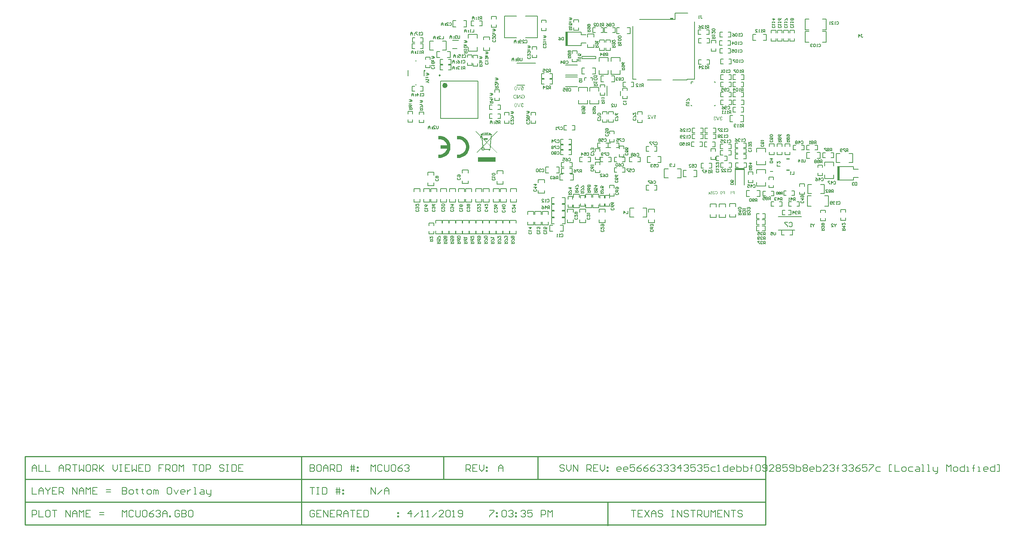
<source format=gbo>
G04*
G04 #@! TF.GenerationSoftware,Altium Limited,Altium Designer,18.1.9 (240)*
G04*
G04 Layer_Color=9218505*
%FSAX25Y25*%
%MOIN*%
G70*
G01*
G75*
%ADD10C,0.00984*%
%ADD11C,0.00500*%
%ADD12C,0.00787*%
%ADD13C,0.00700*%
%ADD15C,0.00800*%
%ADD16C,0.01000*%
%ADD19R,0.08661X0.01575*%
%ADD185C,0.02362*%
%ADD186C,0.00748*%
%ADD187C,0.00541*%
%ADD188C,0.00900*%
%ADD189C,0.00709*%
%ADD190R,0.02756X0.00886*%
%ADD191R,0.00591X0.01280*%
%ADD192R,0.02953X0.01573*%
%ADD193R,0.02000X0.12600*%
G36*
X0072308Y0127214D02*
X0072308Y0127214D01*
X0072308Y0127214D01*
X0072308Y0127214D01*
D02*
G37*
G36*
X0072305Y0127212D02*
X0072305Y0127212D01*
X0072305Y0127212D01*
X0072305Y0127212D01*
X0072305Y0127212D01*
X0072305Y0127212D01*
D01*
X0072305Y0127212D01*
X0072305Y0127212D01*
X0072305Y0127212D01*
X0072305Y0127212D01*
X0072305Y0127212D01*
X0072305Y0127212D01*
X0072305Y0127212D01*
X0072305Y0127212D01*
X0072305Y0127212D01*
X0072305Y0127212D01*
X0072306Y0127213D01*
X0072307Y0127213D01*
X0072308Y0127214D01*
X0072308Y0127214D01*
X0072308Y0127214D01*
X0072308Y0127214D01*
X0072308Y0127214D01*
X0072305Y0127212D01*
D02*
G37*
G36*
X0071833Y0126820D02*
X0071833Y0126819D01*
X0071833Y0126820D01*
X0071833Y0126820D01*
D02*
G37*
G36*
X0071833Y0126819D02*
X0071833Y0126819D01*
X0071833Y0126819D01*
X0071833Y0126819D01*
D02*
G37*
G36*
X0071263Y0124807D02*
X0071633Y0124807D01*
X0071555Y0125648D01*
X0071356D01*
Y0126227D01*
X0071713D01*
Y0126228D01*
X0071713Y0126229D01*
X0071713Y0126230D01*
X0071714Y0126231D01*
X0071714Y0126232D01*
X0071714D01*
X0071714Y0126232D01*
X0071829Y0126810D01*
Y0126810D01*
X0071829Y0126810D01*
X0071829Y0126810D01*
X0071829Y0126810D01*
X0071829Y0126811D01*
X0071830Y0126814D01*
X0071831Y0126816D01*
X0071832Y0126818D01*
X0071833Y0126819D01*
X0071829Y0126811D01*
X0071833Y0126820D01*
X0071834Y0126820D01*
Y0126820D01*
X0071931Y0126934D01*
X0071931Y0126934D01*
X0071931Y0126934D01*
X0071932Y0126935D01*
X0071933Y0126936D01*
X0071934Y0126936D01*
X0071934Y0126937D01*
Y0126937D01*
X0071934Y0126937D01*
X0071934Y0126937D01*
X0071934Y0126937D01*
X0071935Y0126937D01*
X0071935Y0126937D01*
Y0126937D01*
X0072305Y0127212D01*
X0072305Y0127212D01*
X0072309Y0127214D01*
X0072309Y0127214D01*
X0072309Y0127214D01*
X0072309Y0127214D01*
X0072308Y0127214D01*
X0072308Y0127214D01*
X0072309Y0127214D01*
X0072309Y0127214D01*
X0072916Y0127499D01*
X0072916Y0127499D01*
X0072916Y0127499D01*
X0072916Y0127499D01*
X0072916D01*
X0072916Y0127499D01*
X0072916Y0127499D01*
X0072916Y0127499D01*
X0072917Y0127500D01*
X0072918Y0127500D01*
X0072919Y0127500D01*
X0072919Y0127501D01*
Y0127501D01*
X0073616Y0127697D01*
X0073616Y0127697D01*
X0073616Y0127697D01*
X0073617Y0127697D01*
X0073617Y0127697D01*
X0073618Y0127697D01*
Y0127697D01*
X0074169Y0127797D01*
X0074169Y0127797D01*
X0074169Y0127797D01*
X0074170Y0127797D01*
X0074170Y0127797D01*
X0074170D01*
X0074170Y0127797D01*
X0074170Y0127797D01*
X0074170Y0127797D01*
X0074170D01*
X0074170Y0127798D01*
X0074355Y0127820D01*
X0074355Y0127820D01*
X0074355Y0127820D01*
X0074355Y0127820D01*
X0074355Y0127820D01*
D01*
X0074358Y0127821D01*
Y0128081D01*
X0077092D01*
Y0127861D01*
X0077214Y0127853D01*
X0077842Y0127788D01*
X0078474Y0127682D01*
X0078598Y0127654D01*
Y0127711D01*
X0079548D01*
X0079548Y0127364D01*
X0079552Y0127365D01*
X0079557Y0127362D01*
X0079557Y0127362D01*
X0079557D01*
X0079557D01*
X0079557D01*
X0079557Y0127362D01*
X0079557Y0127362D01*
X0079557Y0127362D01*
X0079649Y0127321D01*
X0079649Y0127320D01*
X0079649Y0127320D01*
X0079649Y0127320D01*
X0079650Y0127320D01*
X0079650Y0127320D01*
X0079650Y0127320D01*
X0079650Y0127320D01*
X0079650Y0127320D01*
X0079650Y0127320D01*
X0079651Y0127320D01*
X0079651Y0127320D01*
X0079651Y0127320D01*
X0079917Y0127171D01*
X0079917Y0127171D01*
X0079917Y0127171D01*
X0079918Y0127171D01*
X0079918Y0127170D01*
X0079919Y0127170D01*
X0079919Y0127170D01*
X0079919Y0127169D01*
X0080230Y0126940D01*
X0080231Y0126940D01*
X0080232Y0126939D01*
X0080232Y0126939D01*
X0080233Y0126938D01*
X0080233Y0126938D01*
X0080233Y0126938D01*
X0080233Y0126938D01*
X0080233Y0126938D01*
X0080233Y0126938D01*
X0080233Y0126938D01*
X0080233Y0126938D01*
X0080233Y0126937D01*
X0080234Y0126937D01*
X0080234Y0126937D01*
X0080486Y0126667D01*
X0080486Y0126666D01*
X0080486Y0126666D01*
X0080486Y0126666D01*
X0080487Y0126665D01*
X0080487Y0126665D01*
X0080488Y0126664D01*
X0080488Y0126664D01*
X0080489Y0126663D01*
X0080637Y0126431D01*
X0080637Y0126431D01*
X0080637Y0126430D01*
X0080638Y0126430D01*
X0080638Y0126429D01*
X0080638Y0126428D01*
X0080638Y0126428D01*
X0080674Y0126344D01*
X0080674Y0126345D01*
X0080679Y0126335D01*
X0080679Y0126334D01*
X0080679Y0126334D01*
X0080679Y0126334D01*
X0080679Y0126334D01*
X0080679Y0126334D01*
X0080679Y0126334D01*
X0080679Y0126333D01*
X0080679Y0126333D01*
X0080714Y0126243D01*
X0080714Y0126243D01*
X0080714Y0126242D01*
X0080714Y0126242D01*
X0080714Y0126242D01*
X0080714Y0126242D01*
X0080717Y0126234D01*
X0080717Y0126234D01*
X0080718Y0126229D01*
X0080718Y0126227D01*
X0081286D01*
Y0125648D01*
X0080645D01*
X0080504Y0124051D01*
X0085868Y0129700D01*
Y0129066D01*
X0080441Y0123342D01*
X0079802Y0116118D01*
X0085529Y0110290D01*
X0085202Y0109970D01*
X0079749Y0115524D01*
X0079523Y0112973D01*
X0079523Y0112973D01*
X0079523Y0112973D01*
X0079510Y0112941D01*
X0079476Y0112881D01*
X0079436Y0112825D01*
X0079390Y0112774D01*
X0079365Y0112751D01*
D01*
X0079299Y0112724D01*
X0079277Y0112721D01*
Y0111882D01*
X0078246D01*
Y0112721D01*
X0074155Y0112719D01*
Y0113275D01*
X0078991D01*
X0079229Y0116054D01*
X0076331Y0119006D01*
X0073055Y0115550D01*
X0073101Y0115058D01*
X0072435Y0114615D01*
X0072452Y0114914D01*
X0067819Y0110028D01*
X0067488Y0110343D01*
X0072491Y0115612D01*
X0071814Y0122868D01*
X0070548D01*
Y0124807D01*
X0070636Y0124807D01*
X0066382Y0129141D01*
Y0129775D01*
X0071263Y0124807D01*
D02*
G37*
G36*
X0035606Y0124997D02*
X0037210Y0124614D01*
X0038727Y0123971D01*
X0040117Y0123083D01*
X0041339Y0121978D01*
X0042361Y0120684D01*
X0043153Y0119238D01*
X0043694Y0117681D01*
X0043968Y0116055D01*
Y0114407D01*
X0043694Y0112781D01*
X0043153Y0111224D01*
X0042361Y0109778D01*
X0041339Y0108485D01*
X0040117Y0107379D01*
X0038727Y0106492D01*
X0037210Y0105848D01*
X0035606Y0105466D01*
X0033961Y0105356D01*
X0033141Y0105438D01*
X0033141Y0105438D01*
X0033141Y0108412D01*
X0033783Y0108350D01*
X0035070Y0108406D01*
X0036324Y0108702D01*
X0037501Y0109225D01*
X0038561Y0109959D01*
X0039465Y0110877D01*
X0040182Y0111947D01*
X0040688Y0113132D01*
X0040855Y0113755D01*
X0035110D01*
Y0116708D01*
X0040855D01*
X0040688Y0117330D01*
X0040182Y0118515D01*
X0039465Y0119586D01*
X0038561Y0120503D01*
X0037501Y0121237D01*
X0036324Y0121761D01*
X0035070Y0122056D01*
X0033783Y0122112D01*
X0033141Y0122050D01*
D01*
X0033141D01*
X0033141D01*
X0033141Y0125024D01*
X0033961Y0125107D01*
X0035606Y0124997D01*
D02*
G37*
G36*
X0052338D02*
X0053942Y0124614D01*
X0055460Y0123971D01*
X0056849Y0123083D01*
X0058072Y0121978D01*
X0059093Y0120684D01*
X0059885Y0119238D01*
X0060426Y0117681D01*
X0060700Y0116055D01*
Y0114407D01*
X0060426Y0112781D01*
X0059885Y0111224D01*
X0059093Y0109778D01*
X0058072Y0108485D01*
X0056849Y0107379D01*
X0055460Y0106492D01*
X0053942Y0105848D01*
X0052338Y0105466D01*
X0050694Y0105356D01*
X0049874Y0105438D01*
X0049874Y0108412D01*
X0049874D01*
X0049874Y0108412D01*
Y0108412D01*
X0050608Y0108346D01*
X0052078Y0108450D01*
X0053492Y0108865D01*
X0054785Y0109571D01*
X0055899Y0110535D01*
X0056782Y0111715D01*
X0057395Y0113055D01*
X0057708Y0114495D01*
Y0115968D01*
X0057395Y0117408D01*
X0056782Y0118748D01*
X0055899Y0119927D01*
X0054785Y0120892D01*
X0053492Y0121598D01*
X0052078Y0122012D01*
X0050608Y0122116D01*
X0049874Y0122050D01*
X0049874Y0125024D01*
X0049874D01*
X0050694Y0125107D01*
X0052338Y0124997D01*
D02*
G37*
G36*
X0084195Y0102107D02*
X0068447D01*
Y0106044D01*
X0084195D01*
Y0102107D01*
D02*
G37*
G36*
X0108092Y0154231D02*
X0108160Y0154225D01*
X0108229Y0154212D01*
X0108291Y0154199D01*
X0108350Y0154182D01*
X0108406Y0154163D01*
X0108458Y0154140D01*
X0108504Y0154120D01*
X0108546Y0154097D01*
X0108582Y0154074D01*
X0108615Y0154055D01*
X0108641Y0154038D01*
X0108661Y0154025D01*
X0108677Y0154012D01*
X0108687Y0154006D01*
X0108690Y0154002D01*
X0108739Y0153956D01*
X0108782Y0153908D01*
X0108821Y0153858D01*
X0108857Y0153806D01*
X0108890Y0153751D01*
X0108916Y0153698D01*
X0108942Y0153643D01*
X0108962Y0153594D01*
X0108981Y0153544D01*
X0108994Y0153499D01*
X0109007Y0153460D01*
X0109017Y0153424D01*
X0109024Y0153394D01*
X0109030Y0153375D01*
X0109034Y0153358D01*
Y0153355D01*
X0108618Y0153280D01*
X0108608Y0153335D01*
X0108595Y0153388D01*
X0108582Y0153433D01*
X0108566Y0153479D01*
X0108550Y0153522D01*
X0108533Y0153558D01*
X0108517Y0153594D01*
X0108497Y0153623D01*
X0108481Y0153649D01*
X0108465Y0153672D01*
X0108451Y0153692D01*
X0108438Y0153708D01*
X0108429Y0153721D01*
X0108419Y0153731D01*
X0108416Y0153734D01*
X0108412Y0153737D01*
X0108380Y0153764D01*
X0108347Y0153790D01*
X0108278Y0153826D01*
X0108213Y0153855D01*
X0108147Y0153872D01*
X0108092Y0153885D01*
X0108069Y0153888D01*
X0108046D01*
X0108030Y0153891D01*
X0107961D01*
X0107919Y0153885D01*
X0107840Y0153868D01*
X0107771Y0153842D01*
X0107716Y0153816D01*
X0107670Y0153790D01*
X0107634Y0153764D01*
X0107624Y0153754D01*
X0107614Y0153747D01*
X0107611Y0153744D01*
X0107608Y0153741D01*
X0107582Y0153711D01*
X0107555Y0153682D01*
X0107516Y0153616D01*
X0107490Y0153554D01*
X0107471Y0153492D01*
X0107457Y0153440D01*
X0107454Y0153417D01*
Y0153397D01*
X0107451Y0153381D01*
Y0153368D01*
Y0153361D01*
Y0153358D01*
X0107454Y0153306D01*
X0107461Y0153257D01*
X0107471Y0153211D01*
X0107484Y0153168D01*
X0107500Y0153132D01*
X0107520Y0153096D01*
X0107539Y0153064D01*
X0107559Y0153038D01*
X0107578Y0153012D01*
X0107598Y0152989D01*
X0107618Y0152972D01*
X0107634Y0152956D01*
X0107647Y0152946D01*
X0107657Y0152936D01*
X0107664Y0152933D01*
X0107667Y0152930D01*
X0107748Y0152884D01*
X0107830Y0152851D01*
X0107912Y0152825D01*
X0107984Y0152809D01*
X0108020Y0152805D01*
X0108049Y0152799D01*
X0108075Y0152796D01*
X0108098D01*
X0108118Y0152792D01*
X0108164D01*
X0108187Y0152796D01*
X0108203Y0152799D01*
X0108210D01*
X0108259Y0152433D01*
X0108196Y0152449D01*
X0108138Y0152459D01*
X0108089Y0152469D01*
X0108046Y0152472D01*
X0108010Y0152475D01*
X0107984Y0152479D01*
X0107964D01*
X0107912Y0152475D01*
X0107860Y0152472D01*
X0107811Y0152462D01*
X0107768Y0152449D01*
X0107686Y0152420D01*
X0107650Y0152403D01*
X0107618Y0152387D01*
X0107588Y0152367D01*
X0107562Y0152351D01*
X0107539Y0152335D01*
X0107520Y0152322D01*
X0107507Y0152308D01*
X0107497Y0152299D01*
X0107490Y0152295D01*
X0107487Y0152292D01*
X0107454Y0152256D01*
X0107425Y0152217D01*
X0107399Y0152178D01*
X0107376Y0152138D01*
X0107359Y0152099D01*
X0107343Y0152060D01*
X0107320Y0151985D01*
X0107314Y0151952D01*
X0107307Y0151919D01*
X0107304Y0151890D01*
X0107300Y0151867D01*
X0107297Y0151847D01*
Y0151831D01*
Y0151821D01*
Y0151818D01*
X0107300Y0151762D01*
X0107307Y0151710D01*
X0107317Y0151661D01*
X0107330Y0151612D01*
X0107363Y0151527D01*
X0107379Y0151488D01*
X0107399Y0151455D01*
X0107418Y0151422D01*
X0107435Y0151396D01*
X0107454Y0151370D01*
X0107467Y0151350D01*
X0107480Y0151334D01*
X0107490Y0151324D01*
X0107497Y0151318D01*
X0107500Y0151314D01*
X0107539Y0151278D01*
X0107578Y0151249D01*
X0107621Y0151220D01*
X0107664Y0151197D01*
X0107706Y0151177D01*
X0107745Y0151161D01*
X0107824Y0151138D01*
X0107860Y0151128D01*
X0107892Y0151121D01*
X0107922Y0151118D01*
X0107948Y0151115D01*
X0107968Y0151112D01*
X0107997D01*
X0108043Y0151115D01*
X0108089Y0151118D01*
X0108170Y0151135D01*
X0108242Y0151161D01*
X0108304Y0151190D01*
X0108353Y0151216D01*
X0108373Y0151229D01*
X0108389Y0151242D01*
X0108406Y0151252D01*
X0108416Y0151259D01*
X0108419Y0151265D01*
X0108422D01*
X0108451Y0151298D01*
X0108481Y0151334D01*
X0108530Y0151412D01*
X0108572Y0151497D01*
X0108605Y0151583D01*
X0108618Y0151622D01*
X0108631Y0151658D01*
X0108641Y0151690D01*
X0108648Y0151720D01*
X0108654Y0151746D01*
X0108658Y0151762D01*
X0108661Y0151776D01*
Y0151779D01*
X0109076Y0151723D01*
X0109066Y0151645D01*
X0109050Y0151573D01*
X0109030Y0151501D01*
X0109007Y0151435D01*
X0108981Y0151373D01*
X0108952Y0151318D01*
X0108922Y0151265D01*
X0108893Y0151220D01*
X0108867Y0151177D01*
X0108837Y0151141D01*
X0108811Y0151108D01*
X0108788Y0151082D01*
X0108769Y0151059D01*
X0108756Y0151046D01*
X0108746Y0151036D01*
X0108743Y0151033D01*
X0108684Y0150987D01*
X0108625Y0150945D01*
X0108563Y0150909D01*
X0108501Y0150880D01*
X0108438Y0150853D01*
X0108376Y0150834D01*
X0108317Y0150814D01*
X0108259Y0150801D01*
X0108206Y0150791D01*
X0108157Y0150781D01*
X0108111Y0150778D01*
X0108075Y0150772D01*
X0108043D01*
X0108020Y0150768D01*
X0108000D01*
X0107909Y0150772D01*
X0107824Y0150781D01*
X0107742Y0150798D01*
X0107664Y0150817D01*
X0107591Y0150840D01*
X0107526Y0150866D01*
X0107464Y0150893D01*
X0107405Y0150922D01*
X0107356Y0150951D01*
X0107310Y0150978D01*
X0107274Y0151004D01*
X0107242Y0151027D01*
X0107215Y0151046D01*
X0107199Y0151063D01*
X0107186Y0151072D01*
X0107183Y0151076D01*
X0107124Y0151135D01*
X0107075Y0151197D01*
X0107032Y0151259D01*
X0106993Y0151324D01*
X0106960Y0151386D01*
X0106934Y0151449D01*
X0106915Y0151511D01*
X0106895Y0151566D01*
X0106882Y0151622D01*
X0106872Y0151671D01*
X0106866Y0151717D01*
X0106862Y0151753D01*
X0106859Y0151785D01*
X0106856Y0151808D01*
Y0151821D01*
Y0151828D01*
X0106859Y0151890D01*
X0106862Y0151945D01*
X0106872Y0152001D01*
X0106882Y0152053D01*
X0106895Y0152102D01*
X0106908Y0152145D01*
X0106924Y0152188D01*
X0106938Y0152224D01*
X0106954Y0152259D01*
X0106970Y0152289D01*
X0106983Y0152315D01*
X0106996Y0152335D01*
X0107006Y0152351D01*
X0107016Y0152364D01*
X0107019Y0152371D01*
X0107023Y0152374D01*
X0107055Y0152413D01*
X0107091Y0152449D01*
X0107127Y0152482D01*
X0107166Y0152511D01*
X0107245Y0152560D01*
X0107320Y0152600D01*
X0107389Y0152629D01*
X0107418Y0152639D01*
X0107444Y0152649D01*
X0107464Y0152655D01*
X0107480Y0152658D01*
X0107490Y0152662D01*
X0107493D01*
X0107412Y0152704D01*
X0107340Y0152753D01*
X0107281Y0152799D01*
X0107232Y0152845D01*
X0107193Y0152887D01*
X0107166Y0152920D01*
X0107157Y0152933D01*
X0107150Y0152943D01*
X0107143Y0152946D01*
Y0152949D01*
X0107104Y0153018D01*
X0107075Y0153087D01*
X0107052Y0153155D01*
X0107039Y0153217D01*
X0107029Y0153273D01*
X0107026Y0153296D01*
Y0153316D01*
X0107023Y0153329D01*
Y0153342D01*
Y0153348D01*
Y0153352D01*
X0107029Y0153437D01*
X0107042Y0153518D01*
X0107062Y0153594D01*
X0107085Y0153659D01*
X0107108Y0153711D01*
X0107117Y0153734D01*
X0107127Y0153754D01*
X0107134Y0153770D01*
X0107140Y0153780D01*
X0107147Y0153787D01*
Y0153790D01*
X0107199Y0153862D01*
X0107255Y0153927D01*
X0107314Y0153983D01*
X0107372Y0154028D01*
X0107425Y0154065D01*
X0107448Y0154081D01*
X0107467Y0154091D01*
X0107484Y0154100D01*
X0107497Y0154107D01*
X0107503Y0154113D01*
X0107507D01*
X0107595Y0154153D01*
X0107683Y0154182D01*
X0107771Y0154205D01*
X0107850Y0154218D01*
X0107882Y0154225D01*
X0107915Y0154228D01*
X0107945Y0154231D01*
X0107971D01*
X0107991Y0154235D01*
X0108017D01*
X0108092Y0154231D01*
D02*
G37*
G36*
X0105309Y0150827D02*
X0104841D01*
X0103514Y0154221D01*
X0103972D01*
X0104891Y0151753D01*
X0104930Y0151648D01*
X0104962Y0151550D01*
X0104995Y0151455D01*
X0105021Y0151370D01*
X0105034Y0151334D01*
X0105044Y0151298D01*
X0105051Y0151269D01*
X0105061Y0151246D01*
X0105067Y0151223D01*
X0105070Y0151210D01*
X0105074Y0151200D01*
Y0151197D01*
X0105103Y0151295D01*
X0105132Y0151393D01*
X0105162Y0151488D01*
X0105191Y0151573D01*
X0105204Y0151609D01*
X0105214Y0151645D01*
X0105227Y0151677D01*
X0105234Y0151704D01*
X0105244Y0151723D01*
X0105250Y0151740D01*
X0105254Y0151749D01*
Y0151753D01*
X0106133Y0154221D01*
X0106620D01*
X0105309Y0150827D01*
D02*
G37*
G36*
X0102245Y0154231D02*
X0102307Y0154225D01*
X0102369Y0154215D01*
X0102428Y0154205D01*
X0102484Y0154189D01*
X0102533Y0154172D01*
X0102579Y0154153D01*
X0102621Y0154136D01*
X0102660Y0154117D01*
X0102693Y0154097D01*
X0102723Y0154081D01*
X0102745Y0154068D01*
X0102765Y0154055D01*
X0102781Y0154045D01*
X0102788Y0154038D01*
X0102791Y0154035D01*
X0102837Y0153996D01*
X0102876Y0153953D01*
X0102951Y0153862D01*
X0103017Y0153767D01*
X0103069Y0153679D01*
X0103089Y0153636D01*
X0103108Y0153597D01*
X0103125Y0153561D01*
X0103138Y0153528D01*
X0103148Y0153505D01*
X0103154Y0153486D01*
X0103161Y0153473D01*
Y0153469D01*
X0103180Y0153397D01*
X0103200Y0153322D01*
X0103229Y0153165D01*
X0103252Y0153002D01*
X0103259Y0152923D01*
X0103265Y0152848D01*
X0103272Y0152776D01*
X0103275Y0152711D01*
X0103278Y0152652D01*
Y0152603D01*
X0103282Y0152560D01*
Y0152528D01*
Y0152508D01*
Y0152505D01*
Y0152501D01*
X0103278Y0152328D01*
X0103269Y0152168D01*
X0103252Y0152017D01*
X0103229Y0151880D01*
X0103203Y0151756D01*
X0103177Y0151645D01*
X0103144Y0151543D01*
X0103115Y0151452D01*
X0103082Y0151373D01*
X0103053Y0151305D01*
X0103027Y0151249D01*
X0103000Y0151203D01*
X0102978Y0151167D01*
X0102961Y0151141D01*
X0102951Y0151128D01*
X0102948Y0151121D01*
X0102892Y0151059D01*
X0102834Y0151007D01*
X0102771Y0150958D01*
X0102709Y0150919D01*
X0102644Y0150886D01*
X0102582Y0150857D01*
X0102516Y0150834D01*
X0102458Y0150814D01*
X0102399Y0150801D01*
X0102346Y0150791D01*
X0102297Y0150781D01*
X0102258Y0150778D01*
X0102222Y0150775D01*
X0102199Y0150772D01*
X0102176D01*
X0102108Y0150775D01*
X0102042Y0150781D01*
X0101980Y0150791D01*
X0101921Y0150801D01*
X0101869Y0150817D01*
X0101817Y0150834D01*
X0101771Y0150850D01*
X0101728Y0150870D01*
X0101692Y0150889D01*
X0101656Y0150906D01*
X0101630Y0150922D01*
X0101604Y0150938D01*
X0101588Y0150948D01*
X0101572Y0150958D01*
X0101565Y0150964D01*
X0101562Y0150968D01*
X0101516Y0151007D01*
X0101477Y0151049D01*
X0101401Y0151141D01*
X0101336Y0151236D01*
X0101284Y0151324D01*
X0101264Y0151367D01*
X0101244Y0151406D01*
X0101228Y0151442D01*
X0101215Y0151475D01*
X0101205Y0151497D01*
X0101199Y0151517D01*
X0101192Y0151530D01*
Y0151533D01*
X0101169Y0151605D01*
X0101150Y0151681D01*
X0101120Y0151841D01*
X0101097Y0152001D01*
X0101091Y0152080D01*
X0101084Y0152155D01*
X0101078Y0152227D01*
X0101074Y0152292D01*
X0101071Y0152351D01*
Y0152403D01*
X0101068Y0152443D01*
Y0152475D01*
Y0152495D01*
Y0152501D01*
Y0152593D01*
X0101071Y0152681D01*
X0101074Y0152763D01*
X0101081Y0152838D01*
X0101087Y0152910D01*
X0101094Y0152975D01*
X0101101Y0153038D01*
X0101107Y0153090D01*
X0101114Y0153139D01*
X0101120Y0153182D01*
X0101127Y0153217D01*
X0101133Y0153247D01*
X0101140Y0153273D01*
X0101143Y0153289D01*
X0101146Y0153299D01*
Y0153303D01*
X0101176Y0153410D01*
X0101212Y0153505D01*
X0101244Y0153594D01*
X0101264Y0153630D01*
X0101280Y0153665D01*
X0101294Y0153698D01*
X0101310Y0153724D01*
X0101323Y0153751D01*
X0101333Y0153770D01*
X0101343Y0153787D01*
X0101349Y0153796D01*
X0101356Y0153803D01*
Y0153806D01*
X0101408Y0153878D01*
X0101467Y0153944D01*
X0101522Y0153996D01*
X0101575Y0154042D01*
X0101624Y0154077D01*
X0101660Y0154104D01*
X0101676Y0154110D01*
X0101686Y0154117D01*
X0101692Y0154123D01*
X0101696D01*
X0101774Y0154159D01*
X0101859Y0154189D01*
X0101938Y0154208D01*
X0102013Y0154221D01*
X0102049Y0154225D01*
X0102078Y0154228D01*
X0102108Y0154231D01*
X0102131Y0154235D01*
X0102176D01*
X0102245Y0154231D01*
D02*
G37*
G36*
X0106287Y0158305D02*
X0105855D01*
Y0160966D01*
X0104077Y0158305D01*
X0103612D01*
Y0161699D01*
X0104044D01*
Y0159034D01*
X0105826Y0161699D01*
X0106287D01*
Y0158305D01*
D02*
G37*
G36*
X0108481Y0161755D02*
X0108570Y0161748D01*
X0108658Y0161738D01*
X0108740Y0161725D01*
X0108818Y0161709D01*
X0108893Y0161692D01*
X0108962Y0161673D01*
X0109024Y0161653D01*
X0109083Y0161634D01*
X0109132Y0161614D01*
X0109178Y0161598D01*
X0109214Y0161581D01*
X0109243Y0161568D01*
X0109266Y0161558D01*
X0109279Y0161552D01*
X0109282Y0161548D01*
X0109354Y0161506D01*
X0109420Y0161460D01*
X0109482Y0161411D01*
X0109541Y0161362D01*
X0109593Y0161307D01*
X0109642Y0161254D01*
X0109685Y0161202D01*
X0109727Y0161153D01*
X0109760Y0161104D01*
X0109792Y0161058D01*
X0109819Y0161015D01*
X0109838Y0160983D01*
X0109855Y0160953D01*
X0109868Y0160930D01*
X0109874Y0160917D01*
X0109878Y0160911D01*
X0109914Y0160829D01*
X0109946Y0160747D01*
X0109972Y0160666D01*
X0109995Y0160587D01*
X0110015Y0160505D01*
X0110035Y0160430D01*
X0110048Y0160358D01*
X0110057Y0160286D01*
X0110067Y0160224D01*
X0110074Y0160165D01*
X0110077Y0160113D01*
X0110080Y0160070D01*
X0110083Y0160034D01*
Y0160008D01*
Y0159992D01*
Y0159985D01*
X0110080Y0159894D01*
X0110074Y0159802D01*
X0110064Y0159717D01*
X0110051Y0159632D01*
X0110035Y0159554D01*
X0110018Y0159478D01*
X0109999Y0159410D01*
X0109979Y0159344D01*
X0109963Y0159286D01*
X0109943Y0159233D01*
X0109927Y0159187D01*
X0109910Y0159151D01*
X0109897Y0159119D01*
X0109887Y0159099D01*
X0109881Y0159083D01*
X0109878Y0159080D01*
X0109835Y0159004D01*
X0109789Y0158936D01*
X0109743Y0158874D01*
X0109691Y0158811D01*
X0109642Y0158756D01*
X0109590Y0158707D01*
X0109541Y0158661D01*
X0109488Y0158618D01*
X0109443Y0158583D01*
X0109400Y0158550D01*
X0109361Y0158524D01*
X0109325Y0158501D01*
X0109299Y0158484D01*
X0109276Y0158471D01*
X0109263Y0158465D01*
X0109259Y0158462D01*
X0109181Y0158426D01*
X0109102Y0158393D01*
X0109024Y0158363D01*
X0108946Y0158337D01*
X0108867Y0158318D01*
X0108792Y0158301D01*
X0108720Y0158288D01*
X0108651Y0158275D01*
X0108589Y0158265D01*
X0108530Y0158259D01*
X0108478Y0158256D01*
X0108435Y0158252D01*
X0108399Y0158249D01*
X0108350D01*
X0108213Y0158256D01*
X0108082Y0158269D01*
X0108020Y0158279D01*
X0107961Y0158291D01*
X0107906Y0158301D01*
X0107853Y0158314D01*
X0107804Y0158327D01*
X0107762Y0158337D01*
X0107723Y0158350D01*
X0107690Y0158360D01*
X0107667Y0158367D01*
X0107647Y0158373D01*
X0107634Y0158380D01*
X0107631D01*
X0107500Y0158435D01*
X0107376Y0158498D01*
X0107258Y0158563D01*
X0107206Y0158596D01*
X0107154Y0158628D01*
X0107108Y0158658D01*
X0107069Y0158687D01*
X0107033Y0158710D01*
X0107003Y0158733D01*
X0106977Y0158749D01*
X0106961Y0158766D01*
X0106948Y0158772D01*
X0106944Y0158775D01*
Y0160034D01*
X0108380D01*
Y0159635D01*
X0107386D01*
Y0159004D01*
X0107445Y0158959D01*
X0107513Y0158913D01*
X0107582Y0158874D01*
X0107651Y0158838D01*
X0107713Y0158808D01*
X0107739Y0158795D01*
X0107762Y0158785D01*
X0107782Y0158775D01*
X0107794Y0158772D01*
X0107804Y0158766D01*
X0107808D01*
X0107912Y0158730D01*
X0108014Y0158700D01*
X0108108Y0158681D01*
X0108197Y0158668D01*
X0108236Y0158664D01*
X0108269Y0158661D01*
X0108301Y0158658D01*
X0108327D01*
X0108347Y0158654D01*
X0108377D01*
X0108439Y0158658D01*
X0108501Y0158661D01*
X0108619Y0158677D01*
X0108727Y0158700D01*
X0108775Y0158713D01*
X0108821Y0158730D01*
X0108861Y0158743D01*
X0108900Y0158756D01*
X0108932Y0158769D01*
X0108959Y0158779D01*
X0108982Y0158789D01*
X0108998Y0158795D01*
X0109008Y0158802D01*
X0109011D01*
X0109067Y0158831D01*
X0109116Y0158864D01*
X0109165Y0158897D01*
X0109207Y0158936D01*
X0109250Y0158972D01*
X0109286Y0159008D01*
X0109318Y0159047D01*
X0109351Y0159083D01*
X0109377Y0159116D01*
X0109400Y0159148D01*
X0109420Y0159178D01*
X0109436Y0159204D01*
X0109449Y0159223D01*
X0109459Y0159240D01*
X0109462Y0159250D01*
X0109466Y0159253D01*
X0109492Y0159312D01*
X0109515Y0159374D01*
X0109554Y0159501D01*
X0109580Y0159629D01*
X0109593Y0159688D01*
X0109600Y0159747D01*
X0109606Y0159802D01*
X0109609Y0159851D01*
X0109616Y0159897D01*
Y0159936D01*
X0109619Y0159969D01*
Y0159992D01*
Y0160005D01*
Y0160012D01*
X0109613Y0160146D01*
X0109600Y0160273D01*
X0109590Y0160335D01*
X0109580Y0160391D01*
X0109567Y0160443D01*
X0109554Y0160492D01*
X0109544Y0160538D01*
X0109531Y0160577D01*
X0109521Y0160610D01*
X0109511Y0160639D01*
X0109505Y0160662D01*
X0109498Y0160682D01*
X0109492Y0160692D01*
Y0160695D01*
X0109462Y0160760D01*
X0109426Y0160826D01*
X0109390Y0160881D01*
X0109358Y0160930D01*
X0109325Y0160973D01*
X0109302Y0161002D01*
X0109286Y0161022D01*
X0109279Y0161029D01*
X0109223Y0161084D01*
X0109161Y0161133D01*
X0109102Y0161176D01*
X0109044Y0161212D01*
X0108995Y0161238D01*
X0108972Y0161251D01*
X0108952Y0161261D01*
X0108939Y0161267D01*
X0108926Y0161274D01*
X0108919Y0161277D01*
X0108916D01*
X0108828Y0161310D01*
X0108736Y0161333D01*
X0108648Y0161349D01*
X0108566Y0161359D01*
X0108527Y0161365D01*
X0108491Y0161369D01*
X0108462D01*
X0108435Y0161372D01*
X0108383D01*
X0108288Y0161369D01*
X0108203Y0161359D01*
X0108125Y0161343D01*
X0108056Y0161326D01*
X0108027Y0161316D01*
X0107997Y0161310D01*
X0107974Y0161303D01*
X0107955Y0161293D01*
X0107938Y0161290D01*
X0107929Y0161284D01*
X0107922Y0161280D01*
X0107919D01*
X0107844Y0161244D01*
X0107778Y0161205D01*
X0107723Y0161166D01*
X0107677Y0161127D01*
X0107641Y0161094D01*
X0107615Y0161068D01*
X0107602Y0161048D01*
X0107595Y0161045D01*
Y0161042D01*
X0107553Y0160983D01*
X0107517Y0160917D01*
X0107484Y0160849D01*
X0107455Y0160783D01*
X0107432Y0160724D01*
X0107425Y0160702D01*
X0107415Y0160679D01*
X0107409Y0160662D01*
X0107405Y0160649D01*
X0107402Y0160639D01*
Y0160636D01*
X0106997Y0160747D01*
X0107013Y0160809D01*
X0107033Y0160868D01*
X0107052Y0160927D01*
X0107075Y0160979D01*
X0107095Y0161029D01*
X0107118Y0161074D01*
X0107137Y0161117D01*
X0107160Y0161153D01*
X0107180Y0161189D01*
X0107196Y0161218D01*
X0107212Y0161244D01*
X0107226Y0161264D01*
X0107239Y0161280D01*
X0107248Y0161293D01*
X0107252Y0161300D01*
X0107255Y0161303D01*
X0107324Y0161378D01*
X0107399Y0161444D01*
X0107474Y0161503D01*
X0107549Y0161548D01*
X0107615Y0161588D01*
X0107644Y0161601D01*
X0107670Y0161614D01*
X0107690Y0161624D01*
X0107706Y0161630D01*
X0107716Y0161637D01*
X0107719D01*
X0107834Y0161676D01*
X0107948Y0161705D01*
X0108063Y0161728D01*
X0108115Y0161735D01*
X0108164Y0161741D01*
X0108210Y0161748D01*
X0108252Y0161751D01*
X0108292Y0161755D01*
X0108324D01*
X0108350Y0161758D01*
X0108386D01*
X0108481Y0161755D01*
D02*
G37*
G36*
X0102857Y0158305D02*
X0101634D01*
X0101523Y0158308D01*
X0101418Y0158314D01*
X0101327Y0158321D01*
X0101284Y0158327D01*
X0101248Y0158334D01*
X0101212Y0158337D01*
X0101183Y0158344D01*
X0101156Y0158347D01*
X0101134Y0158350D01*
X0101114Y0158354D01*
X0101101Y0158357D01*
X0101094Y0158360D01*
X0101091D01*
X0101006Y0158383D01*
X0100927Y0158413D01*
X0100859Y0158439D01*
X0100800Y0158468D01*
X0100751Y0158491D01*
X0100731Y0158504D01*
X0100715Y0158511D01*
X0100702Y0158520D01*
X0100692Y0158527D01*
X0100689Y0158530D01*
X0100686D01*
X0100623Y0158576D01*
X0100565Y0158625D01*
X0100512Y0158677D01*
X0100467Y0158726D01*
X0100427Y0158772D01*
X0100398Y0158805D01*
X0100388Y0158818D01*
X0100381Y0158828D01*
X0100375Y0158834D01*
Y0158838D01*
X0100326Y0158916D01*
X0100280Y0158998D01*
X0100241Y0159080D01*
X0100205Y0159158D01*
X0100192Y0159194D01*
X0100179Y0159227D01*
X0100169Y0159256D01*
X0100159Y0159282D01*
X0100153Y0159302D01*
X0100146Y0159318D01*
X0100143Y0159328D01*
Y0159331D01*
X0100113Y0159446D01*
X0100090Y0159567D01*
X0100074Y0159681D01*
X0100067Y0159737D01*
X0100061Y0159789D01*
X0100058Y0159835D01*
X0100054Y0159881D01*
Y0159920D01*
X0100051Y0159953D01*
Y0159982D01*
Y0160002D01*
Y0160015D01*
Y0160018D01*
X0100058Y0160185D01*
X0100064Y0160260D01*
X0100071Y0160335D01*
X0100081Y0160407D01*
X0100094Y0160473D01*
X0100107Y0160535D01*
X0100117Y0160594D01*
X0100130Y0160643D01*
X0100143Y0160692D01*
X0100153Y0160731D01*
X0100166Y0160764D01*
X0100172Y0160790D01*
X0100179Y0160809D01*
X0100185Y0160822D01*
Y0160826D01*
X0100211Y0160891D01*
X0100241Y0160953D01*
X0100274Y0161009D01*
X0100303Y0161065D01*
X0100339Y0161117D01*
X0100372Y0161163D01*
X0100404Y0161208D01*
X0100437Y0161248D01*
X0100467Y0161284D01*
X0100496Y0161316D01*
X0100522Y0161343D01*
X0100545Y0161365D01*
X0100561Y0161382D01*
X0100574Y0161395D01*
X0100584Y0161401D01*
X0100587Y0161405D01*
X0100669Y0161467D01*
X0100751Y0161519D01*
X0100836Y0161558D01*
X0100915Y0161594D01*
X0100947Y0161607D01*
X0100980Y0161620D01*
X0101009Y0161630D01*
X0101035Y0161637D01*
X0101055Y0161643D01*
X0101071Y0161647D01*
X0101081Y0161650D01*
X0101084D01*
X0101127Y0161660D01*
X0101170Y0161666D01*
X0101268Y0161679D01*
X0101369Y0161686D01*
X0101464Y0161692D01*
X0101510Y0161696D01*
X0101552D01*
X0101591Y0161699D01*
X0102857D01*
Y0158305D01*
D02*
G37*
G36*
X0109002Y0167435D02*
X0108609Y0167383D01*
X0108573Y0167435D01*
X0108531Y0167481D01*
X0108489Y0167520D01*
X0108449Y0167556D01*
X0108413Y0167582D01*
X0108384Y0167602D01*
X0108364Y0167615D01*
X0108361Y0167618D01*
X0108358D01*
X0108296Y0167648D01*
X0108233Y0167671D01*
X0108171Y0167687D01*
X0108116Y0167700D01*
X0108067Y0167706D01*
X0108047D01*
X0108027Y0167710D01*
X0107995D01*
X0107936Y0167706D01*
X0107877Y0167700D01*
X0107825Y0167690D01*
X0107776Y0167677D01*
X0107727Y0167661D01*
X0107684Y0167644D01*
X0107645Y0167625D01*
X0107609Y0167608D01*
X0107576Y0167589D01*
X0107550Y0167569D01*
X0107524Y0167553D01*
X0107504Y0167536D01*
X0107488Y0167523D01*
X0107478Y0167514D01*
X0107472Y0167507D01*
X0107468Y0167504D01*
X0107432Y0167464D01*
X0107403Y0167422D01*
X0107377Y0167376D01*
X0107354Y0167330D01*
X0107334Y0167281D01*
X0107318Y0167236D01*
X0107295Y0167144D01*
X0107285Y0167105D01*
X0107279Y0167066D01*
X0107275Y0167030D01*
X0107272Y0167000D01*
X0107269Y0166977D01*
Y0166958D01*
Y0166945D01*
Y0166941D01*
X0107272Y0166873D01*
X0107279Y0166807D01*
X0107288Y0166745D01*
X0107301Y0166690D01*
X0107318Y0166634D01*
X0107334Y0166585D01*
X0107354Y0166539D01*
X0107373Y0166500D01*
X0107393Y0166464D01*
X0107413Y0166431D01*
X0107429Y0166405D01*
X0107445Y0166382D01*
X0107458Y0166363D01*
X0107468Y0166349D01*
X0107475Y0166343D01*
X0107478Y0166340D01*
X0107517Y0166300D01*
X0107560Y0166264D01*
X0107602Y0166235D01*
X0107645Y0166209D01*
X0107687Y0166186D01*
X0107730Y0166170D01*
X0107772Y0166153D01*
X0107812Y0166143D01*
X0107848Y0166134D01*
X0107880Y0166127D01*
X0107910Y0166121D01*
X0107936Y0166117D01*
X0107959Y0166114D01*
X0107988D01*
X0108034Y0166117D01*
X0108080Y0166121D01*
X0108161Y0166140D01*
X0108233Y0166166D01*
X0108296Y0166196D01*
X0108348Y0166225D01*
X0108368Y0166238D01*
X0108384Y0166248D01*
X0108397Y0166261D01*
X0108407Y0166268D01*
X0108413Y0166271D01*
X0108416Y0166274D01*
X0108449Y0166307D01*
X0108475Y0166340D01*
X0108525Y0166418D01*
X0108564Y0166497D01*
X0108593Y0166575D01*
X0108606Y0166611D01*
X0108616Y0166644D01*
X0108623Y0166676D01*
X0108629Y0166702D01*
X0108632Y0166725D01*
X0108636Y0166742D01*
X0108639Y0166752D01*
Y0166755D01*
X0109077Y0166719D01*
X0109067Y0166640D01*
X0109051Y0166565D01*
X0109031Y0166497D01*
X0109008Y0166428D01*
X0108982Y0166369D01*
X0108956Y0166310D01*
X0108927Y0166258D01*
X0108897Y0166212D01*
X0108868Y0166170D01*
X0108842Y0166134D01*
X0108816Y0166101D01*
X0108793Y0166075D01*
X0108773Y0166055D01*
X0108760Y0166042D01*
X0108750Y0166032D01*
X0108747Y0166029D01*
X0108691Y0165983D01*
X0108629Y0165944D01*
X0108567Y0165908D01*
X0108505Y0165878D01*
X0108439Y0165856D01*
X0108377Y0165833D01*
X0108315Y0165816D01*
X0108256Y0165803D01*
X0108201Y0165794D01*
X0108152Y0165784D01*
X0108106Y0165777D01*
X0108067Y0165774D01*
X0108034D01*
X0108008Y0165771D01*
X0107988D01*
X0107884Y0165774D01*
X0107789Y0165787D01*
X0107697Y0165810D01*
X0107609Y0165836D01*
X0107530Y0165865D01*
X0107458Y0165901D01*
X0107390Y0165937D01*
X0107331Y0165977D01*
X0107279Y0166016D01*
X0107229Y0166052D01*
X0107190Y0166088D01*
X0107158Y0166117D01*
X0107131Y0166143D01*
X0107115Y0166166D01*
X0107102Y0166179D01*
X0107099Y0166183D01*
X0107050Y0166248D01*
X0107010Y0166313D01*
X0106971Y0166379D01*
X0106942Y0166447D01*
X0106916Y0166516D01*
X0106893Y0166581D01*
X0106876Y0166644D01*
X0106860Y0166706D01*
X0106850Y0166761D01*
X0106840Y0166814D01*
X0106837Y0166859D01*
X0106831Y0166899D01*
Y0166931D01*
X0106827Y0166958D01*
Y0166971D01*
Y0166977D01*
X0106831Y0167066D01*
X0106840Y0167150D01*
X0106857Y0167229D01*
X0106876Y0167304D01*
X0106899Y0167376D01*
X0106925Y0167442D01*
X0106952Y0167500D01*
X0106981Y0167556D01*
X0107010Y0167602D01*
X0107037Y0167644D01*
X0107063Y0167683D01*
X0107086Y0167713D01*
X0107105Y0167736D01*
X0107122Y0167755D01*
X0107131Y0167765D01*
X0107135Y0167769D01*
X0107194Y0167824D01*
X0107256Y0167870D01*
X0107318Y0167912D01*
X0107380Y0167948D01*
X0107442Y0167978D01*
X0107504Y0168004D01*
X0107566Y0168024D01*
X0107622Y0168040D01*
X0107677Y0168053D01*
X0107727Y0168063D01*
X0107772Y0168069D01*
X0107808Y0168076D01*
X0107841D01*
X0107864Y0168079D01*
X0107884D01*
X0107946Y0168076D01*
X0108008Y0168069D01*
X0108067Y0168060D01*
X0108125Y0168046D01*
X0108233Y0168010D01*
X0108282Y0167991D01*
X0108332Y0167971D01*
X0108374Y0167952D01*
X0108410Y0167932D01*
X0108443Y0167912D01*
X0108472Y0167896D01*
X0108495Y0167883D01*
X0108511Y0167873D01*
X0108521Y0167867D01*
X0108525Y0167863D01*
X0108341Y0168779D01*
X0106988D01*
Y0169178D01*
X0108672D01*
X0109002Y0167435D01*
D02*
G37*
G36*
X0105307Y0165826D02*
X0104839D01*
X0103512Y0169220D01*
X0103969D01*
X0104888Y0166752D01*
X0104927Y0166647D01*
X0104960Y0166549D01*
X0104993Y0166454D01*
X0105019Y0166369D01*
X0105032Y0166333D01*
X0105042Y0166297D01*
X0105048Y0166268D01*
X0105058Y0166245D01*
X0105065Y0166222D01*
X0105068Y0166209D01*
X0105071Y0166199D01*
Y0166196D01*
X0105101Y0166294D01*
X0105130Y0166392D01*
X0105160Y0166487D01*
X0105189Y0166572D01*
X0105202Y0166608D01*
X0105212Y0166644D01*
X0105225Y0166676D01*
X0105232Y0166702D01*
X0105241Y0166722D01*
X0105248Y0166738D01*
X0105251Y0166748D01*
Y0166752D01*
X0106131Y0169220D01*
X0106618D01*
X0105307Y0165826D01*
D02*
G37*
G36*
X0102243Y0169230D02*
X0102305Y0169224D01*
X0102367Y0169214D01*
X0102426Y0169204D01*
X0102481Y0169188D01*
X0102531Y0169171D01*
X0102576Y0169152D01*
X0102619Y0169135D01*
X0102658Y0169116D01*
X0102691Y0169096D01*
X0102720Y0169080D01*
X0102743Y0169067D01*
X0102763Y0169054D01*
X0102779Y0169044D01*
X0102786Y0169037D01*
X0102789Y0169034D01*
X0102835Y0168995D01*
X0102874Y0168952D01*
X0102949Y0168861D01*
X0103015Y0168766D01*
X0103067Y0168678D01*
X0103086Y0168635D01*
X0103106Y0168596D01*
X0103122Y0168560D01*
X0103136Y0168527D01*
X0103145Y0168504D01*
X0103152Y0168485D01*
X0103158Y0168472D01*
Y0168468D01*
X0103178Y0168396D01*
X0103198Y0168321D01*
X0103227Y0168164D01*
X0103250Y0168001D01*
X0103256Y0167922D01*
X0103263Y0167847D01*
X0103270Y0167775D01*
X0103273Y0167710D01*
X0103276Y0167651D01*
Y0167602D01*
X0103279Y0167559D01*
Y0167527D01*
Y0167507D01*
Y0167504D01*
Y0167500D01*
X0103276Y0167327D01*
X0103266Y0167167D01*
X0103250Y0167016D01*
X0103227Y0166879D01*
X0103201Y0166755D01*
X0103175Y0166644D01*
X0103142Y0166542D01*
X0103113Y0166451D01*
X0103080Y0166372D01*
X0103050Y0166304D01*
X0103024Y0166248D01*
X0102998Y0166202D01*
X0102975Y0166166D01*
X0102959Y0166140D01*
X0102949Y0166127D01*
X0102946Y0166121D01*
X0102890Y0166058D01*
X0102831Y0166006D01*
X0102769Y0165957D01*
X0102707Y0165918D01*
X0102642Y0165885D01*
X0102580Y0165856D01*
X0102514Y0165833D01*
X0102455Y0165813D01*
X0102397Y0165800D01*
X0102344Y0165790D01*
X0102295Y0165780D01*
X0102256Y0165777D01*
X0102220Y0165774D01*
X0102197Y0165771D01*
X0102174D01*
X0102105Y0165774D01*
X0102040Y0165780D01*
X0101978Y0165790D01*
X0101919Y0165800D01*
X0101867Y0165816D01*
X0101814Y0165833D01*
X0101769Y0165849D01*
X0101726Y0165869D01*
X0101690Y0165888D01*
X0101654Y0165905D01*
X0101628Y0165921D01*
X0101602Y0165937D01*
X0101585Y0165947D01*
X0101569Y0165957D01*
X0101563Y0165963D01*
X0101559Y0165967D01*
X0101514Y0166006D01*
X0101474Y0166049D01*
X0101399Y0166140D01*
X0101334Y0166235D01*
X0101281Y0166323D01*
X0101262Y0166366D01*
X0101242Y0166405D01*
X0101226Y0166441D01*
X0101213Y0166474D01*
X0101203Y0166497D01*
X0101196Y0166516D01*
X0101190Y0166529D01*
Y0166533D01*
X0101167Y0166604D01*
X0101147Y0166680D01*
X0101118Y0166840D01*
X0101095Y0167000D01*
X0101089Y0167079D01*
X0101082Y0167154D01*
X0101075Y0167226D01*
X0101072Y0167291D01*
X0101069Y0167350D01*
Y0167402D01*
X0101066Y0167442D01*
Y0167474D01*
Y0167494D01*
Y0167500D01*
Y0167592D01*
X0101069Y0167680D01*
X0101072Y0167762D01*
X0101079Y0167837D01*
X0101085Y0167909D01*
X0101092Y0167975D01*
X0101098Y0168037D01*
X0101105Y0168089D01*
X0101111Y0168138D01*
X0101118Y0168181D01*
X0101124Y0168217D01*
X0101131Y0168246D01*
X0101137Y0168272D01*
X0101141Y0168289D01*
X0101144Y0168298D01*
Y0168302D01*
X0101173Y0168410D01*
X0101209Y0168504D01*
X0101242Y0168593D01*
X0101262Y0168629D01*
X0101278Y0168665D01*
X0101291Y0168697D01*
X0101308Y0168723D01*
X0101321Y0168750D01*
X0101330Y0168769D01*
X0101340Y0168786D01*
X0101347Y0168795D01*
X0101353Y0168802D01*
Y0168805D01*
X0101406Y0168877D01*
X0101464Y0168942D01*
X0101520Y0168995D01*
X0101572Y0169041D01*
X0101621Y0169077D01*
X0101657Y0169103D01*
X0101674Y0169109D01*
X0101684Y0169116D01*
X0101690Y0169122D01*
X0101693D01*
X0101772Y0169158D01*
X0101857Y0169188D01*
X0101935Y0169207D01*
X0102011Y0169220D01*
X0102047Y0169224D01*
X0102076Y0169227D01*
X0102105Y0169230D01*
X0102128Y0169234D01*
X0102174D01*
X0102243Y0169230D01*
D02*
G37*
G36*
X0278745Y0075648D02*
X0278809Y0075643D01*
X0278868Y0075634D01*
X0278922Y0075621D01*
X0278974Y0075607D01*
X0279023Y0075592D01*
X0279065Y0075574D01*
X0279104Y0075557D01*
X0279141Y0075538D01*
X0279170Y0075520D01*
X0279197Y0075506D01*
X0279220Y0075491D01*
X0279237Y0075479D01*
X0279249Y0075469D01*
X0279257Y0075464D01*
X0279259Y0075461D01*
X0279298Y0075424D01*
X0279333Y0075383D01*
X0279362Y0075341D01*
X0279389Y0075296D01*
X0279412Y0075250D01*
X0279434Y0075205D01*
X0279451Y0075159D01*
X0279463Y0075117D01*
X0279475Y0075075D01*
X0279485Y0075036D01*
X0279493Y0075001D01*
X0279500Y0074972D01*
X0279503Y0074947D01*
X0279505Y0074928D01*
X0279507Y0074918D01*
Y0074913D01*
X0279185Y0074881D01*
X0279183Y0074925D01*
X0279180Y0074964D01*
X0279173Y0075004D01*
X0279163Y0075041D01*
X0279153Y0075073D01*
X0279143Y0075105D01*
X0279131Y0075132D01*
X0279116Y0075156D01*
X0279104Y0075181D01*
X0279092Y0075201D01*
X0279082Y0075215D01*
X0279072Y0075230D01*
X0279062Y0075240D01*
X0279055Y0075247D01*
X0279052Y0075252D01*
X0279050Y0075255D01*
X0279023Y0075279D01*
X0278996Y0075299D01*
X0278966Y0075319D01*
X0278934Y0075333D01*
X0278875Y0075358D01*
X0278816Y0075373D01*
X0278789Y0075378D01*
X0278765Y0075383D01*
X0278742Y0075385D01*
X0278723Y0075388D01*
X0278708Y0075390D01*
X0278686D01*
X0278646Y0075388D01*
X0278609Y0075385D01*
X0278541Y0075370D01*
X0278482Y0075351D01*
X0278454Y0075338D01*
X0278432Y0075326D01*
X0278410Y0075314D01*
X0278393Y0075301D01*
X0278376Y0075292D01*
X0278363Y0075282D01*
X0278354Y0075274D01*
X0278344Y0075267D01*
X0278341Y0075265D01*
X0278339Y0075262D01*
X0278314Y0075238D01*
X0278295Y0075213D01*
X0278275Y0075186D01*
X0278260Y0075159D01*
X0278236Y0075107D01*
X0278221Y0075058D01*
X0278211Y0075014D01*
X0278208Y0074994D01*
X0278206Y0074979D01*
X0278204Y0074964D01*
Y0074955D01*
Y0074950D01*
Y0074947D01*
X0278206Y0074913D01*
X0278211Y0074881D01*
X0278218Y0074846D01*
X0278226Y0074814D01*
X0278250Y0074750D01*
X0278277Y0074694D01*
X0278292Y0074667D01*
X0278304Y0074642D01*
X0278317Y0074622D01*
X0278329Y0074605D01*
X0278336Y0074590D01*
X0278344Y0074581D01*
X0278349Y0074573D01*
X0278351Y0074571D01*
X0278381Y0074532D01*
X0278418Y0074490D01*
X0278457Y0074448D01*
X0278501Y0074401D01*
X0278595Y0074313D01*
X0278688Y0074226D01*
X0278732Y0074185D01*
X0278774Y0074148D01*
X0278814Y0074116D01*
X0278848Y0074086D01*
X0278875Y0074062D01*
X0278897Y0074044D01*
X0278910Y0074035D01*
X0278914Y0074030D01*
X0278964Y0073988D01*
X0279008Y0073948D01*
X0279052Y0073911D01*
X0279092Y0073875D01*
X0279129Y0073843D01*
X0279163Y0073808D01*
X0279192Y0073779D01*
X0279220Y0073752D01*
X0279244Y0073727D01*
X0279266Y0073705D01*
X0279283Y0073688D01*
X0279298Y0073671D01*
X0279311Y0073658D01*
X0279318Y0073648D01*
X0279323Y0073643D01*
X0279325Y0073641D01*
X0279375Y0073579D01*
X0279416Y0073518D01*
X0279453Y0073461D01*
X0279480Y0073410D01*
X0279503Y0073368D01*
X0279512Y0073348D01*
X0279520Y0073333D01*
X0279525Y0073321D01*
X0279530Y0073311D01*
X0279532Y0073306D01*
Y0073304D01*
X0279544Y0073265D01*
X0279554Y0073225D01*
X0279559Y0073188D01*
X0279564Y0073156D01*
X0279566Y0073129D01*
Y0073107D01*
Y0073092D01*
Y0073090D01*
Y0073087D01*
X0277879D01*
Y0073388D01*
X0279131D01*
X0279111Y0073419D01*
X0279089Y0073449D01*
X0279067Y0073476D01*
X0279047Y0073503D01*
X0279028Y0073523D01*
X0279013Y0073540D01*
X0279003Y0073552D01*
X0279001Y0073555D01*
X0278983Y0073572D01*
X0278961Y0073594D01*
X0278937Y0073616D01*
X0278910Y0073641D01*
X0278851Y0073695D01*
X0278789Y0073749D01*
X0278730Y0073798D01*
X0278705Y0073821D01*
X0278681Y0073838D01*
X0278664Y0073855D01*
X0278649Y0073867D01*
X0278639Y0073875D01*
X0278637Y0073877D01*
X0278575Y0073929D01*
X0278519Y0073978D01*
X0278467Y0074025D01*
X0278420Y0074067D01*
X0278376Y0074108D01*
X0278336Y0074145D01*
X0278299Y0074177D01*
X0278270Y0074209D01*
X0278240Y0074234D01*
X0278218Y0074258D01*
X0278199Y0074278D01*
X0278181Y0074295D01*
X0278169Y0074308D01*
X0278162Y0074317D01*
X0278157Y0074322D01*
X0278154Y0074325D01*
X0278103Y0074386D01*
X0278061Y0074443D01*
X0278024Y0074497D01*
X0277994Y0074544D01*
X0277972Y0074583D01*
X0277965Y0074598D01*
X0277958Y0074613D01*
X0277953Y0074622D01*
X0277948Y0074630D01*
X0277945Y0074635D01*
Y0074637D01*
X0277923Y0074694D01*
X0277908Y0074748D01*
X0277896Y0074800D01*
X0277889Y0074844D01*
X0277884Y0074883D01*
Y0074901D01*
X0277881Y0074913D01*
Y0074925D01*
Y0074932D01*
Y0074937D01*
Y0074940D01*
X0277884Y0074996D01*
X0277891Y0075048D01*
X0277901Y0075100D01*
X0277916Y0075147D01*
X0277930Y0075191D01*
X0277950Y0075233D01*
X0277970Y0075272D01*
X0277990Y0075306D01*
X0278009Y0075338D01*
X0278029Y0075365D01*
X0278049Y0075390D01*
X0278063Y0075410D01*
X0278078Y0075427D01*
X0278088Y0075437D01*
X0278095Y0075444D01*
X0278098Y0075447D01*
X0278140Y0075484D01*
X0278184Y0075513D01*
X0278231Y0075542D01*
X0278280Y0075565D01*
X0278327Y0075584D01*
X0278376Y0075602D01*
X0278422Y0075614D01*
X0278469Y0075626D01*
X0278511Y0075634D01*
X0278551Y0075641D01*
X0278587Y0075643D01*
X0278617Y0075648D01*
X0278644D01*
X0278661Y0075651D01*
X0278678D01*
X0278745Y0075648D01*
D02*
G37*
G36*
X0275006Y0074042D02*
X0275682Y0073087D01*
X0275301D01*
X0274804Y0073796D01*
X0274718Y0073661D01*
X0274334Y0073087D01*
X0273948D01*
X0274622Y0074049D01*
X0273992Y0074937D01*
X0274371D01*
X0274683Y0074497D01*
X0274732Y0074428D01*
X0274755Y0074394D01*
X0274777Y0074364D01*
X0274797Y0074340D01*
X0274811Y0074317D01*
X0274821Y0074305D01*
X0274823Y0074303D01*
Y0074300D01*
X0274843Y0074332D01*
X0274865Y0074367D01*
X0274887Y0074401D01*
X0274907Y0074433D01*
X0274924Y0074463D01*
X0274939Y0074487D01*
X0274949Y0074502D01*
X0274952Y0074504D01*
Y0074507D01*
X0275239Y0074937D01*
X0275630D01*
X0275006Y0074042D01*
D02*
G37*
G36*
X0280932Y0075683D02*
X0280991Y0075678D01*
X0281052Y0075670D01*
X0281109Y0075661D01*
X0281163Y0075648D01*
X0281215Y0075636D01*
X0281261Y0075621D01*
X0281306Y0075609D01*
X0281347Y0075594D01*
X0281382Y0075579D01*
X0281414Y0075567D01*
X0281441Y0075555D01*
X0281461Y0075545D01*
X0281478Y0075538D01*
X0281488Y0075533D01*
X0281490Y0075530D01*
X0281542Y0075501D01*
X0281589Y0075466D01*
X0281635Y0075432D01*
X0281677Y0075395D01*
X0281714Y0075356D01*
X0281751Y0075319D01*
X0281783Y0075282D01*
X0281812Y0075245D01*
X0281837Y0075213D01*
X0281859Y0075181D01*
X0281879Y0075151D01*
X0281894Y0075127D01*
X0281906Y0075107D01*
X0281916Y0075090D01*
X0281921Y0075080D01*
X0281923Y0075078D01*
X0281950Y0075021D01*
X0281972Y0074962D01*
X0281992Y0074903D01*
X0282009Y0074844D01*
X0282024Y0074785D01*
X0282036Y0074728D01*
X0282046Y0074672D01*
X0282053Y0074620D01*
X0282061Y0074571D01*
X0282066Y0074527D01*
X0282068Y0074485D01*
X0282071Y0074450D01*
X0282073Y0074423D01*
Y0074401D01*
Y0074389D01*
Y0074384D01*
X0282071Y0074315D01*
X0282068Y0074249D01*
X0282061Y0074185D01*
X0282053Y0074123D01*
X0282041Y0074062D01*
X0282031Y0074005D01*
X0282019Y0073953D01*
X0282007Y0073904D01*
X0281995Y0073857D01*
X0281982Y0073818D01*
X0281970Y0073784D01*
X0281960Y0073754D01*
X0281953Y0073729D01*
X0281945Y0073712D01*
X0281943Y0073702D01*
X0281940Y0073698D01*
X0281913Y0073641D01*
X0281884Y0073587D01*
X0281854Y0073535D01*
X0281822Y0073488D01*
X0281788Y0073444D01*
X0281756Y0073405D01*
X0281724Y0073368D01*
X0281692Y0073336D01*
X0281662Y0073306D01*
X0281635Y0073282D01*
X0281611Y0073262D01*
X0281589Y0073245D01*
X0281571Y0073230D01*
X0281559Y0073220D01*
X0281549Y0073215D01*
X0281547Y0073213D01*
X0281495Y0073183D01*
X0281443Y0073159D01*
X0281387Y0073137D01*
X0281330Y0073117D01*
X0281274Y0073100D01*
X0281220Y0073087D01*
X0281165Y0073075D01*
X0281111Y0073068D01*
X0281062Y0073060D01*
X0281018Y0073055D01*
X0280976Y0073050D01*
X0280942Y0073048D01*
X0280912Y0073046D01*
X0280873D01*
X0280799Y0073048D01*
X0280730Y0073055D01*
X0280664Y0073065D01*
X0280600Y0073080D01*
X0280541Y0073095D01*
X0280484Y0073115D01*
X0280432Y0073134D01*
X0280386Y0073154D01*
X0280344Y0073173D01*
X0280307Y0073193D01*
X0280275Y0073213D01*
X0280248Y0073228D01*
X0280226Y0073242D01*
X0280211Y0073252D01*
X0280201Y0073260D01*
X0280199Y0073262D01*
X0280149Y0073306D01*
X0280103Y0073353D01*
X0280061Y0073402D01*
X0280022Y0073454D01*
X0279987Y0073508D01*
X0279955Y0073560D01*
X0279928Y0073611D01*
X0279904Y0073663D01*
X0279881Y0073710D01*
X0279864Y0073757D01*
X0279849Y0073796D01*
X0279837Y0073830D01*
X0279827Y0073860D01*
X0279820Y0073882D01*
X0279815Y0073894D01*
Y0073899D01*
X0280152Y0073983D01*
X0280167Y0073924D01*
X0280184Y0073870D01*
X0280204Y0073818D01*
X0280223Y0073771D01*
X0280245Y0073727D01*
X0280268Y0073688D01*
X0280290Y0073653D01*
X0280312Y0073619D01*
X0280334Y0073592D01*
X0280354Y0073567D01*
X0280373Y0073545D01*
X0280388Y0073528D01*
X0280400Y0073515D01*
X0280410Y0073506D01*
X0280418Y0073501D01*
X0280420Y0073498D01*
X0280457Y0073469D01*
X0280496Y0073444D01*
X0280538Y0073422D01*
X0280577Y0073405D01*
X0280619Y0073388D01*
X0280659Y0073375D01*
X0280732Y0073356D01*
X0280767Y0073351D01*
X0280799Y0073346D01*
X0280828Y0073341D01*
X0280853Y0073338D01*
X0280873Y0073336D01*
X0280900D01*
X0280944Y0073338D01*
X0280986Y0073341D01*
X0281067Y0073356D01*
X0281141Y0073373D01*
X0281173Y0073385D01*
X0281205Y0073395D01*
X0281234Y0073407D01*
X0281259Y0073417D01*
X0281281Y0073427D01*
X0281301Y0073437D01*
X0281315Y0073444D01*
X0281325Y0073449D01*
X0281333Y0073452D01*
X0281335Y0073454D01*
X0281372Y0073479D01*
X0281404Y0073503D01*
X0281466Y0073562D01*
X0281517Y0073621D01*
X0281557Y0073680D01*
X0281574Y0073707D01*
X0281589Y0073732D01*
X0281601Y0073757D01*
X0281613Y0073776D01*
X0281621Y0073794D01*
X0281626Y0073806D01*
X0281630Y0073813D01*
Y0073816D01*
X0281662Y0073909D01*
X0281684Y0074007D01*
X0281702Y0074103D01*
X0281707Y0074148D01*
X0281712Y0074192D01*
X0281716Y0074231D01*
X0281719Y0074268D01*
X0281721Y0074300D01*
Y0074330D01*
X0281724Y0074352D01*
Y0074369D01*
Y0074381D01*
Y0074384D01*
X0281721Y0074477D01*
X0281712Y0074568D01*
X0281699Y0074650D01*
X0281692Y0074689D01*
X0281684Y0074723D01*
X0281677Y0074755D01*
X0281670Y0074785D01*
X0281662Y0074812D01*
X0281657Y0074832D01*
X0281652Y0074849D01*
X0281648Y0074864D01*
X0281645Y0074871D01*
Y0074873D01*
X0281628Y0074918D01*
X0281611Y0074957D01*
X0281589Y0074996D01*
X0281566Y0075033D01*
X0281544Y0075068D01*
X0281522Y0075097D01*
X0281498Y0075127D01*
X0281475Y0075151D01*
X0281453Y0075176D01*
X0281434Y0075196D01*
X0281416Y0075213D01*
X0281399Y0075228D01*
X0281387Y0075238D01*
X0281375Y0075245D01*
X0281370Y0075250D01*
X0281367Y0075252D01*
X0281330Y0075277D01*
X0281288Y0075299D01*
X0281249Y0075319D01*
X0281207Y0075336D01*
X0281165Y0075348D01*
X0281126Y0075361D01*
X0281047Y0075378D01*
X0281010Y0075383D01*
X0280978Y0075388D01*
X0280949Y0075390D01*
X0280924Y0075393D01*
X0280905Y0075395D01*
X0280875D01*
X0280828Y0075393D01*
X0280784Y0075390D01*
X0280740Y0075383D01*
X0280700Y0075375D01*
X0280664Y0075365D01*
X0280629Y0075356D01*
X0280597Y0075343D01*
X0280568Y0075331D01*
X0280541Y0075319D01*
X0280518Y0075306D01*
X0280499Y0075296D01*
X0280482Y0075287D01*
X0280469Y0075279D01*
X0280459Y0075272D01*
X0280454Y0075270D01*
X0280452Y0075267D01*
X0280420Y0075242D01*
X0280393Y0075213D01*
X0280339Y0075149D01*
X0280295Y0075082D01*
X0280258Y0075016D01*
X0280243Y0074984D01*
X0280228Y0074957D01*
X0280218Y0074930D01*
X0280208Y0074908D01*
X0280201Y0074888D01*
X0280196Y0074873D01*
X0280191Y0074864D01*
Y0074861D01*
X0279859Y0074940D01*
X0279881Y0075004D01*
X0279904Y0075065D01*
X0279930Y0075122D01*
X0279960Y0075176D01*
X0279990Y0075225D01*
X0280022Y0075270D01*
X0280051Y0075311D01*
X0280081Y0075348D01*
X0280110Y0075380D01*
X0280137Y0075407D01*
X0280162Y0075432D01*
X0280184Y0075451D01*
X0280201Y0075469D01*
X0280213Y0075479D01*
X0280223Y0075486D01*
X0280226Y0075488D01*
X0280275Y0075523D01*
X0280329Y0075552D01*
X0280381Y0075579D01*
X0280435Y0075602D01*
X0280489Y0075621D01*
X0280543Y0075639D01*
X0280595Y0075651D01*
X0280644Y0075661D01*
X0280691Y0075668D01*
X0280732Y0075675D01*
X0280772Y0075680D01*
X0280804Y0075683D01*
X0280831Y0075685D01*
X0280868D01*
X0280932Y0075683D01*
D02*
G37*
G36*
X0276774Y0075648D02*
X0276831Y0075643D01*
X0276885Y0075634D01*
X0276937Y0075621D01*
X0276983Y0075607D01*
X0277028Y0075589D01*
X0277067Y0075572D01*
X0277104Y0075555D01*
X0277136Y0075538D01*
X0277163Y0075520D01*
X0277188Y0075503D01*
X0277207Y0075488D01*
X0277224Y0075476D01*
X0277234Y0075466D01*
X0277242Y0075461D01*
X0277244Y0075459D01*
X0277279Y0075422D01*
X0277311Y0075385D01*
X0277338Y0075346D01*
X0277360Y0075306D01*
X0277379Y0075267D01*
X0277394Y0075228D01*
X0277409Y0075191D01*
X0277419Y0075154D01*
X0277426Y0075119D01*
X0277434Y0075090D01*
X0277436Y0075063D01*
X0277441Y0075038D01*
Y0075019D01*
X0277443Y0075004D01*
Y0074994D01*
Y0074992D01*
X0277438Y0074925D01*
X0277429Y0074864D01*
X0277414Y0074809D01*
X0277397Y0074763D01*
X0277379Y0074726D01*
X0277372Y0074711D01*
X0277365Y0074699D01*
X0277357Y0074689D01*
X0277355Y0074679D01*
X0277350Y0074677D01*
Y0074674D01*
X0277311Y0074627D01*
X0277264Y0074588D01*
X0277217Y0074554D01*
X0277170Y0074524D01*
X0277126Y0074502D01*
X0277109Y0074492D01*
X0277092Y0074485D01*
X0277079Y0074480D01*
X0277067Y0074475D01*
X0277062Y0074472D01*
X0277060D01*
X0277101Y0074460D01*
X0277143Y0074445D01*
X0277180Y0074428D01*
X0277215Y0074411D01*
X0277247Y0074391D01*
X0277276Y0074372D01*
X0277303Y0074352D01*
X0277328Y0074335D01*
X0277350Y0074315D01*
X0277370Y0074298D01*
X0277384Y0074283D01*
X0277397Y0074268D01*
X0277409Y0074258D01*
X0277416Y0074249D01*
X0277419Y0074244D01*
X0277421Y0074241D01*
X0277443Y0074209D01*
X0277463Y0074175D01*
X0277480Y0074140D01*
X0277493Y0074106D01*
X0277517Y0074037D01*
X0277532Y0073971D01*
X0277537Y0073941D01*
X0277539Y0073914D01*
X0277542Y0073889D01*
X0277544Y0073867D01*
X0277547Y0073850D01*
Y0073838D01*
Y0073828D01*
Y0073825D01*
X0277544Y0073764D01*
X0277537Y0073705D01*
X0277525Y0073651D01*
X0277510Y0073597D01*
X0277493Y0073548D01*
X0277473Y0073501D01*
X0277453Y0073459D01*
X0277431Y0073422D01*
X0277409Y0073385D01*
X0277389Y0073356D01*
X0277370Y0073329D01*
X0277352Y0073306D01*
X0277338Y0073289D01*
X0277325Y0073277D01*
X0277318Y0073269D01*
X0277315Y0073267D01*
X0277271Y0073228D01*
X0277222Y0073193D01*
X0277173Y0073164D01*
X0277124Y0073139D01*
X0277072Y0073117D01*
X0277023Y0073100D01*
X0276971Y0073085D01*
X0276924Y0073073D01*
X0276880Y0073065D01*
X0276838Y0073058D01*
X0276801Y0073053D01*
X0276769Y0073048D01*
X0276745D01*
X0276725Y0073046D01*
X0276708D01*
X0276639Y0073048D01*
X0276573Y0073055D01*
X0276511Y0073065D01*
X0276454Y0073080D01*
X0276400Y0073097D01*
X0276351Y0073117D01*
X0276305Y0073137D01*
X0276263Y0073156D01*
X0276226Y0073176D01*
X0276194Y0073198D01*
X0276164Y0073215D01*
X0276142Y0073233D01*
X0276125Y0073247D01*
X0276110Y0073257D01*
X0276103Y0073265D01*
X0276100Y0073267D01*
X0276059Y0073311D01*
X0276024Y0073356D01*
X0275992Y0073400D01*
X0275965Y0073447D01*
X0275943Y0073493D01*
X0275923Y0073540D01*
X0275908Y0073584D01*
X0275896Y0073626D01*
X0275886Y0073665D01*
X0275879Y0073702D01*
X0275874Y0073734D01*
X0275869Y0073764D01*
Y0073786D01*
X0275867Y0073803D01*
Y0073816D01*
Y0073818D01*
X0275869Y0073862D01*
X0275871Y0073904D01*
X0275886Y0073980D01*
X0275896Y0074017D01*
X0275906Y0074049D01*
X0275916Y0074081D01*
X0275928Y0074111D01*
X0275940Y0074135D01*
X0275950Y0074158D01*
X0275960Y0074177D01*
X0275970Y0074194D01*
X0275977Y0074207D01*
X0275985Y0074217D01*
X0275987Y0074221D01*
X0275990Y0074224D01*
X0276014Y0074256D01*
X0276041Y0074283D01*
X0276098Y0074335D01*
X0276157Y0074379D01*
X0276214Y0074413D01*
X0276265Y0074440D01*
X0276287Y0074450D01*
X0276307Y0074458D01*
X0276324Y0074465D01*
X0276337Y0074470D01*
X0276344Y0074472D01*
X0276346D01*
X0276280Y0074502D01*
X0276223Y0074534D01*
X0276174Y0074568D01*
X0276135Y0074600D01*
X0276103Y0074630D01*
X0276081Y0074652D01*
X0276073Y0074662D01*
X0276068Y0074669D01*
X0276063Y0074672D01*
Y0074674D01*
X0276031Y0074726D01*
X0276009Y0074778D01*
X0275992Y0074829D01*
X0275982Y0074878D01*
X0275975Y0074920D01*
X0275972Y0074937D01*
Y0074955D01*
X0275970Y0074967D01*
Y0074977D01*
Y0074982D01*
Y0074984D01*
X0275972Y0075036D01*
X0275980Y0075085D01*
X0275990Y0075132D01*
X0276002Y0075176D01*
X0276017Y0075218D01*
X0276034Y0075255D01*
X0276054Y0075292D01*
X0276071Y0075324D01*
X0276091Y0075353D01*
X0276110Y0075380D01*
X0276127Y0075402D01*
X0276142Y0075422D01*
X0276154Y0075437D01*
X0276164Y0075447D01*
X0276172Y0075454D01*
X0276174Y0075456D01*
X0276214Y0075491D01*
X0276255Y0075520D01*
X0276300Y0075547D01*
X0276344Y0075570D01*
X0276391Y0075587D01*
X0276435Y0075604D01*
X0276479Y0075616D01*
X0276521Y0075626D01*
X0276560Y0075634D01*
X0276597Y0075641D01*
X0276629Y0075646D01*
X0276656Y0075648D01*
X0276681Y0075651D01*
X0276713D01*
X0276774Y0075648D01*
D02*
G37*
G36*
X0288335Y0073087D02*
X0287998D01*
Y0074126D01*
X0287344D01*
X0287245Y0074128D01*
X0287157Y0074135D01*
X0287073Y0074145D01*
X0286999Y0074160D01*
X0286930Y0074177D01*
X0286869Y0074197D01*
X0286815Y0074217D01*
X0286766Y0074239D01*
X0286726Y0074258D01*
X0286689Y0074278D01*
X0286660Y0074298D01*
X0286638Y0074315D01*
X0286618Y0074330D01*
X0286606Y0074340D01*
X0286598Y0074347D01*
X0286596Y0074349D01*
X0286559Y0074394D01*
X0286527Y0074438D01*
X0286500Y0074485D01*
X0286475Y0074532D01*
X0286455Y0074578D01*
X0286438Y0074622D01*
X0286424Y0074667D01*
X0286414Y0074711D01*
X0286404Y0074750D01*
X0286397Y0074785D01*
X0286394Y0074819D01*
X0286389Y0074846D01*
Y0074869D01*
X0286387Y0074886D01*
Y0074898D01*
Y0074901D01*
X0286389Y0074969D01*
X0286399Y0075036D01*
X0286411Y0075092D01*
X0286426Y0075144D01*
X0286433Y0075169D01*
X0286441Y0075188D01*
X0286448Y0075205D01*
X0286453Y0075220D01*
X0286458Y0075233D01*
X0286463Y0075240D01*
X0286465Y0075245D01*
Y0075247D01*
X0286495Y0075304D01*
X0286529Y0075353D01*
X0286564Y0075397D01*
X0286596Y0075432D01*
X0286625Y0075459D01*
X0286647Y0075479D01*
X0286657Y0075486D01*
X0286665Y0075491D01*
X0286667Y0075496D01*
X0286670D01*
X0286719Y0075525D01*
X0286773Y0075552D01*
X0286824Y0075572D01*
X0286874Y0075589D01*
X0286918Y0075602D01*
X0286938Y0075607D01*
X0286952Y0075609D01*
X0286967Y0075614D01*
X0286977D01*
X0286982Y0075616D01*
X0286984D01*
X0287012Y0075621D01*
X0287041Y0075624D01*
X0287103Y0075631D01*
X0287167Y0075636D01*
X0287230Y0075639D01*
X0287258D01*
X0287285Y0075641D01*
X0288335D01*
Y0073087D01*
D02*
G37*
G36*
X0285304Y0075648D02*
X0285351Y0075643D01*
X0285398Y0075636D01*
X0285442Y0075629D01*
X0285484Y0075616D01*
X0285521Y0075604D01*
X0285555Y0075589D01*
X0285587Y0075577D01*
X0285617Y0075562D01*
X0285641Y0075547D01*
X0285663Y0075535D01*
X0285681Y0075525D01*
X0285695Y0075516D01*
X0285708Y0075508D01*
X0285713Y0075503D01*
X0285715Y0075501D01*
X0285750Y0075471D01*
X0285779Y0075439D01*
X0285836Y0075370D01*
X0285885Y0075299D01*
X0285924Y0075233D01*
X0285939Y0075201D01*
X0285954Y0075171D01*
X0285966Y0075144D01*
X0285976Y0075119D01*
X0285983Y0075102D01*
X0285988Y0075087D01*
X0285993Y0075078D01*
Y0075075D01*
X0286008Y0075021D01*
X0286023Y0074964D01*
X0286045Y0074846D01*
X0286062Y0074723D01*
X0286067Y0074664D01*
X0286072Y0074608D01*
X0286077Y0074554D01*
X0286079Y0074504D01*
X0286082Y0074460D01*
Y0074423D01*
X0286084Y0074391D01*
Y0074367D01*
Y0074352D01*
Y0074349D01*
Y0074347D01*
X0286082Y0074217D01*
X0286074Y0074096D01*
X0286062Y0073983D01*
X0286045Y0073880D01*
X0286025Y0073786D01*
X0286005Y0073702D01*
X0285981Y0073626D01*
X0285959Y0073557D01*
X0285934Y0073498D01*
X0285912Y0073447D01*
X0285892Y0073405D01*
X0285873Y0073370D01*
X0285855Y0073343D01*
X0285843Y0073324D01*
X0285836Y0073314D01*
X0285833Y0073309D01*
X0285791Y0073262D01*
X0285747Y0073223D01*
X0285700Y0073186D01*
X0285654Y0073156D01*
X0285604Y0073132D01*
X0285558Y0073110D01*
X0285508Y0073092D01*
X0285464Y0073078D01*
X0285420Y0073068D01*
X0285381Y0073060D01*
X0285344Y0073053D01*
X0285314Y0073050D01*
X0285287Y0073048D01*
X0285270Y0073046D01*
X0285253D01*
X0285201Y0073048D01*
X0285152Y0073053D01*
X0285105Y0073060D01*
X0285061Y0073068D01*
X0285021Y0073080D01*
X0284982Y0073092D01*
X0284948Y0073105D01*
X0284916Y0073119D01*
X0284889Y0073134D01*
X0284861Y0073146D01*
X0284842Y0073159D01*
X0284822Y0073171D01*
X0284810Y0073178D01*
X0284798Y0073186D01*
X0284793Y0073191D01*
X0284790Y0073193D01*
X0284756Y0073223D01*
X0284726Y0073255D01*
X0284670Y0073324D01*
X0284620Y0073395D01*
X0284581Y0073461D01*
X0284566Y0073493D01*
X0284552Y0073523D01*
X0284539Y0073550D01*
X0284529Y0073575D01*
X0284522Y0073592D01*
X0284517Y0073606D01*
X0284512Y0073616D01*
Y0073619D01*
X0284495Y0073673D01*
X0284480Y0073729D01*
X0284458Y0073850D01*
X0284441Y0073971D01*
X0284436Y0074030D01*
X0284431Y0074086D01*
X0284426Y0074140D01*
X0284424Y0074190D01*
X0284421Y0074234D01*
Y0074273D01*
X0284419Y0074303D01*
Y0074327D01*
Y0074342D01*
Y0074347D01*
Y0074416D01*
X0284421Y0074482D01*
X0284424Y0074544D01*
X0284429Y0074600D01*
X0284433Y0074655D01*
X0284438Y0074704D01*
X0284443Y0074750D01*
X0284448Y0074790D01*
X0284453Y0074827D01*
X0284458Y0074859D01*
X0284463Y0074886D01*
X0284468Y0074908D01*
X0284473Y0074928D01*
X0284475Y0074940D01*
X0284478Y0074947D01*
Y0074950D01*
X0284500Y0075031D01*
X0284527Y0075102D01*
X0284552Y0075169D01*
X0284566Y0075196D01*
X0284579Y0075223D01*
X0284588Y0075247D01*
X0284601Y0075267D01*
X0284611Y0075287D01*
X0284618Y0075301D01*
X0284625Y0075314D01*
X0284630Y0075321D01*
X0284635Y0075326D01*
Y0075328D01*
X0284675Y0075383D01*
X0284719Y0075432D01*
X0284761Y0075471D01*
X0284800Y0075506D01*
X0284837Y0075533D01*
X0284864Y0075552D01*
X0284876Y0075557D01*
X0284884Y0075562D01*
X0284889Y0075567D01*
X0284891D01*
X0284950Y0075594D01*
X0285014Y0075616D01*
X0285073Y0075631D01*
X0285130Y0075641D01*
X0285157Y0075643D01*
X0285179Y0075646D01*
X0285201Y0075648D01*
X0285218Y0075651D01*
X0285253D01*
X0285304Y0075648D01*
D02*
G37*
G36*
X0294009Y0075576D02*
X0294029Y0075544D01*
X0294071Y0075482D01*
X0294118Y0075426D01*
X0294164Y0075374D01*
X0294186Y0075349D01*
X0294206Y0075327D01*
X0294223Y0075310D01*
X0294241Y0075293D01*
X0294253Y0075281D01*
X0294263Y0075271D01*
X0294270Y0075266D01*
X0294273Y0075263D01*
X0294349Y0075200D01*
X0294428Y0075143D01*
X0294504Y0075094D01*
X0294575Y0075049D01*
X0294607Y0075030D01*
X0294637Y0075015D01*
X0294664Y0075000D01*
X0294686Y0074988D01*
X0294706Y0074978D01*
X0294718Y0074971D01*
X0294728Y0074968D01*
X0294730Y0074966D01*
Y0074663D01*
X0294674Y0074685D01*
X0294617Y0074712D01*
X0294563Y0074739D01*
X0294511Y0074764D01*
X0294467Y0074789D01*
X0294450Y0074799D01*
X0294432Y0074808D01*
X0294420Y0074816D01*
X0294410Y0074821D01*
X0294406Y0074826D01*
X0294403D01*
X0294337Y0074865D01*
X0294278Y0074904D01*
X0294226Y0074941D01*
X0294184Y0074973D01*
X0294150Y0075000D01*
X0294123Y0075022D01*
X0294115Y0075030D01*
X0294108Y0075035D01*
X0294105Y0075040D01*
X0294103D01*
Y0073045D01*
X0293791D01*
Y0075608D01*
X0293992D01*
X0294009Y0075576D01*
D02*
G37*
G36*
X0297222Y0073045D02*
X0296885D01*
Y0074083D01*
X0296231D01*
X0296132Y0074085D01*
X0296044Y0074093D01*
X0295960Y0074102D01*
X0295886Y0074117D01*
X0295817Y0074134D01*
X0295756Y0074154D01*
X0295702Y0074174D01*
X0295653Y0074196D01*
X0295613Y0074216D01*
X0295577Y0074235D01*
X0295547Y0074255D01*
X0295525Y0074272D01*
X0295505Y0074287D01*
X0295493Y0074297D01*
X0295485Y0074304D01*
X0295483Y0074306D01*
X0295446Y0074351D01*
X0295414Y0074395D01*
X0295387Y0074442D01*
X0295362Y0074489D01*
X0295343Y0074535D01*
X0295325Y0074580D01*
X0295311Y0074624D01*
X0295301Y0074668D01*
X0295291Y0074708D01*
X0295284Y0074742D01*
X0295281Y0074776D01*
X0295276Y0074803D01*
Y0074826D01*
X0295274Y0074843D01*
Y0074855D01*
Y0074857D01*
X0295276Y0074926D01*
X0295286Y0074993D01*
X0295299Y0075049D01*
X0295313Y0075101D01*
X0295321Y0075126D01*
X0295328Y0075145D01*
X0295335Y0075163D01*
X0295340Y0075177D01*
X0295345Y0075190D01*
X0295350Y0075197D01*
X0295353Y0075202D01*
Y0075204D01*
X0295382Y0075261D01*
X0295417Y0075310D01*
X0295451Y0075354D01*
X0295483Y0075389D01*
X0295513Y0075416D01*
X0295535Y0075436D01*
X0295545Y0075443D01*
X0295552Y0075448D01*
X0295554Y0075453D01*
X0295557D01*
X0295606Y0075482D01*
X0295660Y0075509D01*
X0295712Y0075529D01*
X0295761Y0075546D01*
X0295805Y0075559D01*
X0295825Y0075564D01*
X0295840Y0075566D01*
X0295854Y0075571D01*
X0295864D01*
X0295869Y0075573D01*
X0295872D01*
X0295899Y0075578D01*
X0295928Y0075581D01*
X0295990Y0075588D01*
X0296054Y0075593D01*
X0296118Y0075595D01*
X0296145D01*
X0296172Y0075598D01*
X0297222D01*
Y0073045D01*
D02*
G37*
G36*
X0285263Y0142266D02*
X0285328Y0142260D01*
X0285392Y0142248D01*
X0285451Y0142236D01*
X0285506Y0142220D01*
X0285559Y0142202D01*
X0285608Y0142180D01*
X0285651Y0142162D01*
X0285691Y0142140D01*
X0285725Y0142118D01*
X0285756Y0142100D01*
X0285780Y0142085D01*
X0285799Y0142072D01*
X0285814Y0142060D01*
X0285823Y0142054D01*
X0285827Y0142051D01*
X0285873Y0142008D01*
X0285913Y0141961D01*
X0285950Y0141915D01*
X0285984Y0141866D01*
X0286014Y0141814D01*
X0286039Y0141764D01*
X0286064Y0141712D01*
X0286082Y0141666D01*
X0286101Y0141620D01*
X0286113Y0141576D01*
X0286125Y0141539D01*
X0286135Y0141506D01*
X0286141Y0141478D01*
X0286147Y0141459D01*
X0286150Y0141444D01*
Y0141441D01*
X0285759Y0141370D01*
X0285750Y0141422D01*
X0285737Y0141472D01*
X0285725Y0141515D01*
X0285710Y0141558D01*
X0285694Y0141598D01*
X0285679Y0141632D01*
X0285663Y0141666D01*
X0285645Y0141693D01*
X0285629Y0141718D01*
X0285614Y0141740D01*
X0285602Y0141758D01*
X0285589Y0141773D01*
X0285580Y0141786D01*
X0285571Y0141795D01*
X0285568Y0141798D01*
X0285565Y0141801D01*
X0285534Y0141826D01*
X0285503Y0141850D01*
X0285438Y0141884D01*
X0285377Y0141912D01*
X0285315Y0141928D01*
X0285263Y0141940D01*
X0285241Y0141943D01*
X0285220D01*
X0285204Y0141946D01*
X0285140D01*
X0285100Y0141940D01*
X0285026Y0141924D01*
X0284961Y0141900D01*
X0284909Y0141875D01*
X0284866Y0141850D01*
X0284832Y0141826D01*
X0284823Y0141817D01*
X0284813Y0141810D01*
X0284810Y0141807D01*
X0284807Y0141804D01*
X0284782Y0141777D01*
X0284758Y0141749D01*
X0284721Y0141687D01*
X0284696Y0141629D01*
X0284678Y0141570D01*
X0284665Y0141521D01*
X0284662Y0141499D01*
Y0141481D01*
X0284659Y0141465D01*
Y0141453D01*
Y0141447D01*
Y0141444D01*
X0284662Y0141395D01*
X0284668Y0141348D01*
X0284678Y0141305D01*
X0284690Y0141265D01*
X0284705Y0141231D01*
X0284724Y0141198D01*
X0284742Y0141167D01*
X0284761Y0141142D01*
X0284779Y0141117D01*
X0284798Y0141096D01*
X0284816Y0141080D01*
X0284832Y0141065D01*
X0284844Y0141056D01*
X0284853Y0141047D01*
X0284859Y0141043D01*
X0284862Y0141040D01*
X0284940Y0140997D01*
X0285016Y0140966D01*
X0285093Y0140942D01*
X0285161Y0140927D01*
X0285195Y0140923D01*
X0285223Y0140917D01*
X0285247Y0140914D01*
X0285269D01*
X0285288Y0140911D01*
X0285331D01*
X0285352Y0140914D01*
X0285368Y0140917D01*
X0285374D01*
X0285420Y0140572D01*
X0285362Y0140588D01*
X0285306Y0140597D01*
X0285260Y0140606D01*
X0285220Y0140609D01*
X0285186Y0140612D01*
X0285161Y0140615D01*
X0285143D01*
X0285093Y0140612D01*
X0285044Y0140609D01*
X0284998Y0140600D01*
X0284958Y0140588D01*
X0284881Y0140560D01*
X0284847Y0140545D01*
X0284816Y0140529D01*
X0284789Y0140511D01*
X0284764Y0140495D01*
X0284742Y0140480D01*
X0284724Y0140468D01*
X0284712Y0140455D01*
X0284702Y0140446D01*
X0284696Y0140443D01*
X0284693Y0140440D01*
X0284662Y0140406D01*
X0284635Y0140369D01*
X0284610Y0140332D01*
X0284588Y0140295D01*
X0284573Y0140258D01*
X0284558Y0140221D01*
X0284536Y0140150D01*
X0284530Y0140120D01*
X0284524Y0140089D01*
X0284521Y0140061D01*
X0284518Y0140039D01*
X0284514Y0140021D01*
Y0140006D01*
Y0139996D01*
Y0139993D01*
X0284518Y0139941D01*
X0284524Y0139892D01*
X0284533Y0139845D01*
X0284545Y0139799D01*
X0284576Y0139719D01*
X0284592Y0139682D01*
X0284610Y0139651D01*
X0284628Y0139621D01*
X0284644Y0139596D01*
X0284662Y0139571D01*
X0284675Y0139553D01*
X0284687Y0139537D01*
X0284696Y0139528D01*
X0284702Y0139522D01*
X0284705Y0139519D01*
X0284742Y0139485D01*
X0284779Y0139457D01*
X0284819Y0139430D01*
X0284859Y0139408D01*
X0284899Y0139390D01*
X0284936Y0139374D01*
X0285010Y0139353D01*
X0285044Y0139343D01*
X0285075Y0139337D01*
X0285103Y0139334D01*
X0285127Y0139331D01*
X0285146Y0139328D01*
X0285174D01*
X0285217Y0139331D01*
X0285260Y0139334D01*
X0285337Y0139349D01*
X0285405Y0139374D01*
X0285463Y0139402D01*
X0285509Y0139427D01*
X0285528Y0139439D01*
X0285543Y0139451D01*
X0285559Y0139460D01*
X0285568Y0139467D01*
X0285571Y0139473D01*
X0285574D01*
X0285602Y0139504D01*
X0285629Y0139537D01*
X0285676Y0139611D01*
X0285716Y0139691D01*
X0285747Y0139771D01*
X0285759Y0139808D01*
X0285771Y0139842D01*
X0285780Y0139873D01*
X0285787Y0139901D01*
X0285793Y0139926D01*
X0285796Y0139941D01*
X0285799Y0139953D01*
Y0139956D01*
X0286190Y0139904D01*
X0286181Y0139830D01*
X0286165Y0139762D01*
X0286147Y0139694D01*
X0286125Y0139633D01*
X0286101Y0139574D01*
X0286073Y0139522D01*
X0286045Y0139473D01*
X0286017Y0139430D01*
X0285993Y0139390D01*
X0285965Y0139356D01*
X0285941Y0139325D01*
X0285919Y0139300D01*
X0285900Y0139279D01*
X0285888Y0139266D01*
X0285879Y0139257D01*
X0285876Y0139254D01*
X0285820Y0139211D01*
X0285765Y0139171D01*
X0285706Y0139137D01*
X0285648Y0139109D01*
X0285589Y0139085D01*
X0285531Y0139066D01*
X0285475Y0139048D01*
X0285420Y0139035D01*
X0285371Y0139026D01*
X0285325Y0139017D01*
X0285281Y0139014D01*
X0285247Y0139008D01*
X0285217D01*
X0285195Y0139005D01*
X0285177D01*
X0285090Y0139008D01*
X0285010Y0139017D01*
X0284933Y0139032D01*
X0284859Y0139051D01*
X0284792Y0139072D01*
X0284730Y0139097D01*
X0284672Y0139122D01*
X0284616Y0139149D01*
X0284570Y0139177D01*
X0284527Y0139202D01*
X0284493Y0139226D01*
X0284462Y0139248D01*
X0284437Y0139266D01*
X0284422Y0139282D01*
X0284410Y0139291D01*
X0284407Y0139294D01*
X0284351Y0139349D01*
X0284305Y0139408D01*
X0284265Y0139467D01*
X0284228Y0139528D01*
X0284197Y0139587D01*
X0284173Y0139645D01*
X0284154Y0139704D01*
X0284136Y0139756D01*
X0284123Y0139808D01*
X0284114Y0139855D01*
X0284108Y0139898D01*
X0284105Y0139932D01*
X0284102Y0139962D01*
X0284099Y0139984D01*
Y0139996D01*
Y0140003D01*
X0284102Y0140061D01*
X0284105Y0140113D01*
X0284114Y0140166D01*
X0284123Y0140215D01*
X0284136Y0140261D01*
X0284148Y0140301D01*
X0284163Y0140341D01*
X0284176Y0140375D01*
X0284191Y0140409D01*
X0284207Y0140437D01*
X0284219Y0140461D01*
X0284231Y0140480D01*
X0284240Y0140495D01*
X0284250Y0140508D01*
X0284253Y0140514D01*
X0284256Y0140517D01*
X0284287Y0140554D01*
X0284320Y0140588D01*
X0284354Y0140619D01*
X0284391Y0140646D01*
X0284465Y0140692D01*
X0284536Y0140729D01*
X0284601Y0140757D01*
X0284628Y0140766D01*
X0284653Y0140776D01*
X0284672Y0140782D01*
X0284687Y0140785D01*
X0284696Y0140788D01*
X0284699D01*
X0284622Y0140828D01*
X0284555Y0140874D01*
X0284499Y0140917D01*
X0284453Y0140960D01*
X0284416Y0141000D01*
X0284391Y0141031D01*
X0284382Y0141043D01*
X0284376Y0141053D01*
X0284370Y0141056D01*
Y0141059D01*
X0284333Y0141124D01*
X0284305Y0141188D01*
X0284283Y0141253D01*
X0284271Y0141312D01*
X0284262Y0141364D01*
X0284259Y0141385D01*
Y0141404D01*
X0284256Y0141416D01*
Y0141428D01*
Y0141435D01*
Y0141438D01*
X0284262Y0141518D01*
X0284274Y0141595D01*
X0284293Y0141666D01*
X0284314Y0141727D01*
X0284336Y0141777D01*
X0284345Y0141798D01*
X0284354Y0141817D01*
X0284361Y0141832D01*
X0284367Y0141841D01*
X0284373Y0141847D01*
Y0141850D01*
X0284422Y0141918D01*
X0284474Y0141980D01*
X0284530Y0142032D01*
X0284585Y0142075D01*
X0284635Y0142109D01*
X0284656Y0142125D01*
X0284675Y0142134D01*
X0284690Y0142143D01*
X0284702Y0142149D01*
X0284708Y0142155D01*
X0284712D01*
X0284795Y0142192D01*
X0284878Y0142220D01*
X0284961Y0142242D01*
X0285035Y0142254D01*
X0285066Y0142260D01*
X0285097Y0142263D01*
X0285124Y0142266D01*
X0285149D01*
X0285167Y0142269D01*
X0285192D01*
X0285263Y0142266D01*
D02*
G37*
G36*
X0279802D02*
X0279867Y0142260D01*
X0279931Y0142248D01*
X0279990Y0142236D01*
X0280045Y0142220D01*
X0280098Y0142202D01*
X0280147Y0142180D01*
X0280190Y0142162D01*
X0280230Y0142140D01*
X0280264Y0142118D01*
X0280295Y0142100D01*
X0280319Y0142085D01*
X0280338Y0142072D01*
X0280353Y0142060D01*
X0280363Y0142054D01*
X0280366Y0142051D01*
X0280412Y0142008D01*
X0280452Y0141961D01*
X0280489Y0141915D01*
X0280523Y0141866D01*
X0280554Y0141814D01*
X0280578Y0141764D01*
X0280603Y0141712D01*
X0280621Y0141666D01*
X0280640Y0141620D01*
X0280652Y0141576D01*
X0280664Y0141539D01*
X0280674Y0141506D01*
X0280680Y0141478D01*
X0280686Y0141459D01*
X0280689Y0141444D01*
Y0141441D01*
X0280298Y0141370D01*
X0280289Y0141422D01*
X0280276Y0141472D01*
X0280264Y0141515D01*
X0280249Y0141558D01*
X0280233Y0141598D01*
X0280218Y0141632D01*
X0280203Y0141666D01*
X0280184Y0141693D01*
X0280169Y0141718D01*
X0280153Y0141740D01*
X0280141Y0141758D01*
X0280129Y0141773D01*
X0280119Y0141786D01*
X0280110Y0141795D01*
X0280107Y0141798D01*
X0280104Y0141801D01*
X0280073Y0141826D01*
X0280042Y0141850D01*
X0279978Y0141884D01*
X0279916Y0141912D01*
X0279854Y0141928D01*
X0279802Y0141940D01*
X0279781Y0141943D01*
X0279759D01*
X0279744Y0141946D01*
X0279679D01*
X0279639Y0141940D01*
X0279565Y0141924D01*
X0279500Y0141900D01*
X0279448Y0141875D01*
X0279405Y0141850D01*
X0279371Y0141826D01*
X0279362Y0141817D01*
X0279352Y0141810D01*
X0279349Y0141807D01*
X0279346Y0141804D01*
X0279322Y0141777D01*
X0279297Y0141749D01*
X0279260Y0141687D01*
X0279235Y0141629D01*
X0279217Y0141570D01*
X0279205Y0141521D01*
X0279202Y0141499D01*
Y0141481D01*
X0279198Y0141465D01*
Y0141453D01*
Y0141447D01*
Y0141444D01*
X0279202Y0141395D01*
X0279208Y0141348D01*
X0279217Y0141305D01*
X0279229Y0141265D01*
X0279245Y0141231D01*
X0279263Y0141198D01*
X0279282Y0141167D01*
X0279300Y0141142D01*
X0279318Y0141117D01*
X0279337Y0141096D01*
X0279356Y0141080D01*
X0279371Y0141065D01*
X0279383Y0141056D01*
X0279392Y0141047D01*
X0279399Y0141043D01*
X0279402Y0141040D01*
X0279479Y0140997D01*
X0279556Y0140966D01*
X0279633Y0140942D01*
X0279700Y0140927D01*
X0279734Y0140923D01*
X0279762Y0140917D01*
X0279787Y0140914D01*
X0279808D01*
X0279827Y0140911D01*
X0279870D01*
X0279891Y0140914D01*
X0279907Y0140917D01*
X0279913D01*
X0279959Y0140572D01*
X0279901Y0140588D01*
X0279845Y0140597D01*
X0279799Y0140606D01*
X0279759Y0140609D01*
X0279725Y0140612D01*
X0279700Y0140615D01*
X0279682D01*
X0279633Y0140612D01*
X0279583Y0140609D01*
X0279537Y0140600D01*
X0279497Y0140588D01*
X0279420Y0140560D01*
X0279386Y0140545D01*
X0279356Y0140529D01*
X0279328Y0140511D01*
X0279303Y0140495D01*
X0279282Y0140480D01*
X0279263Y0140468D01*
X0279251Y0140455D01*
X0279241Y0140446D01*
X0279235Y0140443D01*
X0279232Y0140440D01*
X0279202Y0140406D01*
X0279174Y0140369D01*
X0279149Y0140332D01*
X0279128Y0140295D01*
X0279112Y0140258D01*
X0279097Y0140221D01*
X0279075Y0140150D01*
X0279069Y0140120D01*
X0279063Y0140089D01*
X0279060Y0140061D01*
X0279057Y0140039D01*
X0279054Y0140021D01*
Y0140006D01*
Y0139996D01*
Y0139993D01*
X0279057Y0139941D01*
X0279063Y0139892D01*
X0279072Y0139845D01*
X0279084Y0139799D01*
X0279115Y0139719D01*
X0279131Y0139682D01*
X0279149Y0139651D01*
X0279168Y0139621D01*
X0279183Y0139596D01*
X0279202Y0139571D01*
X0279214Y0139553D01*
X0279226Y0139537D01*
X0279235Y0139528D01*
X0279241Y0139522D01*
X0279245Y0139519D01*
X0279282Y0139485D01*
X0279318Y0139457D01*
X0279359Y0139430D01*
X0279399Y0139408D01*
X0279439Y0139390D01*
X0279476Y0139374D01*
X0279550Y0139353D01*
X0279583Y0139343D01*
X0279614Y0139337D01*
X0279642Y0139334D01*
X0279667Y0139331D01*
X0279685Y0139328D01*
X0279713D01*
X0279756Y0139331D01*
X0279799Y0139334D01*
X0279876Y0139349D01*
X0279944Y0139374D01*
X0280002Y0139402D01*
X0280048Y0139427D01*
X0280067Y0139439D01*
X0280082Y0139451D01*
X0280098Y0139460D01*
X0280107Y0139467D01*
X0280110Y0139473D01*
X0280113D01*
X0280141Y0139504D01*
X0280169Y0139537D01*
X0280215Y0139611D01*
X0280255Y0139691D01*
X0280286Y0139771D01*
X0280298Y0139808D01*
X0280310Y0139842D01*
X0280319Y0139873D01*
X0280326Y0139901D01*
X0280332Y0139926D01*
X0280335Y0139941D01*
X0280338Y0139953D01*
Y0139956D01*
X0280729Y0139904D01*
X0280720Y0139830D01*
X0280704Y0139762D01*
X0280686Y0139694D01*
X0280664Y0139633D01*
X0280640Y0139574D01*
X0280612Y0139522D01*
X0280584Y0139473D01*
X0280557Y0139430D01*
X0280532Y0139390D01*
X0280504Y0139356D01*
X0280480Y0139325D01*
X0280458Y0139300D01*
X0280440Y0139279D01*
X0280427Y0139266D01*
X0280418Y0139257D01*
X0280415Y0139254D01*
X0280360Y0139211D01*
X0280304Y0139171D01*
X0280246Y0139137D01*
X0280187Y0139109D01*
X0280129Y0139085D01*
X0280070Y0139066D01*
X0280015Y0139048D01*
X0279959Y0139035D01*
X0279910Y0139026D01*
X0279864Y0139017D01*
X0279821Y0139014D01*
X0279787Y0139008D01*
X0279756D01*
X0279734Y0139005D01*
X0279716D01*
X0279630Y0139008D01*
X0279550Y0139017D01*
X0279472Y0139032D01*
X0279399Y0139051D01*
X0279331Y0139072D01*
X0279269Y0139097D01*
X0279211Y0139122D01*
X0279155Y0139149D01*
X0279109Y0139177D01*
X0279066Y0139202D01*
X0279032Y0139226D01*
X0279001Y0139248D01*
X0278977Y0139266D01*
X0278961Y0139282D01*
X0278949Y0139291D01*
X0278946Y0139294D01*
X0278890Y0139349D01*
X0278844Y0139408D01*
X0278804Y0139467D01*
X0278767Y0139528D01*
X0278736Y0139587D01*
X0278712Y0139645D01*
X0278693Y0139704D01*
X0278675Y0139756D01*
X0278662Y0139808D01*
X0278653Y0139855D01*
X0278647Y0139898D01*
X0278644Y0139932D01*
X0278641Y0139962D01*
X0278638Y0139984D01*
Y0139996D01*
Y0140003D01*
X0278641Y0140061D01*
X0278644Y0140113D01*
X0278653Y0140166D01*
X0278662Y0140215D01*
X0278675Y0140261D01*
X0278687Y0140301D01*
X0278702Y0140341D01*
X0278715Y0140375D01*
X0278730Y0140409D01*
X0278746Y0140437D01*
X0278758Y0140461D01*
X0278770Y0140480D01*
X0278780Y0140495D01*
X0278789Y0140508D01*
X0278792Y0140514D01*
X0278795Y0140517D01*
X0278826Y0140554D01*
X0278860Y0140588D01*
X0278893Y0140619D01*
X0278930Y0140646D01*
X0279004Y0140692D01*
X0279075Y0140729D01*
X0279140Y0140757D01*
X0279168Y0140766D01*
X0279192Y0140776D01*
X0279211Y0140782D01*
X0279226Y0140785D01*
X0279235Y0140788D01*
X0279238D01*
X0279161Y0140828D01*
X0279094Y0140874D01*
X0279038Y0140917D01*
X0278992Y0140960D01*
X0278955Y0141000D01*
X0278930Y0141031D01*
X0278921Y0141043D01*
X0278915Y0141053D01*
X0278909Y0141056D01*
Y0141059D01*
X0278872Y0141124D01*
X0278844Y0141188D01*
X0278823Y0141253D01*
X0278810Y0141312D01*
X0278801Y0141364D01*
X0278798Y0141385D01*
Y0141404D01*
X0278795Y0141416D01*
Y0141428D01*
Y0141435D01*
Y0141438D01*
X0278801Y0141518D01*
X0278813Y0141595D01*
X0278832Y0141666D01*
X0278853Y0141727D01*
X0278875Y0141777D01*
X0278884Y0141798D01*
X0278893Y0141817D01*
X0278900Y0141832D01*
X0278906Y0141841D01*
X0278912Y0141847D01*
Y0141850D01*
X0278961Y0141918D01*
X0279014Y0141980D01*
X0279069Y0142032D01*
X0279124Y0142075D01*
X0279174Y0142109D01*
X0279195Y0142125D01*
X0279214Y0142134D01*
X0279229Y0142143D01*
X0279241Y0142149D01*
X0279248Y0142155D01*
X0279251D01*
X0279334Y0142192D01*
X0279417Y0142220D01*
X0279500Y0142242D01*
X0279574Y0142254D01*
X0279605Y0142260D01*
X0279636Y0142263D01*
X0279663Y0142266D01*
X0279688D01*
X0279707Y0142269D01*
X0279731D01*
X0279802Y0142266D01*
D02*
G37*
G36*
X0282642Y0139060D02*
X0282201D01*
X0280951Y0142257D01*
X0281382D01*
X0282248Y0139932D01*
X0282285Y0139833D01*
X0282315Y0139741D01*
X0282346Y0139651D01*
X0282371Y0139571D01*
X0282383Y0139537D01*
X0282392Y0139504D01*
X0282399Y0139476D01*
X0282408Y0139454D01*
X0282414Y0139433D01*
X0282417Y0139420D01*
X0282420Y0139411D01*
Y0139408D01*
X0282448Y0139500D01*
X0282475Y0139593D01*
X0282503Y0139682D01*
X0282531Y0139762D01*
X0282543Y0139796D01*
X0282553Y0139830D01*
X0282565Y0139861D01*
X0282571Y0139885D01*
X0282580Y0139904D01*
X0282586Y0139919D01*
X0282590Y0139929D01*
Y0139932D01*
X0283418Y0142257D01*
X0283877D01*
X0282642Y0139060D01*
D02*
G37*
G36*
X0221012Y0143676D02*
X0221092Y0143670D01*
X0221166Y0143658D01*
X0221233Y0143642D01*
X0221298Y0143624D01*
X0221360Y0143605D01*
X0221412Y0143584D01*
X0221461Y0143562D01*
X0221507Y0143538D01*
X0221544Y0143516D01*
X0221578Y0143498D01*
X0221606Y0143479D01*
X0221628Y0143464D01*
X0221643Y0143451D01*
X0221652Y0143445D01*
X0221655Y0143442D01*
X0221705Y0143396D01*
X0221748Y0143344D01*
X0221785Y0143291D01*
X0221818Y0143236D01*
X0221846Y0143177D01*
X0221874Y0143122D01*
X0221896Y0143063D01*
X0221911Y0143011D01*
X0221926Y0142959D01*
X0221939Y0142909D01*
X0221948Y0142866D01*
X0221957Y0142829D01*
X0221960Y0142798D01*
X0221963Y0142774D01*
X0221966Y0142762D01*
Y0142755D01*
X0221563Y0142715D01*
X0221560Y0142771D01*
X0221557Y0142820D01*
X0221548Y0142869D01*
X0221535Y0142915D01*
X0221523Y0142956D01*
X0221511Y0142996D01*
X0221495Y0143029D01*
X0221477Y0143060D01*
X0221461Y0143091D01*
X0221446Y0143116D01*
X0221433Y0143134D01*
X0221421Y0143153D01*
X0221409Y0143165D01*
X0221400Y0143174D01*
X0221397Y0143180D01*
X0221393Y0143184D01*
X0221360Y0143214D01*
X0221326Y0143239D01*
X0221289Y0143264D01*
X0221249Y0143282D01*
X0221175Y0143313D01*
X0221101Y0143331D01*
X0221067Y0143338D01*
X0221036Y0143344D01*
X0221008Y0143347D01*
X0220984Y0143350D01*
X0220965Y0143353D01*
X0220938D01*
X0220888Y0143350D01*
X0220842Y0143347D01*
X0220756Y0143328D01*
X0220682Y0143304D01*
X0220648Y0143288D01*
X0220620Y0143273D01*
X0220593Y0143257D01*
X0220571Y0143242D01*
X0220550Y0143230D01*
X0220534Y0143217D01*
X0220522Y0143208D01*
X0220510Y0143199D01*
X0220506Y0143196D01*
X0220503Y0143193D01*
X0220473Y0143162D01*
X0220448Y0143131D01*
X0220423Y0143097D01*
X0220405Y0143063D01*
X0220374Y0142999D01*
X0220356Y0142937D01*
X0220343Y0142882D01*
X0220340Y0142857D01*
X0220337Y0142839D01*
X0220334Y0142820D01*
Y0142808D01*
Y0142802D01*
Y0142798D01*
X0220337Y0142755D01*
X0220343Y0142715D01*
X0220352Y0142672D01*
X0220362Y0142632D01*
X0220392Y0142552D01*
X0220426Y0142481D01*
X0220445Y0142447D01*
X0220460Y0142417D01*
X0220476Y0142392D01*
X0220491Y0142370D01*
X0220500Y0142352D01*
X0220510Y0142340D01*
X0220516Y0142330D01*
X0220519Y0142327D01*
X0220556Y0142278D01*
X0220602Y0142226D01*
X0220651Y0142173D01*
X0220707Y0142115D01*
X0220824Y0142004D01*
X0220941Y0141896D01*
X0220996Y0141844D01*
X0221048Y0141797D01*
X0221098Y0141757D01*
X0221141Y0141720D01*
X0221175Y0141690D01*
X0221202Y0141668D01*
X0221218Y0141656D01*
X0221224Y0141650D01*
X0221286Y0141597D01*
X0221341Y0141548D01*
X0221397Y0141502D01*
X0221446Y0141456D01*
X0221492Y0141416D01*
X0221535Y0141372D01*
X0221572Y0141335D01*
X0221606Y0141302D01*
X0221637Y0141271D01*
X0221665Y0141243D01*
X0221686Y0141221D01*
X0221705Y0141200D01*
X0221720Y0141185D01*
X0221729Y0141172D01*
X0221735Y0141166D01*
X0221738Y0141163D01*
X0221800Y0141086D01*
X0221852Y0141009D01*
X0221899Y0140938D01*
X0221933Y0140874D01*
X0221960Y0140821D01*
X0221972Y0140796D01*
X0221982Y0140778D01*
X0221988Y0140763D01*
X0221994Y0140750D01*
X0221997Y0140744D01*
Y0140741D01*
X0222013Y0140692D01*
X0222025Y0140642D01*
X0222031Y0140596D01*
X0222037Y0140556D01*
X0222040Y0140522D01*
Y0140495D01*
Y0140476D01*
Y0140473D01*
Y0140470D01*
X0219927D01*
Y0140846D01*
X0221495D01*
X0221470Y0140886D01*
X0221443Y0140923D01*
X0221415Y0140957D01*
X0221390Y0140990D01*
X0221366Y0141015D01*
X0221347Y0141037D01*
X0221335Y0141052D01*
X0221332Y0141055D01*
X0221310Y0141077D01*
X0221283Y0141104D01*
X0221252Y0141132D01*
X0221218Y0141163D01*
X0221144Y0141231D01*
X0221067Y0141298D01*
X0220993Y0141360D01*
X0220962Y0141388D01*
X0220932Y0141409D01*
X0220910Y0141431D01*
X0220891Y0141446D01*
X0220879Y0141456D01*
X0220876Y0141459D01*
X0220799Y0141523D01*
X0220728Y0141585D01*
X0220663Y0141644D01*
X0220605Y0141696D01*
X0220550Y0141748D01*
X0220500Y0141794D01*
X0220454Y0141834D01*
X0220417Y0141875D01*
X0220380Y0141905D01*
X0220352Y0141936D01*
X0220328Y0141961D01*
X0220306Y0141982D01*
X0220291Y0141998D01*
X0220282Y0142010D01*
X0220275Y0142016D01*
X0220272Y0142019D01*
X0220208Y0142096D01*
X0220155Y0142167D01*
X0220109Y0142235D01*
X0220072Y0142293D01*
X0220044Y0142343D01*
X0220035Y0142361D01*
X0220026Y0142380D01*
X0220020Y0142392D01*
X0220014Y0142401D01*
X0220011Y0142407D01*
Y0142410D01*
X0219983Y0142481D01*
X0219964Y0142549D01*
X0219949Y0142614D01*
X0219940Y0142669D01*
X0219934Y0142718D01*
Y0142740D01*
X0219931Y0142755D01*
Y0142771D01*
Y0142780D01*
Y0142786D01*
Y0142789D01*
X0219934Y0142860D01*
X0219943Y0142925D01*
X0219955Y0142989D01*
X0219974Y0143048D01*
X0219992Y0143103D01*
X0220017Y0143156D01*
X0220041Y0143205D01*
X0220066Y0143248D01*
X0220091Y0143288D01*
X0220115Y0143322D01*
X0220140Y0143353D01*
X0220158Y0143377D01*
X0220177Y0143399D01*
X0220189Y0143411D01*
X0220198Y0143421D01*
X0220201Y0143424D01*
X0220254Y0143470D01*
X0220309Y0143507D01*
X0220368Y0143544D01*
X0220429Y0143572D01*
X0220488Y0143596D01*
X0220550Y0143618D01*
X0220608Y0143633D01*
X0220667Y0143649D01*
X0220719Y0143658D01*
X0220768Y0143667D01*
X0220814Y0143670D01*
X0220851Y0143676D01*
X0220885D01*
X0220907Y0143679D01*
X0220928D01*
X0221012Y0143676D01*
D02*
G37*
G36*
X0226248Y0143639D02*
X0226272Y0143599D01*
X0226325Y0143522D01*
X0226383Y0143451D01*
X0226442Y0143387D01*
X0226469Y0143356D01*
X0226494Y0143328D01*
X0226516Y0143307D01*
X0226537Y0143285D01*
X0226553Y0143270D01*
X0226565Y0143257D01*
X0226574Y0143251D01*
X0226577Y0143248D01*
X0226673Y0143168D01*
X0226771Y0143097D01*
X0226867Y0143036D01*
X0226956Y0142980D01*
X0226996Y0142956D01*
X0227033Y0142937D01*
X0227067Y0142919D01*
X0227095Y0142903D01*
X0227119Y0142891D01*
X0227135Y0142882D01*
X0227147Y0142879D01*
X0227150Y0142876D01*
Y0142497D01*
X0227079Y0142524D01*
X0227008Y0142558D01*
X0226941Y0142592D01*
X0226876Y0142623D01*
X0226820Y0142654D01*
X0226799Y0142666D01*
X0226777Y0142678D01*
X0226762Y0142688D01*
X0226750Y0142694D01*
X0226743Y0142700D01*
X0226740D01*
X0226657Y0142749D01*
X0226583Y0142798D01*
X0226519Y0142845D01*
X0226466Y0142885D01*
X0226423Y0142919D01*
X0226389Y0142946D01*
X0226380Y0142956D01*
X0226371Y0142962D01*
X0226368Y0142968D01*
X0226365D01*
Y0140470D01*
X0225973D01*
Y0143679D01*
X0226226D01*
X0226248Y0143639D01*
D02*
G37*
G36*
X0223901Y0140470D02*
X0223460D01*
X0222210Y0143667D01*
X0222641D01*
X0223506Y0141342D01*
X0223543Y0141243D01*
X0223574Y0141151D01*
X0223605Y0141061D01*
X0223630Y0140981D01*
X0223642Y0140947D01*
X0223651Y0140913D01*
X0223657Y0140886D01*
X0223667Y0140864D01*
X0223673Y0140843D01*
X0223676Y0140830D01*
X0223679Y0140821D01*
Y0140818D01*
X0223707Y0140910D01*
X0223734Y0141003D01*
X0223762Y0141092D01*
X0223790Y0141172D01*
X0223802Y0141206D01*
X0223811Y0141240D01*
X0223824Y0141271D01*
X0223830Y0141295D01*
X0223839Y0141314D01*
X0223845Y0141329D01*
X0223848Y0141339D01*
Y0141342D01*
X0224677Y0143667D01*
X0225136D01*
X0223901Y0140470D01*
D02*
G37*
%LPC*%
G36*
X0074355Y0127820D02*
X0074355Y0127820D01*
D01*
X0074355Y0127820D01*
X0074355Y0127820D01*
X0074355Y0127820D01*
X0074355Y0127820D01*
Y0127820D01*
D02*
G37*
G36*
X0074170Y0127798D02*
X0074170Y0127797D01*
X0074170Y0127797D01*
X0074170Y0127798D01*
D02*
G37*
G36*
X0074170Y0127797D02*
X0074170D01*
X0074170Y0127797D01*
X0074170Y0127797D01*
D02*
G37*
G36*
X0079556Y0127363D02*
X0079556Y0127363D01*
X0079557Y0127362D01*
X0079556Y0127363D01*
D02*
G37*
G36*
X0076536Y0127525D02*
X0074914D01*
Y0127270D01*
X0076536D01*
Y0127525D01*
D02*
G37*
G36*
X0080233Y0126938D02*
X0080233Y0126937D01*
X0080233Y0126938D01*
X0080233Y0126938D01*
D02*
G37*
G36*
X0071934Y0126937D02*
X0071934Y0126937D01*
X0071934Y0126937D01*
X0071934Y0126937D01*
X0071933Y0126936D01*
X0071934Y0126937D01*
D02*
G37*
G36*
X0071933Y0126936D02*
X0071931Y0126934D01*
X0071931Y0126934D01*
X0071931Y0126934D01*
X0071931Y0126934D01*
X0071931Y0126934D01*
X0071931Y0126934D01*
X0071933Y0126936D01*
D02*
G37*
G36*
X0071829Y0126811D02*
X0071829Y0126810D01*
X0071829Y0126810D01*
X0071829Y0126811D01*
D02*
G37*
G36*
X0077092Y0127291D02*
Y0126714D01*
X0074358D01*
X0074358Y0127212D01*
X0074178Y0127189D01*
X0073637Y0127086D01*
X0072982Y0126888D01*
X0072465Y0126602D01*
X0072201Y0126327D01*
X0072159Y0126227D01*
X0078598D01*
Y0127073D01*
X0078476Y0127102D01*
X0077844Y0127212D01*
X0077213Y0127283D01*
X0077092Y0127291D01*
D02*
G37*
G36*
X0079548Y0126709D02*
X0079548Y0126227D01*
X0080078D01*
X0080057Y0126266D01*
X0079864Y0126490D01*
X0079599Y0126681D01*
X0079548Y0126709D01*
D02*
G37*
G36*
X0071127Y0124307D02*
X0071034D01*
Y0123368D01*
X0071768D01*
X0071738Y0123685D01*
X0071274Y0124157D01*
X0071127Y0124307D01*
D02*
G37*
G36*
X0080052Y0125648D02*
X0072113D01*
X0072114Y0125648D01*
X0072192Y0124807D01*
X0072435Y0124807D01*
Y0123615D01*
X0073778Y0122248D01*
X0073778Y0122891D01*
X0077184D01*
Y0121779D01*
X0074239D01*
X0076328Y0119653D01*
X0079857Y0123370D01*
X0080052Y0125648D01*
D02*
G37*
G36*
X0079796Y0122661D02*
X0076642Y0119334D01*
X0079281Y0116649D01*
X0079796Y0122661D01*
D02*
G37*
G36*
X0072435Y0122975D02*
Y0122868D01*
X0072373D01*
X0072999Y0116147D01*
X0076017Y0119326D01*
X0072435Y0122975D01*
D02*
G37*
G36*
X0102206Y0153888D02*
X0102180D01*
X0102127Y0153885D01*
X0102075Y0153875D01*
X0102026Y0153862D01*
X0101980Y0153845D01*
X0101899Y0153800D01*
X0101859Y0153773D01*
X0101827Y0153751D01*
X0101797Y0153724D01*
X0101771Y0153698D01*
X0101748Y0153675D01*
X0101728Y0153652D01*
X0101712Y0153636D01*
X0101702Y0153623D01*
X0101696Y0153613D01*
X0101692Y0153610D01*
X0101676Y0153584D01*
X0101656Y0153551D01*
X0101627Y0153482D01*
X0101601Y0153407D01*
X0101578Y0153322D01*
X0101558Y0153231D01*
X0101545Y0153139D01*
X0101519Y0152953D01*
X0101513Y0152864D01*
X0101506Y0152779D01*
X0101503Y0152704D01*
X0101499Y0152636D01*
Y0152606D01*
X0101496Y0152580D01*
Y0152557D01*
Y0152537D01*
Y0152521D01*
Y0152511D01*
Y0152505D01*
Y0152501D01*
X0101499Y0152351D01*
X0101506Y0152214D01*
X0101516Y0152089D01*
X0101526Y0151975D01*
X0101542Y0151874D01*
X0101558Y0151782D01*
X0101575Y0151704D01*
X0101594Y0151632D01*
X0101614Y0151573D01*
X0101630Y0151520D01*
X0101647Y0151481D01*
X0101663Y0151445D01*
X0101673Y0151422D01*
X0101683Y0151403D01*
X0101689Y0151393D01*
X0101692Y0151390D01*
X0101732Y0151341D01*
X0101771Y0151298D01*
X0101810Y0151262D01*
X0101849Y0151229D01*
X0101892Y0151203D01*
X0101931Y0151184D01*
X0101970Y0151164D01*
X0102006Y0151151D01*
X0102042Y0151138D01*
X0102075Y0151128D01*
X0102104Y0151125D01*
X0102127Y0151118D01*
X0102147D01*
X0102163Y0151115D01*
X0102176D01*
X0102229Y0151118D01*
X0102281Y0151128D01*
X0102327Y0151141D01*
X0102373Y0151157D01*
X0102454Y0151203D01*
X0102494Y0151226D01*
X0102526Y0151252D01*
X0102556Y0151278D01*
X0102582Y0151301D01*
X0102605Y0151328D01*
X0102624Y0151347D01*
X0102641Y0151363D01*
X0102650Y0151376D01*
X0102657Y0151386D01*
X0102660Y0151390D01*
X0102677Y0151416D01*
X0102693Y0151449D01*
X0102723Y0151517D01*
X0102749Y0151596D01*
X0102771Y0151681D01*
X0102791Y0151769D01*
X0102807Y0151864D01*
X0102830Y0152050D01*
X0102837Y0152138D01*
X0102843Y0152224D01*
X0102847Y0152299D01*
X0102850Y0152367D01*
Y0152397D01*
X0102853Y0152423D01*
Y0152446D01*
Y0152465D01*
Y0152482D01*
Y0152492D01*
Y0152498D01*
Y0152501D01*
X0102850Y0152652D01*
X0102843Y0152789D01*
X0102834Y0152917D01*
X0102821Y0153031D01*
X0102804Y0153136D01*
X0102785Y0153231D01*
X0102768Y0153312D01*
X0102745Y0153384D01*
X0102726Y0153446D01*
X0102709Y0153502D01*
X0102690Y0153544D01*
X0102673Y0153580D01*
X0102660Y0153610D01*
X0102650Y0153626D01*
X0102644Y0153639D01*
X0102641Y0153643D01*
X0102608Y0153685D01*
X0102572Y0153724D01*
X0102533Y0153757D01*
X0102497Y0153783D01*
X0102458Y0153809D01*
X0102418Y0153829D01*
X0102382Y0153845D01*
X0102346Y0153858D01*
X0102281Y0153875D01*
X0102252Y0153881D01*
X0102229Y0153885D01*
X0102206Y0153888D01*
D02*
G37*
G36*
X0102409Y0161300D02*
X0101624D01*
X0101555Y0161297D01*
X0101493Y0161293D01*
X0101438Y0161290D01*
X0101385Y0161284D01*
X0101336Y0161277D01*
X0101294Y0161270D01*
X0101258Y0161264D01*
X0101225Y0161257D01*
X0101196Y0161251D01*
X0101170Y0161244D01*
X0101150Y0161238D01*
X0101137Y0161234D01*
X0101127Y0161231D01*
X0101120Y0161228D01*
X0101117D01*
X0101071Y0161208D01*
X0101026Y0161182D01*
X0100944Y0161127D01*
X0100872Y0161065D01*
X0100810Y0160999D01*
X0100761Y0160937D01*
X0100741Y0160911D01*
X0100722Y0160888D01*
X0100708Y0160868D01*
X0100699Y0160855D01*
X0100695Y0160845D01*
X0100692Y0160842D01*
X0100659Y0160787D01*
X0100633Y0160724D01*
X0100610Y0160662D01*
X0100591Y0160594D01*
X0100558Y0160459D01*
X0100548Y0160391D01*
X0100538Y0160326D01*
X0100529Y0160267D01*
X0100525Y0160208D01*
X0100522Y0160155D01*
X0100519Y0160113D01*
X0100515Y0160077D01*
Y0160047D01*
Y0160031D01*
Y0160025D01*
X0100519Y0159887D01*
X0100525Y0159822D01*
X0100529Y0159760D01*
X0100535Y0159704D01*
X0100545Y0159649D01*
X0100551Y0159599D01*
X0100561Y0159554D01*
X0100571Y0159514D01*
X0100578Y0159475D01*
X0100584Y0159446D01*
X0100594Y0159420D01*
X0100597Y0159397D01*
X0100604Y0159384D01*
X0100607Y0159374D01*
Y0159371D01*
X0100643Y0159276D01*
X0100682Y0159191D01*
X0100725Y0159116D01*
X0100764Y0159053D01*
X0100784Y0159031D01*
X0100800Y0159008D01*
X0100816Y0158988D01*
X0100829Y0158972D01*
X0100839Y0158959D01*
X0100849Y0158949D01*
X0100852Y0158946D01*
X0100856Y0158942D01*
X0100901Y0158903D01*
X0100950Y0158867D01*
X0101003Y0158838D01*
X0101052Y0158811D01*
X0101094Y0158792D01*
X0101127Y0158779D01*
X0101140Y0158772D01*
X0101150Y0158769D01*
X0101156Y0158766D01*
X0101160D01*
X0101196Y0158756D01*
X0101238Y0158746D01*
X0101323Y0158730D01*
X0101408Y0158720D01*
X0101493Y0158710D01*
X0101532D01*
X0101568Y0158707D01*
X0101601D01*
X0101631Y0158704D01*
X0102409D01*
Y0161300D01*
D02*
G37*
G36*
X0102204Y0168887D02*
X0102177D01*
X0102125Y0168884D01*
X0102073Y0168874D01*
X0102024Y0168861D01*
X0101978Y0168844D01*
X0101896Y0168799D01*
X0101857Y0168772D01*
X0101824Y0168750D01*
X0101795Y0168723D01*
X0101769Y0168697D01*
X0101746Y0168674D01*
X0101726Y0168651D01*
X0101710Y0168635D01*
X0101700Y0168622D01*
X0101693Y0168612D01*
X0101690Y0168609D01*
X0101674Y0168583D01*
X0101654Y0168550D01*
X0101625Y0168481D01*
X0101599Y0168406D01*
X0101576Y0168321D01*
X0101556Y0168230D01*
X0101543Y0168138D01*
X0101517Y0167952D01*
X0101510Y0167863D01*
X0101504Y0167778D01*
X0101500Y0167703D01*
X0101497Y0167634D01*
Y0167605D01*
X0101494Y0167579D01*
Y0167556D01*
Y0167536D01*
Y0167520D01*
Y0167510D01*
Y0167504D01*
Y0167500D01*
X0101497Y0167350D01*
X0101504Y0167213D01*
X0101514Y0167088D01*
X0101523Y0166974D01*
X0101540Y0166873D01*
X0101556Y0166781D01*
X0101572Y0166702D01*
X0101592Y0166631D01*
X0101612Y0166572D01*
X0101628Y0166519D01*
X0101644Y0166480D01*
X0101661Y0166444D01*
X0101671Y0166421D01*
X0101680Y0166402D01*
X0101687Y0166392D01*
X0101690Y0166389D01*
X0101729Y0166340D01*
X0101769Y0166297D01*
X0101808Y0166261D01*
X0101847Y0166228D01*
X0101890Y0166202D01*
X0101929Y0166183D01*
X0101968Y0166163D01*
X0102004Y0166150D01*
X0102040Y0166137D01*
X0102073Y0166127D01*
X0102102Y0166124D01*
X0102125Y0166117D01*
X0102145D01*
X0102161Y0166114D01*
X0102174D01*
X0102226Y0166117D01*
X0102279Y0166127D01*
X0102324Y0166140D01*
X0102370Y0166156D01*
X0102452Y0166202D01*
X0102491Y0166225D01*
X0102524Y0166251D01*
X0102553Y0166277D01*
X0102580Y0166300D01*
X0102603Y0166326D01*
X0102622Y0166346D01*
X0102638Y0166363D01*
X0102648Y0166376D01*
X0102655Y0166385D01*
X0102658Y0166389D01*
X0102674Y0166415D01*
X0102691Y0166447D01*
X0102720Y0166516D01*
X0102746Y0166595D01*
X0102769Y0166680D01*
X0102789Y0166768D01*
X0102805Y0166863D01*
X0102828Y0167049D01*
X0102835Y0167137D01*
X0102841Y0167222D01*
X0102845Y0167298D01*
X0102848Y0167366D01*
Y0167396D01*
X0102851Y0167422D01*
Y0167445D01*
Y0167464D01*
Y0167481D01*
Y0167491D01*
Y0167497D01*
Y0167500D01*
X0102848Y0167651D01*
X0102841Y0167788D01*
X0102831Y0167916D01*
X0102818Y0168030D01*
X0102802Y0168135D01*
X0102782Y0168230D01*
X0102766Y0168311D01*
X0102743Y0168383D01*
X0102724Y0168446D01*
X0102707Y0168501D01*
X0102688Y0168544D01*
X0102671Y0168579D01*
X0102658Y0168609D01*
X0102648Y0168625D01*
X0102642Y0168638D01*
X0102638Y0168642D01*
X0102606Y0168684D01*
X0102570Y0168723D01*
X0102531Y0168756D01*
X0102495Y0168782D01*
X0102455Y0168808D01*
X0102416Y0168828D01*
X0102380Y0168844D01*
X0102344Y0168858D01*
X0102279Y0168874D01*
X0102249Y0168880D01*
X0102226Y0168884D01*
X0102204Y0168887D01*
D02*
G37*
G36*
X0276725Y0075393D02*
X0276708D01*
X0276676Y0075390D01*
X0276644Y0075388D01*
X0276587Y0075375D01*
X0276536Y0075356D01*
X0276494Y0075333D01*
X0276460Y0075311D01*
X0276435Y0075294D01*
X0276425Y0075284D01*
X0276418Y0075279D01*
X0276415Y0075277D01*
X0276413Y0075274D01*
X0276391Y0075252D01*
X0276373Y0075228D01*
X0276356Y0075203D01*
X0276344Y0075178D01*
X0276322Y0075132D01*
X0276307Y0075085D01*
X0276300Y0075046D01*
X0276295Y0075028D01*
Y0075014D01*
X0276292Y0075001D01*
Y0074992D01*
Y0074987D01*
Y0074984D01*
Y0074955D01*
X0276297Y0074925D01*
X0276309Y0074871D01*
X0276329Y0074824D01*
X0276349Y0074782D01*
X0276371Y0074750D01*
X0276391Y0074726D01*
X0276398Y0074718D01*
X0276403Y0074711D01*
X0276405Y0074709D01*
X0276408Y0074706D01*
X0276430Y0074686D01*
X0276454Y0074669D01*
X0276504Y0074640D01*
X0276553Y0074620D01*
X0276600Y0074608D01*
X0276642Y0074598D01*
X0276659Y0074595D01*
X0276676D01*
X0276688Y0074593D01*
X0276706D01*
X0276740Y0074595D01*
X0276772Y0074598D01*
X0276831Y0074610D01*
X0276883Y0074630D01*
X0276927Y0074650D01*
X0276961Y0074669D01*
X0276986Y0074689D01*
X0276996Y0074696D01*
X0277003Y0074701D01*
X0277006Y0074706D01*
X0277008D01*
X0277028Y0074728D01*
X0277045Y0074753D01*
X0277074Y0074802D01*
X0277094Y0074851D01*
X0277106Y0074898D01*
X0277116Y0074937D01*
X0277119Y0074957D01*
Y0074972D01*
X0277121Y0074984D01*
Y0074994D01*
Y0074999D01*
Y0075001D01*
X0277119Y0075031D01*
X0277116Y0075060D01*
X0277104Y0075112D01*
X0277084Y0075159D01*
X0277062Y0075198D01*
X0277043Y0075233D01*
X0277023Y0075257D01*
X0277015Y0075265D01*
X0277010Y0075272D01*
X0277006Y0075274D01*
Y0075277D01*
X0276983Y0075296D01*
X0276959Y0075316D01*
X0276910Y0075343D01*
X0276860Y0075365D01*
X0276811Y0075378D01*
X0276772Y0075388D01*
X0276752Y0075390D01*
X0276737D01*
X0276725Y0075393D01*
D02*
G37*
G36*
X0276737Y0074337D02*
X0276715D01*
X0276674Y0074335D01*
X0276634Y0074330D01*
X0276597Y0074322D01*
X0276560Y0074315D01*
X0276496Y0074290D01*
X0276469Y0074276D01*
X0276442Y0074263D01*
X0276418Y0074249D01*
X0276398Y0074234D01*
X0276381Y0074221D01*
X0276366Y0074212D01*
X0276354Y0074202D01*
X0276346Y0074194D01*
X0276341Y0074190D01*
X0276339Y0074187D01*
X0276312Y0074158D01*
X0276290Y0074128D01*
X0276270Y0074098D01*
X0276253Y0074067D01*
X0276238Y0074035D01*
X0276226Y0074005D01*
X0276208Y0073946D01*
X0276201Y0073917D01*
X0276196Y0073892D01*
X0276194Y0073870D01*
X0276191Y0073850D01*
X0276189Y0073835D01*
Y0073823D01*
Y0073816D01*
Y0073813D01*
X0276191Y0073774D01*
X0276196Y0073734D01*
X0276201Y0073698D01*
X0276211Y0073663D01*
X0276236Y0073599D01*
X0276248Y0073572D01*
X0276260Y0073548D01*
X0276275Y0073525D01*
X0276287Y0073503D01*
X0276300Y0073486D01*
X0276312Y0073474D01*
X0276322Y0073461D01*
X0276327Y0073454D01*
X0276331Y0073449D01*
X0276334Y0073447D01*
X0276361Y0073422D01*
X0276391Y0073400D01*
X0276423Y0073380D01*
X0276452Y0073365D01*
X0276484Y0073351D01*
X0276516Y0073338D01*
X0276575Y0073321D01*
X0276602Y0073316D01*
X0276627Y0073311D01*
X0276649Y0073309D01*
X0276669Y0073306D01*
X0276683Y0073304D01*
X0276706D01*
X0276757Y0073306D01*
X0276809Y0073314D01*
X0276853Y0073326D01*
X0276895Y0073338D01*
X0276927Y0073348D01*
X0276954Y0073361D01*
X0276964Y0073365D01*
X0276971Y0073368D01*
X0276974Y0073370D01*
X0276976D01*
X0277020Y0073397D01*
X0277057Y0073429D01*
X0277089Y0073461D01*
X0277116Y0073493D01*
X0277136Y0073520D01*
X0277151Y0073545D01*
X0277161Y0073560D01*
X0277163Y0073562D01*
Y0073565D01*
X0277183Y0073611D01*
X0277197Y0073658D01*
X0277210Y0073702D01*
X0277217Y0073742D01*
X0277222Y0073776D01*
X0277224Y0073803D01*
Y0073813D01*
Y0073821D01*
Y0073823D01*
Y0073825D01*
X0277222Y0073865D01*
X0277217Y0073904D01*
X0277212Y0073941D01*
X0277202Y0073975D01*
X0277180Y0074037D01*
X0277166Y0074064D01*
X0277153Y0074089D01*
X0277141Y0074113D01*
X0277126Y0074133D01*
X0277114Y0074150D01*
X0277104Y0074163D01*
X0277094Y0074175D01*
X0277087Y0074182D01*
X0277084Y0074187D01*
X0277082Y0074190D01*
X0277055Y0074217D01*
X0277025Y0074239D01*
X0276993Y0074258D01*
X0276964Y0074276D01*
X0276932Y0074290D01*
X0276902Y0074300D01*
X0276843Y0074320D01*
X0276819Y0074325D01*
X0276794Y0074330D01*
X0276772Y0074332D01*
X0276752Y0074335D01*
X0276737Y0074337D01*
D02*
G37*
G36*
X0287998Y0075341D02*
X0287267D01*
X0287233Y0075338D01*
X0287201Y0075336D01*
X0287171D01*
X0287147Y0075333D01*
X0287122Y0075331D01*
X0287103Y0075328D01*
X0287085Y0075326D01*
X0287071Y0075324D01*
X0287058Y0075321D01*
X0287048D01*
X0287036Y0075316D01*
X0287031D01*
X0286984Y0075299D01*
X0286943Y0075277D01*
X0286906Y0075252D01*
X0286874Y0075225D01*
X0286849Y0075203D01*
X0286832Y0075183D01*
X0286820Y0075169D01*
X0286817Y0075166D01*
Y0075164D01*
X0286790Y0075119D01*
X0286770Y0075073D01*
X0286756Y0075028D01*
X0286746Y0074984D01*
X0286741Y0074947D01*
X0286738Y0074932D01*
X0286736Y0074918D01*
Y0074905D01*
Y0074898D01*
Y0074893D01*
Y0074891D01*
X0286738Y0074851D01*
X0286741Y0074812D01*
X0286758Y0074743D01*
X0286768Y0074713D01*
X0286780Y0074684D01*
X0286793Y0074659D01*
X0286805Y0074635D01*
X0286817Y0074615D01*
X0286829Y0074598D01*
X0286842Y0074581D01*
X0286852Y0074568D01*
X0286861Y0074559D01*
X0286869Y0074551D01*
X0286871Y0074549D01*
X0286874Y0074546D01*
X0286901Y0074524D01*
X0286933Y0074507D01*
X0286967Y0074490D01*
X0287004Y0074477D01*
X0287080Y0074455D01*
X0287157Y0074440D01*
X0287194Y0074436D01*
X0287228Y0074433D01*
X0287258Y0074431D01*
X0287285Y0074428D01*
X0287307Y0074426D01*
X0287998D01*
Y0075341D01*
D02*
G37*
G36*
X0285275Y0075390D02*
X0285255D01*
X0285216Y0075388D01*
X0285176Y0075380D01*
X0285139Y0075370D01*
X0285105Y0075358D01*
X0285044Y0075324D01*
X0285014Y0075304D01*
X0284989Y0075287D01*
X0284967Y0075267D01*
X0284948Y0075247D01*
X0284930Y0075230D01*
X0284916Y0075213D01*
X0284903Y0075201D01*
X0284896Y0075191D01*
X0284891Y0075183D01*
X0284889Y0075181D01*
X0284876Y0075161D01*
X0284861Y0075137D01*
X0284839Y0075085D01*
X0284820Y0075028D01*
X0284802Y0074964D01*
X0284788Y0074896D01*
X0284778Y0074827D01*
X0284758Y0074686D01*
X0284753Y0074620D01*
X0284748Y0074556D01*
X0284746Y0074499D01*
X0284743Y0074448D01*
Y0074426D01*
X0284741Y0074406D01*
Y0074389D01*
Y0074374D01*
Y0074362D01*
Y0074354D01*
Y0074349D01*
Y0074347D01*
X0284743Y0074234D01*
X0284748Y0074130D01*
X0284756Y0074037D01*
X0284763Y0073951D01*
X0284775Y0073875D01*
X0284788Y0073806D01*
X0284800Y0073747D01*
X0284815Y0073693D01*
X0284829Y0073648D01*
X0284842Y0073609D01*
X0284854Y0073579D01*
X0284866Y0073552D01*
X0284874Y0073535D01*
X0284881Y0073520D01*
X0284886Y0073513D01*
X0284889Y0073511D01*
X0284918Y0073474D01*
X0284948Y0073442D01*
X0284977Y0073415D01*
X0285007Y0073390D01*
X0285039Y0073370D01*
X0285068Y0073356D01*
X0285098Y0073341D01*
X0285125Y0073331D01*
X0285152Y0073321D01*
X0285176Y0073314D01*
X0285198Y0073311D01*
X0285216Y0073306D01*
X0285230D01*
X0285243Y0073304D01*
X0285253D01*
X0285292Y0073306D01*
X0285331Y0073314D01*
X0285366Y0073324D01*
X0285400Y0073336D01*
X0285462Y0073370D01*
X0285491Y0073388D01*
X0285516Y0073407D01*
X0285538Y0073427D01*
X0285558Y0073444D01*
X0285575Y0073464D01*
X0285590Y0073479D01*
X0285602Y0073491D01*
X0285609Y0073501D01*
X0285614Y0073508D01*
X0285617Y0073511D01*
X0285629Y0073530D01*
X0285641Y0073555D01*
X0285663Y0073606D01*
X0285683Y0073665D01*
X0285700Y0073729D01*
X0285715Y0073796D01*
X0285727Y0073867D01*
X0285745Y0074007D01*
X0285750Y0074074D01*
X0285754Y0074138D01*
X0285757Y0074194D01*
X0285759Y0074246D01*
Y0074268D01*
X0285762Y0074288D01*
Y0074305D01*
Y0074320D01*
Y0074332D01*
Y0074340D01*
Y0074344D01*
Y0074347D01*
X0285759Y0074460D01*
X0285754Y0074563D01*
X0285747Y0074659D01*
X0285737Y0074746D01*
X0285725Y0074824D01*
X0285710Y0074896D01*
X0285698Y0074957D01*
X0285681Y0075011D01*
X0285666Y0075058D01*
X0285654Y0075100D01*
X0285639Y0075132D01*
X0285627Y0075159D01*
X0285617Y0075181D01*
X0285609Y0075193D01*
X0285604Y0075203D01*
X0285602Y0075205D01*
X0285577Y0075238D01*
X0285550Y0075267D01*
X0285521Y0075292D01*
X0285494Y0075311D01*
X0285464Y0075331D01*
X0285435Y0075346D01*
X0285408Y0075358D01*
X0285381Y0075368D01*
X0285331Y0075380D01*
X0285309Y0075385D01*
X0285292Y0075388D01*
X0285275Y0075390D01*
D02*
G37*
G36*
X0296885Y0075298D02*
X0296155D01*
X0296120Y0075295D01*
X0296088Y0075293D01*
X0296059D01*
X0296034Y0075291D01*
X0296009Y0075288D01*
X0295990Y0075286D01*
X0295972Y0075283D01*
X0295958Y0075281D01*
X0295945Y0075278D01*
X0295936D01*
X0295923Y0075273D01*
X0295918D01*
X0295872Y0075256D01*
X0295830Y0075234D01*
X0295793Y0075209D01*
X0295761Y0075182D01*
X0295736Y0075160D01*
X0295719Y0075140D01*
X0295707Y0075126D01*
X0295704Y0075123D01*
Y0075121D01*
X0295677Y0075077D01*
X0295658Y0075030D01*
X0295643Y0074985D01*
X0295633Y0074941D01*
X0295628Y0074904D01*
X0295626Y0074889D01*
X0295623Y0074875D01*
Y0074862D01*
Y0074855D01*
Y0074850D01*
Y0074848D01*
X0295626Y0074808D01*
X0295628Y0074769D01*
X0295645Y0074700D01*
X0295655Y0074671D01*
X0295668Y0074641D01*
X0295680Y0074616D01*
X0295692Y0074592D01*
X0295704Y0074572D01*
X0295717Y0074555D01*
X0295729Y0074538D01*
X0295739Y0074525D01*
X0295749Y0074516D01*
X0295756Y0074508D01*
X0295759Y0074506D01*
X0295761Y0074503D01*
X0295788Y0074481D01*
X0295820Y0074464D01*
X0295854Y0074447D01*
X0295891Y0074434D01*
X0295968Y0074412D01*
X0296044Y0074397D01*
X0296081Y0074393D01*
X0296115Y0074390D01*
X0296145Y0074388D01*
X0296172Y0074385D01*
X0296194Y0074383D01*
X0296885D01*
Y0075298D01*
D02*
G37*
%LPD*%
G54D10*
X0034791Y0179114D02*
G03*
X0034791Y0179114I-0000492J0000000D01*
G01*
G54D11*
X0083900Y0167800D02*
X0086399D01*
Y0169050D01*
X0085983Y0169466D01*
X0085150D01*
X0084733Y0169050D01*
Y0167800D01*
Y0168633D02*
X0083900Y0169466D01*
Y0171965D02*
Y0170299D01*
X0085566Y0171965D01*
X0085983D01*
X0086399Y0171549D01*
Y0170716D01*
X0085983Y0170299D01*
X0085566Y0172798D02*
Y0173215D01*
X0085150D01*
Y0172798D01*
X0085566D01*
X0084316D02*
Y0173215D01*
X0083900D01*
Y0172798D01*
X0084316D01*
X0083900Y0174881D02*
X0085566D01*
X0086399Y0175714D01*
X0085566Y0176547D01*
X0083900D01*
X0085150D01*
Y0174881D01*
X0033021Y0133930D02*
Y0131848D01*
X0032604Y0131431D01*
X0031771D01*
X0031355Y0131848D01*
Y0133930D01*
X0028855Y0131431D02*
X0030522D01*
X0028855Y0133097D01*
Y0133514D01*
X0029272Y0133930D01*
X0030105D01*
X0030522Y0133514D01*
X0028022Y0133097D02*
X0027606D01*
Y0132681D01*
X0028022D01*
Y0133097D01*
Y0131848D02*
X0027606D01*
Y0131431D01*
X0028022D01*
Y0131848D01*
X0025940Y0131431D02*
Y0133097D01*
X0025107Y0133930D01*
X0024273Y0133097D01*
Y0131431D01*
Y0132681D01*
X0025940D01*
X0024720Y0172531D02*
X0024303D01*
X0023470Y0173364D01*
X0024303Y0174197D01*
X0024720D01*
X0023470Y0173364D02*
X0022221D01*
Y0175030D02*
Y0175863D01*
Y0175447D01*
X0024720D01*
X0024303Y0175030D01*
X0023887Y0177113D02*
Y0177530D01*
X0023470D01*
Y0177113D01*
X0023887D01*
X0022637D02*
Y0177530D01*
X0022221D01*
Y0177113D01*
X0022637D01*
X0022221Y0179196D02*
X0023887D01*
X0024720Y0180029D01*
X0023887Y0180862D01*
X0022221D01*
X0023470D01*
Y0179196D01*
X0387721Y0046530D02*
Y0046114D01*
X0386888Y0045281D01*
X0386055Y0046114D01*
Y0046530D01*
X0386888Y0045281D02*
Y0044031D01*
X0383555D02*
X0385222D01*
X0383555Y0045697D01*
Y0046114D01*
X0383972Y0046530D01*
X0384805D01*
X0385222Y0046114D01*
X0368221Y0046530D02*
Y0046114D01*
X0367388Y0045281D01*
X0366555Y0046114D01*
Y0046530D01*
X0367388Y0045281D02*
Y0044031D01*
X0365722D02*
X0364889D01*
X0365305D01*
Y0046530D01*
X0365722Y0046114D01*
X0107721Y0194530D02*
Y0192448D01*
X0107304Y0192031D01*
X0106471D01*
X0106055Y0192448D01*
Y0194530D01*
X0105221Y0194114D02*
X0104805Y0194530D01*
X0103972D01*
X0103555Y0194114D01*
Y0193697D01*
X0103972Y0193281D01*
X0103555Y0192864D01*
Y0192448D01*
X0103972Y0192031D01*
X0104805D01*
X0105221Y0192448D01*
Y0192864D01*
X0104805Y0193281D01*
X0105221Y0193697D01*
Y0194114D01*
X0104805Y0193281D02*
X0103972D01*
X0102722Y0193697D02*
X0102306D01*
Y0193281D01*
X0102722D01*
Y0193697D01*
Y0192448D02*
X0102306D01*
Y0192031D01*
X0102722D01*
Y0192448D01*
X0100640Y0192031D02*
Y0193697D01*
X0099807Y0194530D01*
X0098974Y0193697D01*
Y0192031D01*
Y0193281D01*
X0100640D01*
X0052221Y0214530D02*
Y0212448D01*
X0051804Y0212031D01*
X0050971D01*
X0050555Y0212448D01*
Y0214530D01*
X0049722Y0214114D02*
X0049305Y0214530D01*
X0048472D01*
X0048055Y0214114D01*
Y0213697D01*
X0048472Y0213281D01*
X0048888D01*
X0048472D01*
X0048055Y0212864D01*
Y0212448D01*
X0048472Y0212031D01*
X0049305D01*
X0049722Y0212448D01*
X0047222Y0213697D02*
X0046806D01*
Y0213281D01*
X0047222D01*
Y0213697D01*
Y0212448D02*
X0046806D01*
Y0212031D01*
X0047222D01*
Y0212448D01*
X0045140Y0212031D02*
Y0213697D01*
X0044307Y0214530D01*
X0043474Y0213697D01*
Y0212031D01*
Y0213281D01*
X0045140D01*
X0256720Y0152031D02*
X0254637D01*
X0254221Y0152448D01*
Y0153281D01*
X0254637Y0153697D01*
X0256720D01*
X0254221Y0154530D02*
Y0155363D01*
Y0154947D01*
X0256720D01*
X0256303Y0154530D01*
X0256720Y0156613D02*
Y0158279D01*
X0256303D01*
X0254637Y0156613D01*
X0254221D01*
X0160220Y0192031D02*
X0158137D01*
X0157721Y0192448D01*
Y0193281D01*
X0158137Y0193697D01*
X0160220D01*
X0157721Y0194530D02*
Y0195363D01*
Y0194947D01*
X0160220D01*
X0159803Y0194530D01*
X0160220Y0198279D02*
Y0196613D01*
X0158970D01*
X0159387Y0197446D01*
Y0197863D01*
X0158970Y0198279D01*
X0158137D01*
X0157721Y0197863D01*
Y0197030D01*
X0158137Y0196613D01*
X0360221Y0104030D02*
Y0101948D01*
X0359804Y0101531D01*
X0358971D01*
X0358555Y0101948D01*
Y0104030D01*
X0357721Y0101531D02*
X0356889D01*
X0357305D01*
Y0104030D01*
X0357721Y0103614D01*
X0354389Y0101531D02*
Y0104030D01*
X0355639Y0102781D01*
X0353973D01*
X0333721Y0039030D02*
Y0036948D01*
X0333304Y0036531D01*
X0332471D01*
X0332055Y0036948D01*
Y0039030D01*
X0329555D02*
X0331222D01*
Y0037781D01*
X0330388Y0038197D01*
X0329972D01*
X0329555Y0037781D01*
Y0036948D01*
X0329972Y0036531D01*
X0330805D01*
X0331222Y0036948D01*
X0191721Y0153530D02*
Y0151448D01*
X0191304Y0151031D01*
X0190471D01*
X0190055Y0151448D01*
Y0153530D01*
X0187555Y0151031D02*
X0189222D01*
X0187555Y0152697D01*
Y0153114D01*
X0187972Y0153530D01*
X0188805D01*
X0189222Y0153114D01*
X0149721Y0219531D02*
X0152220D01*
Y0220781D01*
X0151803Y0221197D01*
X0150970D01*
X0150554Y0220781D01*
Y0219531D01*
Y0220364D02*
X0149721Y0221197D01*
Y0222030D02*
Y0222864D01*
Y0222447D01*
X0152220D01*
X0151803Y0222030D01*
X0152220Y0225779D02*
Y0224113D01*
X0150970D01*
X0151387Y0224946D01*
Y0225363D01*
X0150970Y0225779D01*
X0150137D01*
X0149721Y0225363D01*
Y0224530D01*
X0150137Y0224113D01*
X0151387Y0226612D02*
Y0227029D01*
X0150970D01*
Y0226612D01*
X0151387D01*
X0150137D02*
Y0227029D01*
X0149721D01*
Y0226612D01*
X0150137D01*
X0149721Y0228695D02*
X0151387D01*
X0152220Y0229528D01*
X0151387Y0230361D01*
X0149721D01*
X0150970D01*
Y0228695D01*
X0056721Y0184531D02*
Y0187030D01*
X0055471D01*
X0055055Y0186614D01*
Y0185781D01*
X0055471Y0185364D01*
X0056721D01*
X0055888D02*
X0055055Y0184531D01*
X0054221D02*
X0053389D01*
X0053805D01*
Y0187030D01*
X0054221Y0186614D01*
X0052139D02*
X0051722Y0187030D01*
X0050889D01*
X0050473Y0186614D01*
Y0186197D01*
X0050889Y0185781D01*
X0051306D01*
X0050889D01*
X0050473Y0185364D01*
Y0184948D01*
X0050889Y0184531D01*
X0051722D01*
X0052139Y0184948D01*
X0049640Y0186197D02*
X0049223D01*
Y0185781D01*
X0049640D01*
Y0186197D01*
Y0184948D02*
X0049223D01*
Y0184531D01*
X0049640D01*
Y0184948D01*
X0047557Y0184531D02*
Y0186197D01*
X0046724Y0187030D01*
X0045891Y0186197D01*
Y0184531D01*
Y0185781D01*
X0047557D01*
X0019721Y0198531D02*
Y0201030D01*
X0018471D01*
X0018055Y0200614D01*
Y0199781D01*
X0018471Y0199364D01*
X0019721D01*
X0018888D02*
X0018055Y0198531D01*
X0017221D02*
X0016388D01*
X0016805D01*
Y0201030D01*
X0017221Y0200614D01*
X0015139Y0198531D02*
X0014306D01*
X0014722D01*
Y0201030D01*
X0015139Y0200614D01*
X0013056Y0200197D02*
X0012640D01*
Y0199781D01*
X0013056D01*
Y0200197D01*
Y0198948D02*
X0012640D01*
Y0198531D01*
X0013056D01*
Y0198948D01*
X0010973Y0198531D02*
Y0200197D01*
X0010141Y0201030D01*
X0009307Y0200197D01*
Y0198531D01*
Y0199781D01*
X0010973D01*
X0056221Y0199031D02*
X0058720D01*
Y0200281D01*
X0058303Y0200697D01*
X0057470D01*
X0057054Y0200281D01*
Y0199031D01*
Y0199864D02*
X0056221Y0200697D01*
Y0201530D02*
Y0202363D01*
Y0201947D01*
X0058720D01*
X0058303Y0201530D01*
Y0203613D02*
X0058720Y0204030D01*
Y0204863D01*
X0058303Y0205279D01*
X0056637D01*
X0056221Y0204863D01*
Y0204030D01*
X0056637Y0203613D01*
X0058303D01*
X0057887Y0206112D02*
Y0206529D01*
X0057470D01*
Y0206112D01*
X0057887D01*
X0056637D02*
Y0206529D01*
X0056221D01*
Y0206112D01*
X0056637D01*
X0056221Y0208195D02*
X0057887D01*
X0058720Y0209028D01*
X0057887Y0209861D01*
X0056221D01*
X0057470D01*
Y0208195D01*
X0016721Y0148031D02*
X0019220D01*
Y0149281D01*
X0018803Y0149697D01*
X0017970D01*
X0017554Y0149281D01*
Y0148031D01*
Y0148864D02*
X0016721Y0149697D01*
X0019220Y0150530D02*
Y0152197D01*
X0018803D01*
X0017137Y0150530D01*
X0016721D01*
X0018387Y0153030D02*
Y0153446D01*
X0017970D01*
Y0153030D01*
X0018387D01*
X0017137D02*
Y0153446D01*
X0016721D01*
Y0153030D01*
X0017137D01*
X0016721Y0155112D02*
X0018387D01*
X0019220Y0155945D01*
X0018387Y0156778D01*
X0016721D01*
X0017970D01*
Y0155112D01*
X0007221Y0148531D02*
X0009720D01*
Y0149781D01*
X0009303Y0150197D01*
X0008470D01*
X0008054Y0149781D01*
Y0148531D01*
Y0149364D02*
X0007221Y0150197D01*
X0009720Y0152697D02*
X0009303Y0151863D01*
X0008470Y0151030D01*
X0007637D01*
X0007221Y0151447D01*
Y0152280D01*
X0007637Y0152697D01*
X0008054D01*
X0008470Y0152280D01*
Y0151030D01*
X0008887Y0153530D02*
Y0153946D01*
X0008470D01*
Y0153530D01*
X0008887D01*
X0007637D02*
Y0153946D01*
X0007221D01*
Y0153530D01*
X0007637D01*
X0007221Y0155612D02*
X0008887D01*
X0009720Y0156445D01*
X0008887Y0157278D01*
X0007221D01*
X0008470D01*
Y0155612D01*
X0088221Y0136031D02*
Y0138530D01*
X0086971D01*
X0086555Y0138114D01*
Y0137281D01*
X0086971Y0136864D01*
X0088221D01*
X0087388D02*
X0086555Y0136031D01*
X0084055Y0138530D02*
X0085721D01*
Y0137281D01*
X0084888Y0137697D01*
X0084472D01*
X0084055Y0137281D01*
Y0136448D01*
X0084472Y0136031D01*
X0085305D01*
X0085721Y0136448D01*
X0083222Y0137697D02*
X0082806D01*
Y0137281D01*
X0083222D01*
Y0137697D01*
Y0136448D02*
X0082806D01*
Y0136031D01*
X0083222D01*
Y0136448D01*
X0081140Y0136031D02*
Y0137697D01*
X0080307Y0138530D01*
X0079474Y0137697D01*
Y0136031D01*
Y0137281D01*
X0081140D01*
X0079200Y0154300D02*
X0081699D01*
Y0155550D01*
X0081283Y0155966D01*
X0080450D01*
X0080033Y0155550D01*
Y0154300D01*
Y0155133D02*
X0079200Y0155966D01*
Y0158049D02*
X0081699D01*
X0080450Y0156799D01*
Y0158465D01*
X0080866Y0159298D02*
Y0159715D01*
X0080450D01*
Y0159298D01*
X0080866D01*
X0079616D02*
Y0159715D01*
X0079200D01*
Y0159298D01*
X0079616D01*
X0079200Y0161381D02*
X0080866D01*
X0081699Y0162214D01*
X0080866Y0163047D01*
X0079200D01*
X0080450D01*
Y0161381D01*
X0069721Y0187031D02*
X0072220D01*
Y0188281D01*
X0071803Y0188697D01*
X0070970D01*
X0070554Y0188281D01*
Y0187031D01*
Y0187864D02*
X0069721Y0188697D01*
X0071803Y0189530D02*
X0072220Y0189947D01*
Y0190780D01*
X0071803Y0191197D01*
X0071387D01*
X0070970Y0190780D01*
Y0190363D01*
Y0190780D01*
X0070554Y0191197D01*
X0070137D01*
X0069721Y0190780D01*
Y0189947D01*
X0070137Y0189530D01*
X0071387Y0192030D02*
Y0192446D01*
X0070970D01*
Y0192030D01*
X0071387D01*
X0070137D02*
Y0192446D01*
X0069721D01*
Y0192030D01*
X0070137D01*
X0069721Y0194112D02*
X0071387D01*
X0072220Y0194945D01*
X0071387Y0195778D01*
X0069721D01*
X0070970D01*
Y0194112D01*
X0071721Y0229031D02*
Y0231530D01*
X0070471D01*
X0070055Y0231114D01*
Y0230281D01*
X0070471Y0229864D01*
X0071721D01*
X0070888D02*
X0070055Y0229031D01*
X0069222D02*
X0068388D01*
X0068805D01*
Y0231530D01*
X0069222Y0231114D01*
X0067139Y0230697D02*
X0066722D01*
Y0230281D01*
X0067139D01*
Y0230697D01*
Y0229448D02*
X0066722D01*
Y0229031D01*
X0067139D01*
Y0229448D01*
X0065056Y0229031D02*
Y0230697D01*
X0064223Y0231530D01*
X0063390Y0230697D01*
Y0229031D01*
Y0230281D01*
X0065056D01*
X0257221Y0116531D02*
Y0119030D01*
X0255971D01*
X0255555Y0118614D01*
Y0117781D01*
X0255971Y0117364D01*
X0257221D01*
X0256388D02*
X0255555Y0116531D01*
X0254721D02*
X0253889D01*
X0254305D01*
Y0119030D01*
X0254721Y0118614D01*
X0250973Y0119030D02*
X0252639D01*
Y0117781D01*
X0251806Y0118197D01*
X0251389D01*
X0250973Y0117781D01*
Y0116948D01*
X0251389Y0116531D01*
X0252222D01*
X0252639Y0116948D01*
X0250140Y0118614D02*
X0249723Y0119030D01*
X0248890D01*
X0248474Y0118614D01*
Y0116948D01*
X0248890Y0116531D01*
X0249723D01*
X0250140Y0116948D01*
Y0118614D01*
X0277221Y0092031D02*
Y0094530D01*
X0275971D01*
X0275555Y0094114D01*
Y0093281D01*
X0275971Y0092864D01*
X0277221D01*
X0276388D02*
X0275555Y0092031D01*
X0274722D02*
X0273888D01*
X0274305D01*
Y0094530D01*
X0274722Y0094114D01*
X0271389Y0092031D02*
Y0094530D01*
X0272639Y0093281D01*
X0270973D01*
X0270140Y0094530D02*
X0268474D01*
Y0094114D01*
X0270140Y0092448D01*
Y0092031D01*
X0274221Y0221031D02*
Y0223530D01*
X0272971D01*
X0272555Y0223114D01*
Y0222281D01*
X0272971Y0221864D01*
X0274221D01*
X0273388D02*
X0272555Y0221031D01*
X0271722D02*
X0270888D01*
X0271305D01*
Y0223530D01*
X0271722Y0223114D01*
X0267973Y0221031D02*
X0269639D01*
X0267973Y0222697D01*
Y0223114D01*
X0268389Y0223530D01*
X0269222D01*
X0269639Y0223114D01*
X0265474Y0223530D02*
X0266307Y0223114D01*
X0267140Y0222281D01*
Y0221448D01*
X0266723Y0221031D01*
X0265890D01*
X0265474Y0221448D01*
Y0221864D01*
X0265890Y0222281D01*
X0267140D01*
X0274221Y0185031D02*
Y0187530D01*
X0272971D01*
X0272555Y0187114D01*
Y0186281D01*
X0272971Y0185864D01*
X0274221D01*
X0273388D02*
X0272555Y0185031D01*
X0271722D02*
X0270888D01*
X0271305D01*
Y0187530D01*
X0271722Y0187114D01*
X0267973Y0185031D02*
X0269639D01*
X0267973Y0186697D01*
Y0187114D01*
X0268389Y0187530D01*
X0269222D01*
X0269639Y0187114D01*
X0265890Y0185031D02*
Y0187530D01*
X0267140Y0186281D01*
X0265474D01*
X0277221Y0212031D02*
X0279720D01*
Y0213281D01*
X0279303Y0213697D01*
X0278470D01*
X0278054Y0213281D01*
Y0212031D01*
Y0212864D02*
X0277221Y0213697D01*
Y0214530D02*
Y0215364D01*
Y0214947D01*
X0279720D01*
X0279303Y0214530D01*
X0277221Y0218279D02*
Y0216613D01*
X0278887Y0218279D01*
X0279303D01*
X0279720Y0217863D01*
Y0217030D01*
X0279303Y0216613D01*
Y0219112D02*
X0279720Y0219529D01*
Y0220362D01*
X0279303Y0220778D01*
X0277637D01*
X0277221Y0220362D01*
Y0219529D01*
X0277637Y0219112D01*
X0279303D01*
X0305221Y0133031D02*
Y0135530D01*
X0303971D01*
X0303555Y0135114D01*
Y0134281D01*
X0303971Y0133864D01*
X0305221D01*
X0304388D02*
X0303555Y0133031D01*
X0302722D02*
X0301888D01*
X0302305D01*
Y0135530D01*
X0302722Y0135114D01*
X0300639Y0133031D02*
X0299806D01*
X0300222D01*
Y0135530D01*
X0300639Y0135114D01*
X0298556D02*
X0298140Y0135530D01*
X0297307D01*
X0296890Y0135114D01*
Y0134697D01*
X0297307Y0134281D01*
X0297723D01*
X0297307D01*
X0296890Y0133864D01*
Y0133448D01*
X0297307Y0133031D01*
X0298140D01*
X0298556Y0133448D01*
X0324221Y0217531D02*
Y0220030D01*
X0322971D01*
X0322555Y0219614D01*
Y0218781D01*
X0322971Y0218364D01*
X0324221D01*
X0323388D02*
X0322555Y0217531D01*
X0321722D02*
X0320888D01*
X0321305D01*
Y0220030D01*
X0321722Y0219614D01*
X0319639Y0217531D02*
X0318806D01*
X0319222D01*
Y0220030D01*
X0319639Y0219614D01*
X0315890Y0217531D02*
X0317556D01*
X0315890Y0219197D01*
Y0219614D01*
X0316307Y0220030D01*
X0317140D01*
X0317556Y0219614D01*
X0293721Y0145031D02*
Y0147530D01*
X0292471D01*
X0292055Y0147114D01*
Y0146281D01*
X0292471Y0145864D01*
X0293721D01*
X0292888D02*
X0292055Y0145031D01*
X0291221D02*
X0290388D01*
X0290805D01*
Y0147530D01*
X0291221Y0147114D01*
X0289139Y0145031D02*
X0288306D01*
X0288722D01*
Y0147530D01*
X0289139Y0147114D01*
X0287056Y0145031D02*
X0286223D01*
X0286640D01*
Y0147530D01*
X0287056Y0147114D01*
X0305221Y0181531D02*
Y0184030D01*
X0303971D01*
X0303555Y0183614D01*
Y0182781D01*
X0303971Y0182364D01*
X0305221D01*
X0304388D02*
X0303555Y0181531D01*
X0302722D02*
X0301888D01*
X0302305D01*
Y0184030D01*
X0302722Y0183614D01*
X0300639D02*
X0300222Y0184030D01*
X0299389D01*
X0298973Y0183614D01*
Y0181948D01*
X0299389Y0181531D01*
X0300222D01*
X0300639Y0181948D01*
Y0183614D01*
X0298140Y0184030D02*
X0296474D01*
Y0183614D01*
X0298140Y0181948D01*
Y0181531D01*
X0304721Y0165031D02*
Y0167530D01*
X0303471D01*
X0303055Y0167114D01*
Y0166281D01*
X0303471Y0165864D01*
X0304721D01*
X0303888D02*
X0303055Y0165031D01*
X0302221D02*
X0301389D01*
X0301805D01*
Y0167530D01*
X0302221Y0167114D01*
X0300139D02*
X0299722Y0167530D01*
X0298889D01*
X0298473Y0167114D01*
Y0165448D01*
X0298889Y0165031D01*
X0299722D01*
X0300139Y0165448D01*
Y0167114D01*
X0296390Y0165031D02*
Y0167530D01*
X0297640Y0166281D01*
X0295973D01*
X0171721Y0169531D02*
X0174720D01*
Y0171031D01*
X0174220Y0171530D01*
X0173220D01*
X0172720Y0171031D01*
Y0169531D01*
Y0170531D02*
X0171721Y0171530D01*
Y0172530D02*
Y0173530D01*
Y0173030D01*
X0174720D01*
X0174220Y0172530D01*
Y0175029D02*
X0174720Y0175529D01*
Y0176529D01*
X0174220Y0177029D01*
X0172221D01*
X0171721Y0176529D01*
Y0175529D01*
X0172221Y0175029D01*
X0174220D01*
X0171721Y0178028D02*
Y0179028D01*
Y0178528D01*
X0174720D01*
X0174220Y0178028D01*
X0193500Y0205500D02*
X0195999D01*
Y0206750D01*
X0195583Y0207166D01*
X0194750D01*
X0194333Y0206750D01*
Y0205500D01*
Y0206333D02*
X0193500Y0207166D01*
Y0207999D02*
Y0208832D01*
Y0208416D01*
X0195999D01*
X0195583Y0207999D01*
Y0210082D02*
X0195999Y0210498D01*
Y0211331D01*
X0195583Y0211748D01*
X0193916D01*
X0193500Y0211331D01*
Y0210498D01*
X0193916Y0210082D01*
X0195583D01*
Y0212581D02*
X0195999Y0212998D01*
Y0213831D01*
X0195583Y0214247D01*
X0193916D01*
X0193500Y0213831D01*
Y0212998D01*
X0193916Y0212581D01*
X0195583D01*
X0166000Y0218000D02*
X0168499D01*
Y0219250D01*
X0168083Y0219666D01*
X0167250D01*
X0166833Y0219250D01*
Y0218000D01*
Y0218833D02*
X0166000Y0219666D01*
X0166417Y0220499D02*
X0166000Y0220916D01*
Y0221749D01*
X0166417Y0222165D01*
X0168083D01*
X0168499Y0221749D01*
Y0220916D01*
X0168083Y0220499D01*
X0167666D01*
X0167250Y0220916D01*
Y0222165D01*
X0166417Y0222998D02*
X0166000Y0223415D01*
Y0224248D01*
X0166417Y0224664D01*
X0168083D01*
X0168499Y0224248D01*
Y0223415D01*
X0168083Y0222998D01*
X0167666D01*
X0167250Y0223415D01*
Y0224664D01*
X0148721Y0194531D02*
X0151220D01*
Y0195781D01*
X0150803Y0196197D01*
X0149970D01*
X0149554Y0195781D01*
Y0194531D01*
Y0195364D02*
X0148721Y0196197D01*
X0149137Y0197030D02*
X0148721Y0197447D01*
Y0198280D01*
X0149137Y0198696D01*
X0150803D01*
X0151220Y0198280D01*
Y0197447D01*
X0150803Y0197030D01*
X0150387D01*
X0149970Y0197447D01*
Y0198696D01*
X0150803Y0199530D02*
X0151220Y0199946D01*
Y0200779D01*
X0150803Y0201196D01*
X0150387D01*
X0149970Y0200779D01*
X0149554Y0201196D01*
X0149137D01*
X0148721Y0200779D01*
Y0199946D01*
X0149137Y0199530D01*
X0149554D01*
X0149970Y0199946D01*
X0150387Y0199530D01*
X0150803D01*
X0149970Y0199946D02*
Y0200779D01*
X0170721Y0145031D02*
X0173220D01*
Y0146281D01*
X0172803Y0146697D01*
X0171970D01*
X0171554Y0146281D01*
Y0145031D01*
Y0145864D02*
X0170721Y0146697D01*
X0171137Y0147530D02*
X0170721Y0147947D01*
Y0148780D01*
X0171137Y0149197D01*
X0172803D01*
X0173220Y0148780D01*
Y0147947D01*
X0172803Y0147530D01*
X0172387D01*
X0171970Y0147947D01*
Y0149197D01*
X0173220Y0150030D02*
Y0151696D01*
X0172803D01*
X0171137Y0150030D01*
X0170721D01*
X0196721Y0184031D02*
X0199220D01*
Y0185281D01*
X0198803Y0185697D01*
X0197970D01*
X0197554Y0185281D01*
Y0184031D01*
Y0184864D02*
X0196721Y0185697D01*
X0197137Y0186530D02*
X0196721Y0186947D01*
Y0187780D01*
X0197137Y0188197D01*
X0198803D01*
X0199220Y0187780D01*
Y0186947D01*
X0198803Y0186530D01*
X0198387D01*
X0197970Y0186947D01*
Y0188197D01*
X0199220Y0190696D02*
X0198803Y0189863D01*
X0197970Y0189030D01*
X0197137D01*
X0196721Y0189446D01*
Y0190279D01*
X0197137Y0190696D01*
X0197554D01*
X0197970Y0190279D01*
Y0189030D01*
X0161221Y0145031D02*
X0163720D01*
Y0146281D01*
X0163303Y0146697D01*
X0162470D01*
X0162054Y0146281D01*
Y0145031D01*
Y0145864D02*
X0161221Y0146697D01*
X0161637Y0147530D02*
X0161221Y0147947D01*
Y0148780D01*
X0161637Y0149197D01*
X0163303D01*
X0163720Y0148780D01*
Y0147947D01*
X0163303Y0147530D01*
X0162887D01*
X0162470Y0147947D01*
Y0149197D01*
X0163720Y0151696D02*
Y0150030D01*
X0162470D01*
X0162887Y0150863D01*
Y0151279D01*
X0162470Y0151696D01*
X0161637D01*
X0161221Y0151279D01*
Y0150446D01*
X0161637Y0150030D01*
X0184221Y0196531D02*
Y0199030D01*
X0182971D01*
X0182555Y0198614D01*
Y0197781D01*
X0182971Y0197364D01*
X0184221D01*
X0183388D02*
X0182555Y0196531D01*
X0181721Y0196948D02*
X0181305Y0196531D01*
X0180472D01*
X0180055Y0196948D01*
Y0198614D01*
X0180472Y0199030D01*
X0181305D01*
X0181721Y0198614D01*
Y0198197D01*
X0181305Y0197781D01*
X0180055D01*
X0177973Y0196531D02*
Y0199030D01*
X0179222Y0197781D01*
X0177556D01*
X0188221Y0204031D02*
X0190720D01*
Y0205281D01*
X0190303Y0205697D01*
X0189470D01*
X0189054Y0205281D01*
Y0204031D01*
Y0204864D02*
X0188221Y0205697D01*
X0188637Y0206530D02*
X0188221Y0206947D01*
Y0207780D01*
X0188637Y0208196D01*
X0190303D01*
X0190720Y0207780D01*
Y0206947D01*
X0190303Y0206530D01*
X0189887D01*
X0189470Y0206947D01*
Y0208196D01*
X0188221Y0210696D02*
Y0209030D01*
X0189887Y0210696D01*
X0190303D01*
X0190720Y0210279D01*
Y0209446D01*
X0190303Y0209030D01*
X0173221Y0204031D02*
X0175720D01*
Y0205281D01*
X0175303Y0205697D01*
X0174470D01*
X0174054Y0205281D01*
Y0204031D01*
Y0204864D02*
X0173221Y0205697D01*
X0173637Y0206530D02*
X0173221Y0206947D01*
Y0207780D01*
X0173637Y0208196D01*
X0175303D01*
X0175720Y0207780D01*
Y0206947D01*
X0175303Y0206530D01*
X0174887D01*
X0174470Y0206947D01*
Y0208196D01*
X0173221Y0209030D02*
Y0209863D01*
Y0209446D01*
X0175720D01*
X0175303Y0209030D01*
X0317221Y0066531D02*
Y0069030D01*
X0315971D01*
X0315555Y0068614D01*
Y0067781D01*
X0315971Y0067364D01*
X0317221D01*
X0316388D02*
X0315555Y0066531D01*
X0314721Y0066948D02*
X0314305Y0066531D01*
X0313472D01*
X0313055Y0066948D01*
Y0068614D01*
X0313472Y0069030D01*
X0314305D01*
X0314721Y0068614D01*
Y0068197D01*
X0314305Y0067781D01*
X0313055D01*
X0312222Y0068614D02*
X0311806Y0069030D01*
X0310973D01*
X0310556Y0068614D01*
Y0066948D01*
X0310973Y0066531D01*
X0311806D01*
X0312222Y0066948D01*
Y0068614D01*
X0343721Y0119531D02*
X0346220D01*
Y0120781D01*
X0345803Y0121197D01*
X0344970D01*
X0344554Y0120781D01*
Y0119531D01*
Y0120364D02*
X0343721Y0121197D01*
X0345803Y0122030D02*
X0346220Y0122447D01*
Y0123280D01*
X0345803Y0123696D01*
X0345387D01*
X0344970Y0123280D01*
X0344554Y0123696D01*
X0344137D01*
X0343721Y0123280D01*
Y0122447D01*
X0344137Y0122030D01*
X0344554D01*
X0344970Y0122447D01*
X0345387Y0122030D01*
X0345803D01*
X0344970Y0122447D02*
Y0123280D01*
X0344137Y0124530D02*
X0343721Y0124946D01*
Y0125779D01*
X0344137Y0126196D01*
X0345803D01*
X0346220Y0125779D01*
Y0124946D01*
X0345803Y0124530D01*
X0345387D01*
X0344970Y0124946D01*
Y0126196D01*
X0375221Y0101031D02*
Y0103530D01*
X0373971D01*
X0373555Y0103114D01*
Y0102281D01*
X0373971Y0101864D01*
X0375221D01*
X0374388D02*
X0373555Y0101031D01*
X0372722Y0103114D02*
X0372305Y0103530D01*
X0371472D01*
X0371055Y0103114D01*
Y0102697D01*
X0371472Y0102281D01*
X0371055Y0101864D01*
Y0101448D01*
X0371472Y0101031D01*
X0372305D01*
X0372722Y0101448D01*
Y0101864D01*
X0372305Y0102281D01*
X0372722Y0102697D01*
Y0103114D01*
X0372305Y0102281D02*
X0371472D01*
X0370222Y0103114D02*
X0369806Y0103530D01*
X0368973D01*
X0368556Y0103114D01*
Y0102697D01*
X0368973Y0102281D01*
X0368556Y0101864D01*
Y0101448D01*
X0368973Y0101031D01*
X0369806D01*
X0370222Y0101448D01*
Y0101864D01*
X0369806Y0102281D01*
X0370222Y0102697D01*
Y0103114D01*
X0369806Y0102281D02*
X0368973D01*
X0383721Y0111531D02*
Y0114030D01*
X0382471D01*
X0382055Y0113614D01*
Y0112781D01*
X0382471Y0112364D01*
X0383721D01*
X0382888D02*
X0382055Y0111531D01*
X0381222Y0113614D02*
X0380805Y0114030D01*
X0379972D01*
X0379555Y0113614D01*
Y0113197D01*
X0379972Y0112781D01*
X0379555Y0112364D01*
Y0111948D01*
X0379972Y0111531D01*
X0380805D01*
X0381222Y0111948D01*
Y0112364D01*
X0380805Y0112781D01*
X0381222Y0113197D01*
Y0113614D01*
X0380805Y0112781D02*
X0379972D01*
X0378722Y0114030D02*
X0377056D01*
Y0113614D01*
X0378722Y0111948D01*
Y0111531D01*
X0336221Y0119531D02*
X0338720D01*
Y0120781D01*
X0338303Y0121197D01*
X0337470D01*
X0337054Y0120781D01*
Y0119531D01*
Y0120364D02*
X0336221Y0121197D01*
X0338303Y0122030D02*
X0338720Y0122447D01*
Y0123280D01*
X0338303Y0123696D01*
X0337887D01*
X0337470Y0123280D01*
X0337054Y0123696D01*
X0336637D01*
X0336221Y0123280D01*
Y0122447D01*
X0336637Y0122030D01*
X0337054D01*
X0337470Y0122447D01*
X0337887Y0122030D01*
X0338303D01*
X0337470Y0122447D02*
Y0123280D01*
X0338720Y0126196D02*
X0338303Y0125363D01*
X0337470Y0124530D01*
X0336637D01*
X0336221Y0124946D01*
Y0125779D01*
X0336637Y0126196D01*
X0337054D01*
X0337470Y0125779D01*
Y0124530D01*
X0329130Y0068020D02*
Y0070519D01*
X0327880D01*
X0327464Y0070103D01*
Y0069270D01*
X0327880Y0068853D01*
X0329130D01*
X0328297D02*
X0327464Y0068020D01*
X0326631Y0070103D02*
X0326214Y0070519D01*
X0325381D01*
X0324965Y0070103D01*
Y0069686D01*
X0325381Y0069270D01*
X0324965Y0068853D01*
Y0068436D01*
X0325381Y0068020D01*
X0326214D01*
X0326631Y0068436D01*
Y0068853D01*
X0326214Y0069270D01*
X0326631Y0069686D01*
Y0070103D01*
X0326214Y0069270D02*
X0325381D01*
X0322465Y0070519D02*
X0324132D01*
Y0069270D01*
X0323299Y0069686D01*
X0322882D01*
X0322465Y0069270D01*
Y0068436D01*
X0322882Y0068020D01*
X0323715D01*
X0324132Y0068436D01*
X0339920Y0073010D02*
Y0075009D01*
X0338920D01*
X0338587Y0074676D01*
Y0074010D01*
X0338920Y0073676D01*
X0339920D01*
X0339253D02*
X0338587Y0073010D01*
X0337921Y0074676D02*
X0337587Y0075009D01*
X0336921D01*
X0336588Y0074676D01*
Y0074343D01*
X0336921Y0074010D01*
X0336588Y0073676D01*
Y0073343D01*
X0336921Y0073010D01*
X0337587D01*
X0337921Y0073343D01*
Y0073676D01*
X0337587Y0074010D01*
X0337921Y0074343D01*
Y0074676D01*
X0337587Y0074010D02*
X0336921D01*
X0335921Y0074676D02*
X0335588Y0075009D01*
X0334922D01*
X0334588Y0074676D01*
Y0073343D01*
X0334922Y0073010D01*
X0335588D01*
X0335921Y0073343D01*
Y0074676D01*
X0310000Y0094500D02*
X0312499D01*
Y0095750D01*
X0312083Y0096166D01*
X0311250D01*
X0310833Y0095750D01*
Y0094500D01*
Y0095333D02*
X0310000Y0096166D01*
X0312083Y0096999D02*
X0312499Y0097416D01*
Y0098249D01*
X0312083Y0098665D01*
X0311666D01*
X0311250Y0098249D01*
X0310833Y0098665D01*
X0310417D01*
X0310000Y0098249D01*
Y0097416D01*
X0310417Y0096999D01*
X0310833D01*
X0311250Y0097416D01*
X0311666Y0096999D01*
X0312083D01*
X0311250Y0097416D02*
Y0098249D01*
X0310000Y0100748D02*
X0312499D01*
X0311250Y0099498D01*
Y0101164D01*
X0385221Y0074531D02*
Y0077030D01*
X0383971D01*
X0383555Y0076614D01*
Y0075781D01*
X0383971Y0075364D01*
X0385221D01*
X0384388D02*
X0383555Y0074531D01*
X0382721Y0076614D02*
X0382305Y0077030D01*
X0381472D01*
X0381055Y0076614D01*
Y0076197D01*
X0381472Y0075781D01*
X0381055Y0075364D01*
Y0074948D01*
X0381472Y0074531D01*
X0382305D01*
X0382721Y0074948D01*
Y0075364D01*
X0382305Y0075781D01*
X0382721Y0076197D01*
Y0076614D01*
X0382305Y0075781D02*
X0381472D01*
X0378556Y0074531D02*
X0380222D01*
X0378556Y0076197D01*
Y0076614D01*
X0378973Y0077030D01*
X0379806D01*
X0380222Y0076614D01*
X0369721Y0118031D02*
Y0120530D01*
X0368471D01*
X0368055Y0120114D01*
Y0119281D01*
X0368471Y0118864D01*
X0369721D01*
X0368888D02*
X0368055Y0118031D01*
X0367221Y0120114D02*
X0366805Y0120530D01*
X0365972D01*
X0365555Y0120114D01*
Y0119697D01*
X0365972Y0119281D01*
X0365555Y0118864D01*
Y0118448D01*
X0365972Y0118031D01*
X0366805D01*
X0367221Y0118448D01*
Y0118864D01*
X0366805Y0119281D01*
X0367221Y0119697D01*
Y0120114D01*
X0366805Y0119281D02*
X0365972D01*
X0364722Y0118031D02*
X0363889D01*
X0364306D01*
Y0120530D01*
X0364722Y0120114D01*
X0398221Y0111031D02*
Y0113530D01*
X0396971D01*
X0396555Y0113114D01*
Y0112281D01*
X0396971Y0111864D01*
X0398221D01*
X0397388D02*
X0396555Y0111031D01*
X0395722Y0113530D02*
X0394055D01*
Y0113114D01*
X0395722Y0111448D01*
Y0111031D01*
X0393222Y0111448D02*
X0392806Y0111031D01*
X0391973D01*
X0391556Y0111448D01*
Y0113114D01*
X0391973Y0113530D01*
X0392806D01*
X0393222Y0113114D01*
Y0112697D01*
X0392806Y0112281D01*
X0391556D01*
X0098221Y0029031D02*
X0100720D01*
Y0030281D01*
X0100303Y0030697D01*
X0099470D01*
X0099054Y0030281D01*
Y0029031D01*
Y0029864D02*
X0098221Y0030697D01*
X0100720Y0031530D02*
Y0033196D01*
X0100303D01*
X0098637Y0031530D01*
X0098221D01*
X0100303Y0034030D02*
X0100720Y0034446D01*
Y0035279D01*
X0100303Y0035696D01*
X0099887D01*
X0099470Y0035279D01*
X0099054Y0035696D01*
X0098637D01*
X0098221Y0035279D01*
Y0034446D01*
X0098637Y0034030D01*
X0099054D01*
X0099470Y0034446D01*
X0099887Y0034030D01*
X0100303D01*
X0099470Y0034446D02*
Y0035279D01*
X0160221Y0074031D02*
X0162720D01*
Y0075281D01*
X0162303Y0075697D01*
X0161470D01*
X0161054Y0075281D01*
Y0074031D01*
Y0074864D02*
X0160221Y0075697D01*
X0162720Y0076530D02*
Y0078197D01*
X0162303D01*
X0160637Y0076530D01*
X0160221D01*
X0162720Y0079030D02*
Y0080696D01*
X0162303D01*
X0160637Y0079030D01*
X0160221D01*
X0160700Y0092600D02*
Y0095099D01*
X0159450D01*
X0159034Y0094683D01*
Y0093850D01*
X0159450Y0093433D01*
X0160700D01*
X0159867D02*
X0159034Y0092600D01*
X0158201Y0095099D02*
X0156535D01*
Y0094683D01*
X0158201Y0093016D01*
Y0092600D01*
X0154035Y0095099D02*
X0154869Y0094683D01*
X0155702Y0093850D01*
Y0093016D01*
X0155285Y0092600D01*
X0154452D01*
X0154035Y0093016D01*
Y0093433D01*
X0154452Y0093850D01*
X0155702D01*
X0177721Y0073531D02*
X0180220D01*
Y0074781D01*
X0179803Y0075197D01*
X0178970D01*
X0178554Y0074781D01*
Y0073531D01*
Y0074364D02*
X0177721Y0075197D01*
X0180220Y0076030D02*
Y0077697D01*
X0179803D01*
X0178137Y0076030D01*
X0177721D01*
X0180220Y0080196D02*
Y0078530D01*
X0178970D01*
X0179387Y0079363D01*
Y0079779D01*
X0178970Y0080196D01*
X0178137D01*
X0177721Y0079779D01*
Y0078946D01*
X0178137Y0078530D01*
X0149221Y0072531D02*
X0151720D01*
Y0073781D01*
X0151303Y0074197D01*
X0150470D01*
X0150054Y0073781D01*
Y0072531D01*
Y0073364D02*
X0149221Y0074197D01*
X0151720Y0075030D02*
Y0076696D01*
X0151303D01*
X0149637Y0075030D01*
X0149221D01*
Y0078779D02*
X0151720D01*
X0150470Y0077530D01*
Y0079196D01*
X0092221Y0029031D02*
X0094720D01*
Y0030281D01*
X0094303Y0030697D01*
X0093470D01*
X0093054Y0030281D01*
Y0029031D01*
Y0029864D02*
X0092221Y0030697D01*
X0094720Y0031530D02*
Y0033196D01*
X0094303D01*
X0092637Y0031530D01*
X0092221D01*
X0094303Y0034030D02*
X0094720Y0034446D01*
Y0035279D01*
X0094303Y0035696D01*
X0093887D01*
X0093470Y0035279D01*
Y0034863D01*
Y0035279D01*
X0093054Y0035696D01*
X0092637D01*
X0092221Y0035279D01*
Y0034446D01*
X0092637Y0034030D01*
X0086221Y0029031D02*
X0088720D01*
Y0030281D01*
X0088303Y0030697D01*
X0087470D01*
X0087054Y0030281D01*
Y0029031D01*
Y0029864D02*
X0086221Y0030697D01*
X0088720Y0031530D02*
Y0033196D01*
X0088303D01*
X0086637Y0031530D01*
X0086221D01*
Y0035696D02*
Y0034030D01*
X0087887Y0035696D01*
X0088303D01*
X0088720Y0035279D01*
Y0034446D01*
X0088303Y0034030D01*
X0080221Y0029031D02*
X0082720D01*
Y0030281D01*
X0082303Y0030697D01*
X0081470D01*
X0081054Y0030281D01*
Y0029031D01*
Y0029864D02*
X0080221Y0030697D01*
X0082720Y0031530D02*
Y0033196D01*
X0082303D01*
X0080637Y0031530D01*
X0080221D01*
Y0034030D02*
Y0034863D01*
Y0034446D01*
X0082720D01*
X0082303Y0034030D01*
X0074221Y0029031D02*
X0076720D01*
Y0030281D01*
X0076303Y0030697D01*
X0075470D01*
X0075054Y0030281D01*
Y0029031D01*
Y0029864D02*
X0074221Y0030697D01*
X0076720Y0031530D02*
Y0033196D01*
X0076303D01*
X0074637Y0031530D01*
X0074221D01*
X0076303Y0034030D02*
X0076720Y0034446D01*
Y0035279D01*
X0076303Y0035696D01*
X0074637D01*
X0074221Y0035279D01*
Y0034446D01*
X0074637Y0034030D01*
X0076303D01*
X0068221Y0029031D02*
X0070720D01*
Y0030281D01*
X0070303Y0030697D01*
X0069470D01*
X0069054Y0030281D01*
Y0029031D01*
Y0029864D02*
X0068221Y0030697D01*
X0070720Y0033196D02*
X0070303Y0032364D01*
X0069470Y0031530D01*
X0068637D01*
X0068221Y0031947D01*
Y0032780D01*
X0068637Y0033196D01*
X0069054D01*
X0069470Y0032780D01*
Y0031530D01*
X0068637Y0034030D02*
X0068221Y0034446D01*
Y0035279D01*
X0068637Y0035696D01*
X0070303D01*
X0070720Y0035279D01*
Y0034446D01*
X0070303Y0034030D01*
X0069887D01*
X0069470Y0034446D01*
Y0035696D01*
X0166221Y0074531D02*
X0168720D01*
Y0075781D01*
X0168303Y0076197D01*
X0167470D01*
X0167054Y0075781D01*
Y0074531D01*
Y0075364D02*
X0166221Y0076197D01*
X0168720Y0078697D02*
X0168303Y0077864D01*
X0167470Y0077030D01*
X0166637D01*
X0166221Y0077447D01*
Y0078280D01*
X0166637Y0078697D01*
X0167054D01*
X0167470Y0078280D01*
Y0077030D01*
X0168303Y0079530D02*
X0168720Y0079946D01*
Y0080779D01*
X0168303Y0081196D01*
X0167887D01*
X0167470Y0080779D01*
X0167054Y0081196D01*
X0166637D01*
X0166221Y0080779D01*
Y0079946D01*
X0166637Y0079530D01*
X0167054D01*
X0167470Y0079946D01*
X0167887Y0079530D01*
X0168303D01*
X0167470Y0079946D02*
Y0080779D01*
X0139721Y0086531D02*
Y0089030D01*
X0138471D01*
X0138055Y0088614D01*
Y0087781D01*
X0138471Y0087364D01*
X0139721D01*
X0138888D02*
X0138055Y0086531D01*
X0135555Y0089030D02*
X0136388Y0088614D01*
X0137222Y0087781D01*
Y0086948D01*
X0136805Y0086531D01*
X0135972D01*
X0135555Y0086948D01*
Y0087364D01*
X0135972Y0087781D01*
X0137222D01*
X0134722Y0088614D02*
X0134306Y0089030D01*
X0133473D01*
X0133056Y0088614D01*
Y0088197D01*
X0133473Y0087781D01*
X0133889D01*
X0133473D01*
X0133056Y0087364D01*
Y0086948D01*
X0133473Y0086531D01*
X0134306D01*
X0134722Y0086948D01*
X0062221Y0029031D02*
X0064720D01*
Y0030281D01*
X0064303Y0030697D01*
X0063470D01*
X0063054Y0030281D01*
Y0029031D01*
Y0029864D02*
X0062221Y0030697D01*
X0064720Y0033196D02*
X0064303Y0032364D01*
X0063470Y0031530D01*
X0062637D01*
X0062221Y0031947D01*
Y0032780D01*
X0062637Y0033196D01*
X0063054D01*
X0063470Y0032780D01*
Y0031530D01*
X0062221Y0035696D02*
Y0034030D01*
X0063887Y0035696D01*
X0064303D01*
X0064720Y0035279D01*
Y0034446D01*
X0064303Y0034030D01*
X0056221Y0029031D02*
X0058720D01*
Y0030281D01*
X0058303Y0030697D01*
X0057470D01*
X0057054Y0030281D01*
Y0029031D01*
Y0029864D02*
X0056221Y0030697D01*
X0058720Y0033196D02*
X0058303Y0032364D01*
X0057470Y0031530D01*
X0056637D01*
X0056221Y0031947D01*
Y0032780D01*
X0056637Y0033196D01*
X0057054D01*
X0057470Y0032780D01*
Y0031530D01*
X0056221Y0034030D02*
Y0034863D01*
Y0034446D01*
X0058720D01*
X0058303Y0034030D01*
X0050221Y0029031D02*
X0052720D01*
Y0030281D01*
X0052303Y0030697D01*
X0051470D01*
X0051054Y0030281D01*
Y0029031D01*
Y0029864D02*
X0050221Y0030697D01*
X0052720Y0033196D02*
X0052303Y0032364D01*
X0051470Y0031530D01*
X0050637D01*
X0050221Y0031947D01*
Y0032780D01*
X0050637Y0033196D01*
X0051054D01*
X0051470Y0032780D01*
Y0031530D01*
X0052303Y0034030D02*
X0052720Y0034446D01*
Y0035279D01*
X0052303Y0035696D01*
X0050637D01*
X0050221Y0035279D01*
Y0034446D01*
X0050637Y0034030D01*
X0052303D01*
X0044221Y0029031D02*
X0046720D01*
Y0030281D01*
X0046303Y0030697D01*
X0045470D01*
X0045054Y0030281D01*
Y0029031D01*
Y0029864D02*
X0044221Y0030697D01*
X0046720Y0033196D02*
Y0031530D01*
X0045470D01*
X0045887Y0032364D01*
Y0032780D01*
X0045470Y0033196D01*
X0044637D01*
X0044221Y0032780D01*
Y0031947D01*
X0044637Y0031530D01*
Y0034030D02*
X0044221Y0034446D01*
Y0035279D01*
X0044637Y0035696D01*
X0046303D01*
X0046720Y0035279D01*
Y0034446D01*
X0046303Y0034030D01*
X0045887D01*
X0045470Y0034446D01*
Y0035696D01*
X0038221Y0029031D02*
X0040720D01*
Y0030281D01*
X0040303Y0030697D01*
X0039470D01*
X0039054Y0030281D01*
Y0029031D01*
Y0029864D02*
X0038221Y0030697D01*
X0040720Y0033196D02*
Y0031530D01*
X0039470D01*
X0039887Y0032364D01*
Y0032780D01*
X0039470Y0033196D01*
X0038637D01*
X0038221Y0032780D01*
Y0031947D01*
X0038637Y0031530D01*
X0040303Y0034030D02*
X0040720Y0034446D01*
Y0035279D01*
X0040303Y0035696D01*
X0039887D01*
X0039470Y0035279D01*
X0039054Y0035696D01*
X0038637D01*
X0038221Y0035279D01*
Y0034446D01*
X0038637Y0034030D01*
X0039054D01*
X0039470Y0034446D01*
X0039887Y0034030D01*
X0040303D01*
X0039470Y0034446D02*
Y0035279D01*
X0032221Y0029031D02*
X0034720D01*
Y0030281D01*
X0034303Y0030697D01*
X0033470D01*
X0033054Y0030281D01*
Y0029031D01*
Y0029864D02*
X0032221Y0030697D01*
X0034720Y0033196D02*
Y0031530D01*
X0033470D01*
X0033887Y0032364D01*
Y0032780D01*
X0033470Y0033196D01*
X0032637D01*
X0032221Y0032780D01*
Y0031947D01*
X0032637Y0031530D01*
X0034720Y0034030D02*
Y0035696D01*
X0034303D01*
X0032637Y0034030D01*
X0032221D01*
X0172221Y0074531D02*
X0174720D01*
Y0075781D01*
X0174303Y0076197D01*
X0173470D01*
X0173054Y0075781D01*
Y0074531D01*
Y0075364D02*
X0172221Y0076197D01*
X0174720Y0078697D02*
Y0077030D01*
X0173470D01*
X0173887Y0077864D01*
Y0078280D01*
X0173470Y0078697D01*
X0172637D01*
X0172221Y0078280D01*
Y0077447D01*
X0172637Y0077030D01*
X0172221Y0080779D02*
X0174720D01*
X0173470Y0079530D01*
Y0081196D01*
X0155221Y0074531D02*
X0157720D01*
Y0075781D01*
X0157303Y0076197D01*
X0156470D01*
X0156054Y0075781D01*
Y0074531D01*
Y0075364D02*
X0155221Y0076197D01*
Y0078280D02*
X0157720D01*
X0156470Y0077030D01*
Y0078697D01*
X0157720Y0079530D02*
Y0081196D01*
X0157303D01*
X0155637Y0079530D01*
X0155221D01*
X0132221Y0060031D02*
Y0062530D01*
X0130971D01*
X0130555Y0062114D01*
Y0061281D01*
X0130971Y0060864D01*
X0132221D01*
X0131388D02*
X0130555Y0060031D01*
X0128472D02*
Y0062530D01*
X0129721Y0061281D01*
X0128055D01*
X0125556Y0062530D02*
X0126389Y0062114D01*
X0127222Y0061281D01*
Y0060448D01*
X0126806Y0060031D01*
X0125973D01*
X0125556Y0060448D01*
Y0060864D01*
X0125973Y0061281D01*
X0127222D01*
X0339540Y0067540D02*
Y0070039D01*
X0338290D01*
X0337874Y0069623D01*
Y0068790D01*
X0338290Y0068373D01*
X0339540D01*
X0338707D02*
X0337874Y0067540D01*
X0335791D02*
Y0070039D01*
X0337041Y0068790D01*
X0335375D01*
X0334542Y0069623D02*
X0334125Y0070039D01*
X0333292D01*
X0332875Y0069623D01*
Y0069206D01*
X0333292Y0068790D01*
X0333709D01*
X0333292D01*
X0332875Y0068373D01*
Y0067957D01*
X0333292Y0067540D01*
X0334125D01*
X0334542Y0067957D01*
X0393221Y0040531D02*
X0395720D01*
Y0041781D01*
X0395303Y0042197D01*
X0394470D01*
X0394054Y0041781D01*
Y0040531D01*
Y0041364D02*
X0393221Y0042197D01*
Y0044280D02*
X0395720D01*
X0394470Y0043030D01*
Y0044697D01*
X0393221Y0047196D02*
Y0045530D01*
X0394887Y0047196D01*
X0395303D01*
X0395720Y0046779D01*
Y0045946D01*
X0395303Y0045530D01*
X0351270Y0067340D02*
Y0069839D01*
X0350020D01*
X0349604Y0069423D01*
Y0068590D01*
X0350020Y0068173D01*
X0351270D01*
X0350437D02*
X0349604Y0067340D01*
X0347521D02*
Y0069839D01*
X0348771Y0068590D01*
X0347105D01*
X0346272Y0067340D02*
X0345439D01*
X0345855D01*
Y0069839D01*
X0346272Y0069423D01*
X0300500Y0054500D02*
X0302999D01*
Y0055750D01*
X0302583Y0056166D01*
X0301750D01*
X0301333Y0055750D01*
Y0054500D01*
Y0055333D02*
X0300500Y0056166D01*
Y0058249D02*
X0302999D01*
X0301750Y0056999D01*
Y0058665D01*
X0302583Y0059498D02*
X0302999Y0059915D01*
Y0060748D01*
X0302583Y0061164D01*
X0300917D01*
X0300500Y0060748D01*
Y0059915D01*
X0300917Y0059498D01*
X0302583D01*
X0324500Y0032500D02*
Y0034999D01*
X0323250D01*
X0322834Y0034583D01*
Y0033750D01*
X0323250Y0033333D01*
X0324500D01*
X0323667D02*
X0322834Y0032500D01*
X0322001Y0034583D02*
X0321584Y0034999D01*
X0320751D01*
X0320335Y0034583D01*
Y0034166D01*
X0320751Y0033750D01*
X0321168D01*
X0320751D01*
X0320335Y0033333D01*
Y0032917D01*
X0320751Y0032500D01*
X0321584D01*
X0322001Y0032917D01*
X0319502D02*
X0319085Y0032500D01*
X0318252D01*
X0317835Y0032917D01*
Y0034583D01*
X0318252Y0034999D01*
X0319085D01*
X0319502Y0034583D01*
Y0034166D01*
X0319085Y0033750D01*
X0317835D01*
X0374721Y0040531D02*
X0377220D01*
Y0041781D01*
X0376803Y0042197D01*
X0375970D01*
X0375554Y0041781D01*
Y0040531D01*
Y0041364D02*
X0374721Y0042197D01*
X0376803Y0043030D02*
X0377220Y0043447D01*
Y0044280D01*
X0376803Y0044697D01*
X0376387D01*
X0375970Y0044280D01*
Y0043863D01*
Y0044280D01*
X0375554Y0044697D01*
X0375137D01*
X0374721Y0044280D01*
Y0043447D01*
X0375137Y0043030D01*
X0376803Y0045530D02*
X0377220Y0045946D01*
Y0046779D01*
X0376803Y0047196D01*
X0376387D01*
X0375970Y0046779D01*
X0375554Y0047196D01*
X0375137D01*
X0374721Y0046779D01*
Y0045946D01*
X0375137Y0045530D01*
X0375554D01*
X0375970Y0045946D01*
X0376387Y0045530D01*
X0376803D01*
X0375970Y0045946D02*
Y0046779D01*
X0324500Y0028500D02*
Y0030999D01*
X0323250D01*
X0322834Y0030583D01*
Y0029750D01*
X0323250Y0029333D01*
X0324500D01*
X0323667D02*
X0322834Y0028500D01*
X0322001Y0030583D02*
X0321584Y0030999D01*
X0320751D01*
X0320335Y0030583D01*
Y0030166D01*
X0320751Y0029750D01*
X0321168D01*
X0320751D01*
X0320335Y0029333D01*
Y0028916D01*
X0320751Y0028500D01*
X0321584D01*
X0322001Y0028916D01*
X0319502Y0030999D02*
X0317835D01*
Y0030583D01*
X0319502Y0028916D01*
Y0028500D01*
X0324500Y0036500D02*
Y0038999D01*
X0323250D01*
X0322834Y0038583D01*
Y0037750D01*
X0323250Y0037333D01*
X0324500D01*
X0323667D02*
X0322834Y0036500D01*
X0322001Y0038583D02*
X0321584Y0038999D01*
X0320751D01*
X0320335Y0038583D01*
Y0038166D01*
X0320751Y0037750D01*
X0321168D01*
X0320751D01*
X0320335Y0037333D01*
Y0036917D01*
X0320751Y0036500D01*
X0321584D01*
X0322001Y0036917D01*
X0317835Y0038999D02*
X0319502D01*
Y0037750D01*
X0318669Y0038166D01*
X0318252D01*
X0317835Y0037750D01*
Y0036917D01*
X0318252Y0036500D01*
X0319085D01*
X0319502Y0036917D01*
X0355400Y0055330D02*
Y0057829D01*
X0354150D01*
X0353734Y0057413D01*
Y0056580D01*
X0354150Y0056163D01*
X0355400D01*
X0354567D02*
X0353734Y0055330D01*
X0352901Y0057413D02*
X0352484Y0057829D01*
X0351651D01*
X0351235Y0057413D01*
Y0056996D01*
X0351651Y0056580D01*
X0352068D01*
X0351651D01*
X0351235Y0056163D01*
Y0055747D01*
X0351651Y0055330D01*
X0352484D01*
X0352901Y0055747D01*
X0349152Y0055330D02*
Y0057829D01*
X0350402Y0056580D01*
X0348735D01*
X0308500Y0054500D02*
X0310999D01*
Y0055750D01*
X0310583Y0056166D01*
X0309750D01*
X0309333Y0055750D01*
Y0054500D01*
Y0055333D02*
X0308500Y0056166D01*
X0310583Y0056999D02*
X0310999Y0057416D01*
Y0058249D01*
X0310583Y0058665D01*
X0310166D01*
X0309750Y0058249D01*
Y0057832D01*
Y0058249D01*
X0309333Y0058665D01*
X0308916D01*
X0308500Y0058249D01*
Y0057416D01*
X0308916Y0056999D01*
X0310583Y0059498D02*
X0310999Y0059915D01*
Y0060748D01*
X0310583Y0061164D01*
X0310166D01*
X0309750Y0060748D01*
Y0060331D01*
Y0060748D01*
X0309333Y0061164D01*
X0308916D01*
X0308500Y0060748D01*
Y0059915D01*
X0308916Y0059498D01*
X0304500Y0054500D02*
X0306999D01*
Y0055750D01*
X0306583Y0056166D01*
X0305750D01*
X0305333Y0055750D01*
Y0054500D01*
Y0055333D02*
X0304500Y0056166D01*
X0306583Y0056999D02*
X0306999Y0057416D01*
Y0058249D01*
X0306583Y0058665D01*
X0306166D01*
X0305750Y0058249D01*
Y0057832D01*
Y0058249D01*
X0305333Y0058665D01*
X0304917D01*
X0304500Y0058249D01*
Y0057416D01*
X0304917Y0056999D01*
X0304500Y0059498D02*
Y0060331D01*
Y0059915D01*
X0306999D01*
X0306583Y0059498D01*
X0133221Y0182031D02*
Y0184530D01*
X0131971D01*
X0131555Y0184114D01*
Y0183281D01*
X0131971Y0182864D01*
X0133221D01*
X0132388D02*
X0131555Y0182031D01*
X0129055D02*
X0130721D01*
X0129055Y0183697D01*
Y0184114D01*
X0129472Y0184530D01*
X0130305D01*
X0130721Y0184114D01*
X0126556Y0184530D02*
X0128222D01*
Y0183281D01*
X0127389Y0183697D01*
X0126973D01*
X0126556Y0183281D01*
Y0182448D01*
X0126973Y0182031D01*
X0127806D01*
X0128222Y0182448D01*
X0133221Y0167031D02*
Y0169530D01*
X0131971D01*
X0131555Y0169114D01*
Y0168281D01*
X0131971Y0167864D01*
X0133221D01*
X0132388D02*
X0131555Y0167031D01*
X0129055D02*
X0130721D01*
X0129055Y0168697D01*
Y0169114D01*
X0129472Y0169530D01*
X0130305D01*
X0130721Y0169114D01*
X0126973Y0167031D02*
Y0169530D01*
X0128222Y0168281D01*
X0126556D01*
X0215721Y0169031D02*
Y0171530D01*
X0214471D01*
X0214055Y0171114D01*
Y0170281D01*
X0214471Y0169864D01*
X0215721D01*
X0214888D02*
X0214055Y0169031D01*
X0213222D02*
X0212388D01*
X0212805D01*
Y0171530D01*
X0213222Y0171114D01*
X0209473Y0169031D02*
X0211139D01*
X0209473Y0170697D01*
Y0171114D01*
X0209889Y0171530D01*
X0210722D01*
X0211139Y0171114D01*
X0178721Y0154031D02*
X0181220D01*
Y0155281D01*
X0180803Y0155697D01*
X0179970D01*
X0179554Y0155281D01*
Y0154031D01*
Y0154864D02*
X0178721Y0155697D01*
Y0156530D02*
Y0157363D01*
Y0156947D01*
X0181220D01*
X0180803Y0156530D01*
X0178721Y0158613D02*
Y0159446D01*
Y0159030D01*
X0181220D01*
X0180803Y0158613D01*
X0025721Y0031031D02*
X0028220D01*
Y0032281D01*
X0027803Y0032697D01*
X0026970D01*
X0026554Y0032281D01*
Y0031031D01*
Y0031864D02*
X0025721Y0032697D01*
Y0035197D02*
Y0033530D01*
X0027387Y0035197D01*
X0027803D01*
X0028220Y0034780D01*
Y0033947D01*
X0027803Y0033530D01*
X0159137Y0174697D02*
X0160803D01*
X0161220Y0174281D01*
Y0173448D01*
X0160803Y0173031D01*
X0159137D01*
X0158721Y0173448D01*
Y0174281D01*
X0159554Y0173864D02*
X0158721Y0174697D01*
Y0174281D02*
X0159137Y0174697D01*
X0158721Y0175530D02*
Y0176363D01*
Y0175947D01*
X0161220D01*
X0160803Y0175530D01*
X0037721Y0214030D02*
Y0211531D01*
X0036055D01*
X0033555D02*
X0035221D01*
X0033555Y0213197D01*
Y0213614D01*
X0033972Y0214030D01*
X0034805D01*
X0035221Y0213614D01*
X0032722Y0213197D02*
X0032306D01*
Y0212781D01*
X0032722D01*
Y0213197D01*
Y0211948D02*
X0032306D01*
Y0211531D01*
X0032722D01*
Y0211948D01*
X0030640Y0211531D02*
Y0213197D01*
X0029807Y0214030D01*
X0028973Y0213197D01*
Y0211531D01*
Y0212781D01*
X0030640D01*
X0064721Y0220030D02*
Y0217531D01*
X0063055D01*
X0062221D02*
X0061388D01*
X0061805D01*
Y0220030D01*
X0062221Y0219614D01*
X0060139Y0219197D02*
X0059722D01*
Y0218781D01*
X0060139D01*
Y0219197D01*
Y0217948D02*
X0059722D01*
Y0217531D01*
X0060139D01*
Y0217948D01*
X0058056Y0217531D02*
Y0219197D01*
X0057223Y0220030D01*
X0056390Y0219197D01*
Y0217531D01*
Y0218781D01*
X0058056D01*
X0202221Y0058030D02*
Y0055531D01*
X0200555D01*
X0198472D02*
Y0058030D01*
X0199722Y0056781D01*
X0198055D01*
X0243800Y0100199D02*
Y0097700D01*
X0242134D01*
X0241301Y0099783D02*
X0240884Y0100199D01*
X0240051D01*
X0239635Y0099783D01*
Y0099366D01*
X0240051Y0098950D01*
X0240468D01*
X0240051D01*
X0239635Y0098533D01*
Y0098116D01*
X0240051Y0097700D01*
X0240884D01*
X0241301Y0098116D01*
X0337720Y0098031D02*
X0335221D01*
Y0099697D01*
Y0102197D02*
Y0100530D01*
X0336887Y0102197D01*
X0337303D01*
X0337720Y0101780D01*
Y0100947D01*
X0337303Y0100530D01*
X0350100Y0093229D02*
Y0090730D01*
X0348434D01*
X0347601D02*
X0346768D01*
X0347184D01*
Y0093229D01*
X0347601Y0092813D01*
X0409824Y0215629D02*
X0410657D01*
X0410240D01*
Y0213546D01*
X0410657Y0213130D01*
X0411073D01*
X0411490Y0213546D01*
X0407741Y0213130D02*
Y0215629D01*
X0408991Y0214380D01*
X0407325D01*
X0266755Y0232430D02*
X0267588D01*
X0267171D01*
Y0230348D01*
X0267588Y0229931D01*
X0268004D01*
X0268421Y0230348D01*
X0265921Y0229931D02*
X0265089D01*
X0265505D01*
Y0232430D01*
X0265921Y0232014D01*
X0144721Y0213030D02*
Y0210531D01*
X0143471D01*
X0143055Y0210948D01*
Y0212614D01*
X0143471Y0213030D01*
X0144721D01*
X0140555D02*
X0141388Y0212614D01*
X0142221Y0211781D01*
Y0210948D01*
X0141805Y0210531D01*
X0140972D01*
X0140555Y0210948D01*
Y0211364D01*
X0140972Y0211781D01*
X0142221D01*
X0296220Y0081531D02*
X0293721D01*
Y0082781D01*
X0294137Y0083197D01*
X0295803D01*
X0296220Y0082781D01*
Y0081531D01*
Y0085697D02*
Y0084030D01*
X0294970D01*
X0295387Y0084864D01*
Y0085280D01*
X0294970Y0085697D01*
X0294137D01*
X0293721Y0085280D01*
Y0084447D01*
X0294137Y0084030D01*
X0331220Y0101031D02*
X0328721D01*
Y0102281D01*
X0329137Y0102697D01*
X0330803D01*
X0331220Y0102281D01*
Y0101031D01*
X0328721Y0104780D02*
X0331220D01*
X0329970Y0103530D01*
Y0105196D01*
X0406221Y0083530D02*
Y0081031D01*
X0404971D01*
X0404555Y0081448D01*
Y0083114D01*
X0404971Y0083530D01*
X0406221D01*
X0403722Y0083114D02*
X0403305Y0083530D01*
X0402472D01*
X0402055Y0083114D01*
Y0082697D01*
X0402472Y0082281D01*
X0402888D01*
X0402472D01*
X0402055Y0081864D01*
Y0081448D01*
X0402472Y0081031D01*
X0403305D01*
X0403722Y0081448D01*
X0110555Y0210114D02*
X0110971Y0210530D01*
X0111804D01*
X0112221Y0210114D01*
Y0208448D01*
X0111804Y0208031D01*
X0110971D01*
X0110555Y0208448D01*
X0108055Y0208031D02*
X0109722D01*
X0108055Y0209697D01*
Y0210114D01*
X0108472Y0210530D01*
X0109305D01*
X0109722Y0210114D01*
X0107222Y0208448D02*
X0106806Y0208031D01*
X0105973D01*
X0105556Y0208448D01*
Y0210114D01*
X0105973Y0210530D01*
X0106806D01*
X0107222Y0210114D01*
Y0209697D01*
X0106806Y0209281D01*
X0105556D01*
X0104723Y0209697D02*
X0104307D01*
Y0209281D01*
X0104723D01*
Y0209697D01*
Y0208448D02*
X0104307D01*
Y0208031D01*
X0104723D01*
Y0208448D01*
X0102640Y0208031D02*
Y0209697D01*
X0101807Y0210530D01*
X0100974Y0209697D01*
Y0208031D01*
Y0209281D01*
X0102640D01*
X0113983Y0137466D02*
X0114399Y0137050D01*
Y0136216D01*
X0113983Y0135800D01*
X0112317D01*
X0111900Y0136216D01*
Y0137050D01*
X0112317Y0137466D01*
X0111900Y0139965D02*
Y0138299D01*
X0113566Y0139965D01*
X0113983D01*
X0114399Y0139549D01*
Y0138716D01*
X0113983Y0138299D01*
Y0140798D02*
X0114399Y0141215D01*
Y0142048D01*
X0113983Y0142464D01*
X0113566D01*
X0113150Y0142048D01*
X0112733Y0142464D01*
X0112317D01*
X0111900Y0142048D01*
Y0141215D01*
X0112317Y0140798D01*
X0112733D01*
X0113150Y0141215D01*
X0113566Y0140798D01*
X0113983D01*
X0113150Y0141215D02*
Y0142048D01*
X0113566Y0143298D02*
Y0143714D01*
X0113150D01*
Y0143298D01*
X0113566D01*
X0112317D02*
Y0143714D01*
X0111900D01*
Y0143298D01*
X0112317D01*
X0111900Y0145380D02*
X0113566D01*
X0114399Y0146213D01*
X0113566Y0147046D01*
X0111900D01*
X0113150D01*
Y0145380D01*
X0099803Y0137197D02*
X0100220Y0136781D01*
Y0135948D01*
X0099803Y0135531D01*
X0098137D01*
X0097721Y0135948D01*
Y0136781D01*
X0098137Y0137197D01*
X0097721Y0139697D02*
Y0138030D01*
X0099387Y0139697D01*
X0099803D01*
X0100220Y0139280D01*
Y0138447D01*
X0099803Y0138030D01*
X0100220Y0140530D02*
Y0142196D01*
X0099803D01*
X0098137Y0140530D01*
X0097721D01*
X0099387Y0143029D02*
Y0143445D01*
X0098970D01*
Y0143029D01*
X0099387D01*
X0098137D02*
Y0143445D01*
X0097721D01*
Y0143029D01*
X0098137D01*
X0097721Y0145111D02*
X0099387D01*
X0100220Y0145944D01*
X0099387Y0146778D01*
X0097721D01*
X0098970D01*
Y0145111D01*
X0114803Y0195697D02*
X0115220Y0195281D01*
Y0194448D01*
X0114803Y0194031D01*
X0113137D01*
X0112721Y0194448D01*
Y0195281D01*
X0113137Y0195697D01*
X0112721Y0198196D02*
Y0196530D01*
X0114387Y0198196D01*
X0114803D01*
X0115220Y0197780D01*
Y0196947D01*
X0114803Y0196530D01*
Y0199030D02*
X0115220Y0199446D01*
Y0200279D01*
X0114803Y0200696D01*
X0114387D01*
X0113970Y0200279D01*
Y0199863D01*
Y0200279D01*
X0113554Y0200696D01*
X0113137D01*
X0112721Y0200279D01*
Y0199446D01*
X0113137Y0199030D01*
X0114387Y0201529D02*
Y0201945D01*
X0113970D01*
Y0201529D01*
X0114387D01*
X0113137D02*
Y0201945D01*
X0112721D01*
Y0201529D01*
X0113137D01*
X0112721Y0203611D02*
X0114387D01*
X0115220Y0204445D01*
X0114387Y0205278D01*
X0112721D01*
X0113970D01*
Y0203611D01*
X0128803Y0205197D02*
X0129220Y0204781D01*
Y0203948D01*
X0128803Y0203531D01*
X0127137D01*
X0126721Y0203948D01*
Y0204781D01*
X0127137Y0205197D01*
X0126721Y0207697D02*
Y0206030D01*
X0128387Y0207697D01*
X0128803D01*
X0129220Y0207280D01*
Y0206447D01*
X0128803Y0206030D01*
X0126721Y0208530D02*
Y0209363D01*
Y0208946D01*
X0129220D01*
X0128803Y0208530D01*
X0128387Y0210612D02*
Y0211029D01*
X0127970D01*
Y0210612D01*
X0128387D01*
X0127137D02*
Y0211029D01*
X0126721D01*
Y0210612D01*
X0127137D01*
X0126721Y0212695D02*
X0128387D01*
X0129220Y0213528D01*
X0128387Y0214361D01*
X0126721D01*
X0127970D01*
Y0212695D01*
X0083703Y0210696D02*
X0084119Y0210280D01*
Y0209447D01*
X0083703Y0209030D01*
X0082037D01*
X0081620Y0209447D01*
Y0210280D01*
X0082037Y0210696D01*
X0081620Y0213195D02*
Y0211529D01*
X0083286Y0213195D01*
X0083703D01*
X0084119Y0212779D01*
Y0211946D01*
X0083703Y0211529D01*
Y0214028D02*
X0084119Y0214445D01*
Y0215278D01*
X0083703Y0215694D01*
X0082037D01*
X0081620Y0215278D01*
Y0214445D01*
X0082037Y0214028D01*
X0083703D01*
X0083286Y0216528D02*
Y0216944D01*
X0082870D01*
Y0216528D01*
X0083286D01*
X0082037D02*
Y0216944D01*
X0081620D01*
Y0216528D01*
X0082037D01*
X0081620Y0218610D02*
X0083286D01*
X0084119Y0219443D01*
X0083286Y0220276D01*
X0081620D01*
X0082870D01*
Y0218610D01*
X0029303Y0186697D02*
X0029720Y0186281D01*
Y0185448D01*
X0029303Y0185031D01*
X0027637D01*
X0027221Y0185448D01*
Y0186281D01*
X0027637Y0186697D01*
X0027221Y0187530D02*
Y0188363D01*
Y0187947D01*
X0029720D01*
X0029303Y0187530D01*
Y0189613D02*
X0029720Y0190030D01*
Y0190863D01*
X0029303Y0191279D01*
X0028887D01*
X0028470Y0190863D01*
X0028054Y0191279D01*
X0027637D01*
X0027221Y0190863D01*
Y0190030D01*
X0027637Y0189613D01*
X0028054D01*
X0028470Y0190030D01*
X0028887Y0189613D01*
X0029303D01*
X0028470Y0190030D02*
Y0190863D01*
X0028887Y0192112D02*
Y0192529D01*
X0028470D01*
Y0192112D01*
X0028887D01*
X0027637D02*
Y0192529D01*
X0027221D01*
Y0192112D01*
X0027637D01*
X0027221Y0194195D02*
X0028887D01*
X0029720Y0195028D01*
X0028887Y0195861D01*
X0027221D01*
X0028470D01*
Y0194195D01*
X0055055Y0192114D02*
X0055471Y0192530D01*
X0056304D01*
X0056721Y0192114D01*
Y0190448D01*
X0056304Y0190031D01*
X0055471D01*
X0055055Y0190448D01*
X0054221Y0190031D02*
X0053389D01*
X0053805D01*
Y0192530D01*
X0054221Y0192114D01*
X0050473Y0192530D02*
X0051306Y0192114D01*
X0052139Y0191281D01*
Y0190448D01*
X0051722Y0190031D01*
X0050889D01*
X0050473Y0190448D01*
Y0190864D01*
X0050889Y0191281D01*
X0052139D01*
X0049640Y0191697D02*
X0049223D01*
Y0191281D01*
X0049640D01*
Y0191697D01*
Y0190448D02*
X0049223D01*
Y0190031D01*
X0049640D01*
Y0190448D01*
X0047557Y0190031D02*
Y0191697D01*
X0046724Y0192530D01*
X0045891Y0191697D01*
Y0190031D01*
Y0191281D01*
X0047557D01*
X0055834Y0197083D02*
X0056250Y0197499D01*
X0057083D01*
X0057500Y0197083D01*
Y0195416D01*
X0057083Y0195000D01*
X0056250D01*
X0055834Y0195416D01*
X0055001Y0195000D02*
X0054168D01*
X0054584D01*
Y0197499D01*
X0055001Y0197083D01*
X0051252Y0197499D02*
X0052918D01*
Y0196250D01*
X0052085Y0196666D01*
X0051669D01*
X0051252Y0196250D01*
Y0195416D01*
X0051669Y0195000D01*
X0052502D01*
X0052918Y0195416D01*
X0050419Y0196666D02*
X0050002D01*
Y0196250D01*
X0050419D01*
Y0196666D01*
Y0195416D02*
X0050002D01*
Y0195000D01*
X0050419D01*
Y0195416D01*
X0048336Y0195000D02*
Y0196666D01*
X0047503Y0197499D01*
X0046670Y0196666D01*
Y0195000D01*
Y0196250D01*
X0048336D01*
X0018555Y0162614D02*
X0018971Y0163030D01*
X0019804D01*
X0020221Y0162614D01*
Y0160948D01*
X0019804Y0160531D01*
X0018971D01*
X0018555Y0160948D01*
X0017721Y0160531D02*
X0016888D01*
X0017305D01*
Y0163030D01*
X0017721Y0162614D01*
X0014389Y0160531D02*
Y0163030D01*
X0015639Y0161781D01*
X0013973D01*
X0013140Y0162197D02*
X0012723D01*
Y0161781D01*
X0013140D01*
Y0162197D01*
Y0160948D02*
X0012723D01*
Y0160531D01*
X0013140D01*
Y0160948D01*
X0011057Y0160531D02*
Y0162197D01*
X0010224Y0163030D01*
X0009391Y0162197D01*
Y0160531D01*
Y0161781D01*
X0011057D01*
X0077083Y0190666D02*
X0077499Y0190250D01*
Y0189417D01*
X0077083Y0189000D01*
X0075416D01*
X0075000Y0189417D01*
Y0190250D01*
X0075416Y0190666D01*
X0075000Y0191499D02*
Y0192332D01*
Y0191916D01*
X0077499D01*
X0077083Y0191499D01*
Y0193582D02*
X0077499Y0193998D01*
Y0194831D01*
X0077083Y0195248D01*
X0076666D01*
X0076250Y0194831D01*
Y0194415D01*
Y0194831D01*
X0075833Y0195248D01*
X0075416D01*
X0075000Y0194831D01*
Y0193998D01*
X0075416Y0193582D01*
X0076666Y0196081D02*
Y0196498D01*
X0076250D01*
Y0196081D01*
X0076666D01*
X0075416D02*
Y0196498D01*
X0075000D01*
Y0196081D01*
X0075416D01*
X0075000Y0198164D02*
X0076666D01*
X0077499Y0198997D01*
X0076666Y0199830D01*
X0075000D01*
X0076250D01*
Y0198164D01*
X0043055Y0225614D02*
X0043471Y0226030D01*
X0044304D01*
X0044721Y0225614D01*
Y0223948D01*
X0044304Y0223531D01*
X0043471D01*
X0043055Y0223948D01*
X0040555Y0223531D02*
X0042222D01*
X0040555Y0225197D01*
Y0225614D01*
X0040972Y0226030D01*
X0041805D01*
X0042222Y0225614D01*
X0039722Y0225197D02*
X0039306D01*
Y0224781D01*
X0039722D01*
Y0225197D01*
Y0223948D02*
X0039306D01*
Y0223531D01*
X0039722D01*
Y0223948D01*
X0037640Y0223531D02*
Y0225197D01*
X0036807Y0226030D01*
X0035974Y0225197D01*
Y0223531D01*
Y0224781D01*
X0037640D01*
X0389555Y0066114D02*
X0389971Y0066530D01*
X0390804D01*
X0391221Y0066114D01*
Y0064448D01*
X0390804Y0064031D01*
X0389971D01*
X0389555Y0064448D01*
X0388721Y0064031D02*
X0387889D01*
X0388305D01*
Y0066530D01*
X0388721Y0066114D01*
X0386639D02*
X0386222Y0066530D01*
X0385389D01*
X0384973Y0066114D01*
Y0065697D01*
X0385389Y0065281D01*
X0385806D01*
X0385389D01*
X0384973Y0064864D01*
Y0064448D01*
X0385389Y0064031D01*
X0386222D01*
X0386639Y0064448D01*
X0384140D02*
X0383723Y0064031D01*
X0382890D01*
X0382473Y0064448D01*
Y0066114D01*
X0382890Y0066530D01*
X0383723D01*
X0384140Y0066114D01*
Y0065697D01*
X0383723Y0065281D01*
X0382473D01*
X0311803Y0112697D02*
X0312220Y0112281D01*
Y0111448D01*
X0311803Y0111031D01*
X0310137D01*
X0309721Y0111448D01*
Y0112281D01*
X0310137Y0112697D01*
X0309721Y0113530D02*
Y0114363D01*
Y0113947D01*
X0312220D01*
X0311803Y0113530D01*
Y0115613D02*
X0312220Y0116030D01*
Y0116863D01*
X0311803Y0117279D01*
X0311387D01*
X0310970Y0116863D01*
Y0116446D01*
Y0116863D01*
X0310554Y0117279D01*
X0310137D01*
X0309721Y0116863D01*
Y0116030D01*
X0310137Y0115613D01*
X0309721Y0119778D02*
Y0118112D01*
X0311387Y0119778D01*
X0311803D01*
X0312220Y0119362D01*
Y0118529D01*
X0311803Y0118112D01*
X0289555Y0125614D02*
X0289971Y0126030D01*
X0290804D01*
X0291221Y0125614D01*
Y0123948D01*
X0290804Y0123531D01*
X0289971D01*
X0289555Y0123948D01*
X0288721Y0123531D02*
X0287889D01*
X0288305D01*
Y0126030D01*
X0288721Y0125614D01*
X0284973Y0123531D02*
X0286639D01*
X0284973Y0125197D01*
Y0125614D01*
X0285389Y0126030D01*
X0286222D01*
X0286639Y0125614D01*
X0284140D02*
X0283723Y0126030D01*
X0282890D01*
X0282473Y0125614D01*
Y0125197D01*
X0282890Y0124781D01*
X0282473Y0124364D01*
Y0123948D01*
X0282890Y0123531D01*
X0283723D01*
X0284140Y0123948D01*
Y0124364D01*
X0283723Y0124781D01*
X0284140Y0125197D01*
Y0125614D01*
X0283723Y0124781D02*
X0282890D01*
X0289555Y0131114D02*
X0289971Y0131530D01*
X0290804D01*
X0291221Y0131114D01*
Y0129448D01*
X0290804Y0129031D01*
X0289971D01*
X0289555Y0129448D01*
X0288721Y0129031D02*
X0287889D01*
X0288305D01*
Y0131530D01*
X0288721Y0131114D01*
X0284973Y0129031D02*
X0286639D01*
X0284973Y0130697D01*
Y0131114D01*
X0285389Y0131530D01*
X0286222D01*
X0286639Y0131114D01*
X0284140Y0131530D02*
X0282473D01*
Y0131114D01*
X0284140Y0129448D01*
Y0129031D01*
X0256055Y0131114D02*
X0256471Y0131530D01*
X0257304D01*
X0257721Y0131114D01*
Y0129448D01*
X0257304Y0129031D01*
X0256471D01*
X0256055Y0129448D01*
X0255222Y0129031D02*
X0254388D01*
X0254805D01*
Y0131530D01*
X0255222Y0131114D01*
X0251473Y0129031D02*
X0253139D01*
X0251473Y0130697D01*
Y0131114D01*
X0251889Y0131530D01*
X0252722D01*
X0253139Y0131114D01*
X0248973Y0131530D02*
X0249807Y0131114D01*
X0250640Y0130281D01*
Y0129448D01*
X0250223Y0129031D01*
X0249390D01*
X0248973Y0129448D01*
Y0129864D01*
X0249390Y0130281D01*
X0250640D01*
X0292055Y0121114D02*
X0292471Y0121530D01*
X0293304D01*
X0293721Y0121114D01*
Y0119448D01*
X0293304Y0119031D01*
X0292471D01*
X0292055Y0119448D01*
X0291221Y0119031D02*
X0290388D01*
X0290805D01*
Y0121530D01*
X0291221Y0121114D01*
X0287473Y0119031D02*
X0289139D01*
X0287473Y0120697D01*
Y0121114D01*
X0287889Y0121530D01*
X0288722D01*
X0289139Y0121114D01*
X0284974Y0121530D02*
X0286640D01*
Y0120281D01*
X0285807Y0120697D01*
X0285390D01*
X0284974Y0120281D01*
Y0119448D01*
X0285390Y0119031D01*
X0286223D01*
X0286640Y0119448D01*
X0282803Y0094197D02*
X0283220Y0093781D01*
Y0092948D01*
X0282803Y0092531D01*
X0281137D01*
X0280721Y0092948D01*
Y0093781D01*
X0281137Y0094197D01*
X0280721Y0095030D02*
Y0095863D01*
Y0095447D01*
X0283220D01*
X0282803Y0095030D01*
X0280721Y0098779D02*
Y0097113D01*
X0282387Y0098779D01*
X0282803D01*
X0283220Y0098363D01*
Y0097530D01*
X0282803Y0097113D01*
Y0099612D02*
X0283220Y0100029D01*
Y0100862D01*
X0282803Y0101278D01*
X0282387D01*
X0281970Y0100862D01*
Y0100445D01*
Y0100862D01*
X0281554Y0101278D01*
X0281137D01*
X0280721Y0100862D01*
Y0100029D01*
X0281137Y0099612D01*
X0292555Y0095114D02*
X0292971Y0095530D01*
X0293804D01*
X0294221Y0095114D01*
Y0093448D01*
X0293804Y0093031D01*
X0292971D01*
X0292555Y0093448D01*
X0291722Y0093031D02*
X0290889D01*
X0291305D01*
Y0095530D01*
X0291722Y0095114D01*
X0287973Y0093031D02*
X0289639D01*
X0287973Y0094697D01*
Y0095114D01*
X0288389Y0095530D01*
X0289222D01*
X0289639Y0095114D01*
X0285473Y0093031D02*
X0287140D01*
X0285473Y0094697D01*
Y0095114D01*
X0285890Y0095530D01*
X0286723D01*
X0287140Y0095114D01*
X0388055Y0226614D02*
X0388471Y0227030D01*
X0389304D01*
X0389721Y0226614D01*
Y0224948D01*
X0389304Y0224531D01*
X0388471D01*
X0388055Y0224948D01*
X0387222Y0224531D02*
X0386388D01*
X0386805D01*
Y0227030D01*
X0387222Y0226614D01*
X0383473Y0224531D02*
X0385139D01*
X0383473Y0226197D01*
Y0226614D01*
X0383889Y0227030D01*
X0384722D01*
X0385139Y0226614D01*
X0382640Y0224531D02*
X0381807D01*
X0382223D01*
Y0227030D01*
X0382640Y0226614D01*
X0343803Y0223197D02*
X0344220Y0222781D01*
Y0221948D01*
X0343803Y0221531D01*
X0342137D01*
X0341721Y0221948D01*
Y0222781D01*
X0342137Y0223197D01*
X0341721Y0224030D02*
Y0224864D01*
Y0224447D01*
X0344220D01*
X0343803Y0224030D01*
X0341721Y0226113D02*
Y0226946D01*
Y0226530D01*
X0344220D01*
X0343803Y0226113D01*
X0344220Y0228196D02*
Y0229862D01*
X0343803D01*
X0342137Y0228196D01*
X0341721D01*
X0338303Y0223197D02*
X0338720Y0222781D01*
Y0221948D01*
X0338303Y0221531D01*
X0336637D01*
X0336221Y0221948D01*
Y0222781D01*
X0336637Y0223197D01*
X0336221Y0224030D02*
Y0224864D01*
Y0224447D01*
X0338720D01*
X0338303Y0224030D01*
X0336221Y0226113D02*
Y0226946D01*
Y0226530D01*
X0338720D01*
X0338303Y0226113D01*
X0338720Y0229862D02*
X0338303Y0229029D01*
X0337470Y0228196D01*
X0336637D01*
X0336221Y0228612D01*
Y0229445D01*
X0336637Y0229862D01*
X0337054D01*
X0337470Y0229445D01*
Y0228196D01*
X0332803Y0223197D02*
X0333220Y0222781D01*
Y0221948D01*
X0332803Y0221531D01*
X0331137D01*
X0330721Y0221948D01*
Y0222781D01*
X0331137Y0223197D01*
X0330721Y0224030D02*
Y0224864D01*
Y0224447D01*
X0333220D01*
X0332803Y0224030D01*
X0330721Y0226113D02*
Y0226946D01*
Y0226530D01*
X0333220D01*
X0332803Y0226113D01*
X0330721Y0229445D02*
X0333220D01*
X0331970Y0228196D01*
Y0229862D01*
X0303055Y0192614D02*
X0303471Y0193030D01*
X0304304D01*
X0304721Y0192614D01*
Y0190948D01*
X0304304Y0190531D01*
X0303471D01*
X0303055Y0190948D01*
X0302221Y0190531D02*
X0301389D01*
X0301805D01*
Y0193030D01*
X0302221Y0192614D01*
X0300139D02*
X0299722Y0193030D01*
X0298889D01*
X0298473Y0192614D01*
Y0190948D01*
X0298889Y0190531D01*
X0299722D01*
X0300139Y0190948D01*
Y0192614D01*
X0297640Y0193030D02*
X0295973D01*
Y0192614D01*
X0297640Y0190948D01*
Y0190531D01*
X0302555Y0216114D02*
X0302971Y0216530D01*
X0303804D01*
X0304221Y0216114D01*
Y0214448D01*
X0303804Y0214031D01*
X0302971D01*
X0302555Y0214448D01*
X0301722Y0214031D02*
X0300888D01*
X0301305D01*
Y0216530D01*
X0301722Y0216114D01*
X0299639D02*
X0299222Y0216530D01*
X0298389D01*
X0297973Y0216114D01*
Y0214448D01*
X0298389Y0214031D01*
X0299222D01*
X0299639Y0214448D01*
Y0216114D01*
X0295474Y0216530D02*
X0296307Y0216114D01*
X0297140Y0215281D01*
Y0214448D01*
X0296723Y0214031D01*
X0295890D01*
X0295474Y0214448D01*
Y0214864D01*
X0295890Y0215281D01*
X0297140D01*
X0302055Y0201614D02*
X0302471Y0202030D01*
X0303304D01*
X0303721Y0201614D01*
Y0199948D01*
X0303304Y0199531D01*
X0302471D01*
X0302055Y0199948D01*
X0301221Y0199531D02*
X0300389D01*
X0300805D01*
Y0202030D01*
X0301221Y0201614D01*
X0299139D02*
X0298722Y0202030D01*
X0297889D01*
X0297473Y0201614D01*
Y0199948D01*
X0297889Y0199531D01*
X0298722D01*
X0299139Y0199948D01*
Y0201614D01*
X0294973Y0202030D02*
X0296640D01*
Y0200781D01*
X0295807Y0201197D01*
X0295390D01*
X0294973Y0200781D01*
Y0199948D01*
X0295390Y0199531D01*
X0296223D01*
X0296640Y0199948D01*
X0302055Y0208614D02*
X0302471Y0209030D01*
X0303304D01*
X0303721Y0208614D01*
Y0206948D01*
X0303304Y0206531D01*
X0302471D01*
X0302055Y0206948D01*
X0301221Y0206531D02*
X0300389D01*
X0300805D01*
Y0209030D01*
X0301221Y0208614D01*
X0299139D02*
X0298722Y0209030D01*
X0297889D01*
X0297473Y0208614D01*
Y0206948D01*
X0297889Y0206531D01*
X0298722D01*
X0299139Y0206948D01*
Y0208614D01*
X0295390Y0206531D02*
Y0209030D01*
X0296640Y0207781D01*
X0294973D01*
X0372055Y0206614D02*
X0372471Y0207030D01*
X0373304D01*
X0373721Y0206614D01*
Y0204948D01*
X0373304Y0204531D01*
X0372471D01*
X0372055Y0204948D01*
X0371221Y0204531D02*
X0370389D01*
X0370805D01*
Y0207030D01*
X0371221Y0206614D01*
X0369139D02*
X0368722Y0207030D01*
X0367889D01*
X0367473Y0206614D01*
Y0204948D01*
X0367889Y0204531D01*
X0368722D01*
X0369139Y0204948D01*
Y0206614D01*
X0366640D02*
X0366223Y0207030D01*
X0365390D01*
X0364973Y0206614D01*
Y0206197D01*
X0365390Y0205781D01*
X0365807D01*
X0365390D01*
X0364973Y0205364D01*
Y0204948D01*
X0365390Y0204531D01*
X0366223D01*
X0366640Y0204948D01*
X0291555Y0183614D02*
X0291971Y0184030D01*
X0292804D01*
X0293221Y0183614D01*
Y0181948D01*
X0292804Y0181531D01*
X0291971D01*
X0291555Y0181948D01*
X0290722Y0181531D02*
X0289889D01*
X0290305D01*
Y0184030D01*
X0290722Y0183614D01*
X0288639D02*
X0288222Y0184030D01*
X0287389D01*
X0286973Y0183614D01*
Y0181948D01*
X0287389Y0181531D01*
X0288222D01*
X0288639Y0181948D01*
Y0183614D01*
X0286140Y0181531D02*
X0285307D01*
X0285723D01*
Y0184030D01*
X0286140Y0183614D01*
X0291055Y0151114D02*
X0291471Y0151530D01*
X0292304D01*
X0292721Y0151114D01*
Y0149448D01*
X0292304Y0149031D01*
X0291471D01*
X0291055Y0149448D01*
X0290222D02*
X0289805Y0149031D01*
X0288972D01*
X0288555Y0149448D01*
Y0151114D01*
X0288972Y0151530D01*
X0289805D01*
X0290222Y0151114D01*
Y0150697D01*
X0289805Y0150281D01*
X0288555D01*
X0286056Y0151530D02*
X0286889Y0151114D01*
X0287722Y0150281D01*
Y0149448D01*
X0287306Y0149031D01*
X0286473D01*
X0286056Y0149448D01*
Y0149864D01*
X0286473Y0150281D01*
X0287722D01*
X0290555Y0167114D02*
X0290971Y0167530D01*
X0291804D01*
X0292221Y0167114D01*
Y0165448D01*
X0291804Y0165031D01*
X0290971D01*
X0290555Y0165448D01*
X0289721D02*
X0289305Y0165031D01*
X0288472D01*
X0288055Y0165448D01*
Y0167114D01*
X0288472Y0167530D01*
X0289305D01*
X0289721Y0167114D01*
Y0166697D01*
X0289305Y0166281D01*
X0288055D01*
X0285556Y0167530D02*
X0287222D01*
Y0166281D01*
X0286389Y0166697D01*
X0285973D01*
X0285556Y0166281D01*
Y0165448D01*
X0285973Y0165031D01*
X0286806D01*
X0287222Y0165448D01*
X0188054Y0225114D02*
X0188470Y0225530D01*
X0189303D01*
X0189720Y0225114D01*
Y0223448D01*
X0189303Y0223031D01*
X0188470D01*
X0188054Y0223448D01*
X0187221Y0225114D02*
X0186804Y0225530D01*
X0185971D01*
X0185554Y0225114D01*
Y0224697D01*
X0185971Y0224281D01*
X0185554Y0223864D01*
Y0223448D01*
X0185971Y0223031D01*
X0186804D01*
X0187221Y0223448D01*
Y0223864D01*
X0186804Y0224281D01*
X0187221Y0224697D01*
Y0225114D01*
X0186804Y0224281D02*
X0185971D01*
X0183055Y0225530D02*
X0183888Y0225114D01*
X0184721Y0224281D01*
Y0223448D01*
X0184305Y0223031D01*
X0183472D01*
X0183055Y0223448D01*
Y0223864D01*
X0183472Y0224281D01*
X0184721D01*
X0149555Y0167114D02*
X0149971Y0167530D01*
X0150804D01*
X0151221Y0167114D01*
Y0165448D01*
X0150804Y0165031D01*
X0149971D01*
X0149555Y0165448D01*
X0148722Y0167114D02*
X0148305Y0167530D01*
X0147472D01*
X0147055Y0167114D01*
Y0166697D01*
X0147472Y0166281D01*
X0147055Y0165864D01*
Y0165448D01*
X0147472Y0165031D01*
X0148305D01*
X0148722Y0165448D01*
Y0165864D01*
X0148305Y0166281D01*
X0148722Y0166697D01*
Y0167114D01*
X0148305Y0166281D02*
X0147472D01*
X0144556Y0167530D02*
X0146222D01*
Y0166281D01*
X0145389Y0166697D01*
X0144973D01*
X0144556Y0166281D01*
Y0165448D01*
X0144973Y0165031D01*
X0145806D01*
X0146222Y0165448D01*
X0147055Y0191614D02*
X0147471Y0192030D01*
X0148304D01*
X0148721Y0191614D01*
Y0189948D01*
X0148304Y0189531D01*
X0147471D01*
X0147055Y0189948D01*
X0146221Y0191614D02*
X0145805Y0192030D01*
X0144972D01*
X0144555Y0191614D01*
Y0191197D01*
X0144972Y0190781D01*
X0144555Y0190364D01*
Y0189948D01*
X0144972Y0189531D01*
X0145805D01*
X0146221Y0189948D01*
Y0190364D01*
X0145805Y0190781D01*
X0146221Y0191197D01*
Y0191614D01*
X0145805Y0190781D02*
X0144972D01*
X0142473Y0189531D02*
Y0192030D01*
X0143722Y0190781D01*
X0142056D01*
X0196555Y0176614D02*
X0196971Y0177030D01*
X0197804D01*
X0198221Y0176614D01*
Y0174948D01*
X0197804Y0174531D01*
X0196971D01*
X0196555Y0174948D01*
X0195721Y0176614D02*
X0195305Y0177030D01*
X0194472D01*
X0194055Y0176614D01*
Y0176197D01*
X0194472Y0175781D01*
X0194055Y0175364D01*
Y0174948D01*
X0194472Y0174531D01*
X0195305D01*
X0195721Y0174948D01*
Y0175364D01*
X0195305Y0175781D01*
X0195721Y0176197D01*
Y0176614D01*
X0195305Y0175781D02*
X0194472D01*
X0193222Y0176614D02*
X0192806Y0177030D01*
X0191973D01*
X0191556Y0176614D01*
Y0176197D01*
X0191973Y0175781D01*
X0192389D01*
X0191973D01*
X0191556Y0175364D01*
Y0174948D01*
X0191973Y0174531D01*
X0192806D01*
X0193222Y0174948D01*
X0139055Y0115614D02*
X0139471Y0116030D01*
X0140304D01*
X0140721Y0115614D01*
Y0113948D01*
X0140304Y0113531D01*
X0139471D01*
X0139055Y0113948D01*
X0138222Y0116030D02*
X0136555D01*
Y0115614D01*
X0138222Y0113948D01*
Y0113531D01*
X0135722Y0115614D02*
X0135306Y0116030D01*
X0134473D01*
X0134056Y0115614D01*
Y0115197D01*
X0134473Y0114781D01*
X0134056Y0114364D01*
Y0113948D01*
X0134473Y0113531D01*
X0135306D01*
X0135722Y0113948D01*
Y0114364D01*
X0135306Y0114781D01*
X0135722Y0115197D01*
Y0115614D01*
X0135306Y0114781D02*
X0134473D01*
X0226555Y0119114D02*
X0226971Y0119530D01*
X0227804D01*
X0228221Y0119114D01*
Y0117448D01*
X0227804Y0117031D01*
X0226971D01*
X0226555Y0117448D01*
X0225722Y0119530D02*
X0224055D01*
Y0119114D01*
X0225722Y0117448D01*
Y0117031D01*
X0223222Y0119530D02*
X0221556D01*
Y0119114D01*
X0223222Y0117448D01*
Y0117031D01*
X0192803Y0140197D02*
X0193220Y0139781D01*
Y0138948D01*
X0192803Y0138531D01*
X0191137D01*
X0190721Y0138948D01*
Y0139781D01*
X0191137Y0140197D01*
X0193220Y0141030D02*
Y0142696D01*
X0192803D01*
X0191137Y0141030D01*
X0190721D01*
X0193220Y0145196D02*
X0192803Y0144363D01*
X0191970Y0143530D01*
X0191137D01*
X0190721Y0143946D01*
Y0144779D01*
X0191137Y0145196D01*
X0191554D01*
X0191970Y0144779D01*
Y0143530D01*
X0197055Y0122114D02*
X0197471Y0122530D01*
X0198304D01*
X0198721Y0122114D01*
Y0120448D01*
X0198304Y0120031D01*
X0197471D01*
X0197055Y0120448D01*
X0196221Y0122530D02*
X0194555D01*
Y0122114D01*
X0196221Y0120448D01*
Y0120031D01*
X0192056Y0122530D02*
X0193722D01*
Y0121281D01*
X0192889Y0121697D01*
X0192473D01*
X0192056Y0121281D01*
Y0120448D01*
X0192473Y0120031D01*
X0193306D01*
X0193722Y0120448D01*
X0139055Y0121114D02*
X0139471Y0121530D01*
X0140304D01*
X0140721Y0121114D01*
Y0119448D01*
X0140304Y0119031D01*
X0139471D01*
X0139055Y0119448D01*
X0138222Y0121530D02*
X0136555D01*
Y0121114D01*
X0138222Y0119448D01*
Y0119031D01*
X0134473D02*
Y0121530D01*
X0135722Y0120281D01*
X0134056D01*
X0171303Y0109197D02*
X0171720Y0108781D01*
Y0107948D01*
X0171303Y0107531D01*
X0169637D01*
X0169221Y0107948D01*
Y0108781D01*
X0169637Y0109197D01*
X0171720Y0110030D02*
Y0111697D01*
X0171303D01*
X0169637Y0110030D01*
X0169221D01*
X0171303Y0112530D02*
X0171720Y0112946D01*
Y0113779D01*
X0171303Y0114196D01*
X0170887D01*
X0170470Y0113779D01*
Y0113363D01*
Y0113779D01*
X0170054Y0114196D01*
X0169637D01*
X0169221Y0113779D01*
Y0112946D01*
X0169637Y0112530D01*
X0208803Y0140697D02*
X0209220Y0140281D01*
Y0139448D01*
X0208803Y0139031D01*
X0207137D01*
X0206721Y0139448D01*
Y0140281D01*
X0207137Y0140697D01*
X0209220Y0141530D02*
Y0143196D01*
X0208803D01*
X0207137Y0141530D01*
X0206721D01*
Y0145696D02*
Y0144030D01*
X0208387Y0145696D01*
X0208803D01*
X0209220Y0145279D01*
Y0144446D01*
X0208803Y0144030D01*
X0142055Y0132614D02*
X0142471Y0133030D01*
X0143304D01*
X0143721Y0132614D01*
Y0130948D01*
X0143304Y0130531D01*
X0142471D01*
X0142055Y0130948D01*
X0141221Y0133030D02*
X0139555D01*
Y0132614D01*
X0141221Y0130948D01*
Y0130531D01*
X0138722D02*
X0137889D01*
X0138306D01*
Y0133030D01*
X0138722Y0132614D01*
X0177303Y0140197D02*
X0177720Y0139781D01*
Y0138948D01*
X0177303Y0138531D01*
X0175637D01*
X0175221Y0138948D01*
Y0139781D01*
X0175637Y0140197D01*
X0177720Y0141030D02*
Y0142696D01*
X0177303D01*
X0175637Y0141030D01*
X0175221D01*
X0177303Y0143530D02*
X0177720Y0143946D01*
Y0144779D01*
X0177303Y0145196D01*
X0175637D01*
X0175221Y0144779D01*
Y0143946D01*
X0175637Y0143530D01*
X0177303D01*
X0193303Y0074197D02*
X0193720Y0073781D01*
Y0072948D01*
X0193303Y0072531D01*
X0191637D01*
X0191221Y0072948D01*
Y0073781D01*
X0191637Y0074197D01*
X0193720Y0076696D02*
X0193303Y0075863D01*
X0192470Y0075030D01*
X0191637D01*
X0191221Y0075447D01*
Y0076280D01*
X0191637Y0076696D01*
X0192054D01*
X0192470Y0076280D01*
Y0075030D01*
X0191637Y0077530D02*
X0191221Y0077946D01*
Y0078779D01*
X0191637Y0079196D01*
X0193303D01*
X0193720Y0078779D01*
Y0077946D01*
X0193303Y0077530D01*
X0192887D01*
X0192470Y0077946D01*
Y0079196D01*
X0210055Y0109114D02*
X0210471Y0109530D01*
X0211304D01*
X0211721Y0109114D01*
Y0107448D01*
X0211304Y0107031D01*
X0210471D01*
X0210055Y0107448D01*
X0207555Y0109530D02*
X0208388Y0109114D01*
X0209222Y0108281D01*
Y0107448D01*
X0208805Y0107031D01*
X0207972D01*
X0207555Y0107448D01*
Y0107864D01*
X0207972Y0108281D01*
X0209222D01*
X0206722Y0109114D02*
X0206306Y0109530D01*
X0205473D01*
X0205056Y0109114D01*
Y0108697D01*
X0205473Y0108281D01*
X0205056Y0107864D01*
Y0107448D01*
X0205473Y0107031D01*
X0206306D01*
X0206722Y0107448D01*
Y0107864D01*
X0206306Y0108281D01*
X0206722Y0108697D01*
Y0109114D01*
X0206306Y0108281D02*
X0205473D01*
X0225055Y0084614D02*
X0225471Y0085030D01*
X0226304D01*
X0226721Y0084614D01*
Y0082948D01*
X0226304Y0082531D01*
X0225471D01*
X0225055Y0082948D01*
X0222555Y0085030D02*
X0223389Y0084614D01*
X0224221Y0083781D01*
Y0082948D01*
X0223805Y0082531D01*
X0222972D01*
X0222555Y0082948D01*
Y0083364D01*
X0222972Y0083781D01*
X0224221D01*
X0221722Y0085030D02*
X0220056D01*
Y0084614D01*
X0221722Y0082948D01*
Y0082531D01*
X0189303Y0060697D02*
X0189720Y0060281D01*
Y0059448D01*
X0189303Y0059031D01*
X0187637D01*
X0187221Y0059448D01*
Y0060281D01*
X0187637Y0060697D01*
X0189720Y0063196D02*
X0189303Y0062363D01*
X0188470Y0061530D01*
X0187637D01*
X0187221Y0061947D01*
Y0062780D01*
X0187637Y0063196D01*
X0188054D01*
X0188470Y0062780D01*
Y0061530D01*
X0189720Y0065696D02*
X0189303Y0064863D01*
X0188470Y0064030D01*
X0187637D01*
X0187221Y0064446D01*
Y0065279D01*
X0187637Y0065696D01*
X0188054D01*
X0188470Y0065279D01*
Y0064030D01*
X0149234Y0104783D02*
X0149650Y0105199D01*
X0150484D01*
X0150900Y0104783D01*
Y0103117D01*
X0150484Y0102700D01*
X0149650D01*
X0149234Y0103117D01*
X0146735Y0105199D02*
X0147568Y0104783D01*
X0148401Y0103950D01*
Y0103117D01*
X0147984Y0102700D01*
X0147151D01*
X0146735Y0103117D01*
Y0103533D01*
X0147151Y0103950D01*
X0148401D01*
X0144236Y0105199D02*
X0145902D01*
Y0103950D01*
X0145069Y0104366D01*
X0144652D01*
X0144236Y0103950D01*
Y0103117D01*
X0144652Y0102700D01*
X0145485D01*
X0145902Y0103117D01*
X0139055Y0110614D02*
X0139471Y0111030D01*
X0140304D01*
X0140721Y0110614D01*
Y0108948D01*
X0140304Y0108531D01*
X0139471D01*
X0139055Y0108948D01*
X0138222Y0110614D02*
X0137805Y0111030D01*
X0136972D01*
X0136555Y0110614D01*
Y0110197D01*
X0136972Y0109781D01*
X0136555Y0109364D01*
Y0108948D01*
X0136972Y0108531D01*
X0137805D01*
X0138222Y0108948D01*
Y0109364D01*
X0137805Y0109781D01*
X0138222Y0110197D01*
Y0110614D01*
X0137805Y0109781D02*
X0136972D01*
X0135722Y0110614D02*
X0135306Y0111030D01*
X0134473D01*
X0134056Y0110614D01*
Y0108948D01*
X0134473Y0108531D01*
X0135306D01*
X0135722Y0108948D01*
Y0110614D01*
X0183555Y0109614D02*
X0183971Y0110030D01*
X0184804D01*
X0185221Y0109614D01*
Y0107948D01*
X0184804Y0107531D01*
X0183971D01*
X0183555Y0107948D01*
X0182721Y0110030D02*
X0181055D01*
Y0109614D01*
X0182721Y0107948D01*
Y0107531D01*
X0180222Y0107948D02*
X0179806Y0107531D01*
X0178973D01*
X0178556Y0107948D01*
Y0109614D01*
X0178973Y0110030D01*
X0179806D01*
X0180222Y0109614D01*
Y0109197D01*
X0179806Y0108781D01*
X0178556D01*
X0224303Y0041197D02*
X0224720Y0040781D01*
Y0039948D01*
X0224303Y0039531D01*
X0222637D01*
X0222221Y0039948D01*
Y0040781D01*
X0222637Y0041197D01*
X0224720Y0043696D02*
X0224303Y0042864D01*
X0223470Y0042030D01*
X0222637D01*
X0222221Y0042447D01*
Y0043280D01*
X0222637Y0043696D01*
X0223054D01*
X0223470Y0043280D01*
Y0042030D01*
X0224303Y0044530D02*
X0224720Y0044946D01*
Y0045779D01*
X0224303Y0046196D01*
X0223887D01*
X0223470Y0045779D01*
Y0045363D01*
Y0045779D01*
X0223054Y0046196D01*
X0222637D01*
X0222221Y0045779D01*
Y0044946D01*
X0222637Y0044530D01*
X0182555Y0090614D02*
X0182971Y0091030D01*
X0183804D01*
X0184221Y0090614D01*
Y0088948D01*
X0183804Y0088531D01*
X0182971D01*
X0182555Y0088948D01*
X0180055Y0091030D02*
X0180888Y0090614D01*
X0181721Y0089781D01*
Y0088948D01*
X0181305Y0088531D01*
X0180472D01*
X0180055Y0088948D01*
Y0089364D01*
X0180472Y0089781D01*
X0181721D01*
X0177556Y0088531D02*
X0179222D01*
X0177556Y0090197D01*
Y0090614D01*
X0177973Y0091030D01*
X0178806D01*
X0179222Y0090614D01*
X0171303Y0095197D02*
X0171720Y0094781D01*
Y0093948D01*
X0171303Y0093531D01*
X0169637D01*
X0169221Y0093948D01*
Y0094781D01*
X0169637Y0095197D01*
X0171720Y0097697D02*
X0171303Y0096864D01*
X0170470Y0096030D01*
X0169637D01*
X0169221Y0096447D01*
Y0097280D01*
X0169637Y0097697D01*
X0170054D01*
X0170470Y0097280D01*
Y0096030D01*
X0169221Y0098530D02*
Y0099363D01*
Y0098946D01*
X0171720D01*
X0171303Y0098530D01*
X0196555Y0100114D02*
X0196971Y0100530D01*
X0197804D01*
X0198221Y0100114D01*
Y0098448D01*
X0197804Y0098031D01*
X0196971D01*
X0196555Y0098448D01*
X0194055Y0100530D02*
X0194888Y0100114D01*
X0195721Y0099281D01*
Y0098448D01*
X0195305Y0098031D01*
X0194472D01*
X0194055Y0098448D01*
Y0098864D01*
X0194472Y0099281D01*
X0195721D01*
X0193222Y0100114D02*
X0192806Y0100530D01*
X0191973D01*
X0191556Y0100114D01*
Y0098448D01*
X0191973Y0098031D01*
X0192806D01*
X0193222Y0098448D01*
Y0100114D01*
X0184303Y0126697D02*
X0184720Y0126281D01*
Y0125448D01*
X0184303Y0125031D01*
X0182637D01*
X0182221Y0125448D01*
Y0126281D01*
X0182637Y0126697D01*
X0184720Y0129197D02*
Y0127530D01*
X0183470D01*
X0183887Y0128363D01*
Y0128780D01*
X0183470Y0129197D01*
X0182637D01*
X0182221Y0128780D01*
Y0127947D01*
X0182637Y0127530D01*
Y0130030D02*
X0182221Y0130446D01*
Y0131279D01*
X0182637Y0131696D01*
X0184303D01*
X0184720Y0131279D01*
Y0130446D01*
X0184303Y0130030D01*
X0183887D01*
X0183470Y0130446D01*
Y0131696D01*
X0181055Y0122114D02*
X0181471Y0122530D01*
X0182304D01*
X0182721Y0122114D01*
Y0120448D01*
X0182304Y0120031D01*
X0181471D01*
X0181055Y0120448D01*
X0178555Y0122530D02*
X0180221D01*
Y0121281D01*
X0179388Y0121697D01*
X0178972D01*
X0178555Y0121281D01*
Y0120448D01*
X0178972Y0120031D01*
X0179805D01*
X0180221Y0120448D01*
X0177722Y0122114D02*
X0177306Y0122530D01*
X0176473D01*
X0176056Y0122114D01*
Y0121697D01*
X0176473Y0121281D01*
X0176056Y0120864D01*
Y0120448D01*
X0176473Y0120031D01*
X0177306D01*
X0177722Y0120448D01*
Y0120864D01*
X0177306Y0121281D01*
X0177722Y0121697D01*
Y0122114D01*
X0177306Y0121281D02*
X0176473D01*
X0206055Y0095114D02*
X0206471Y0095530D01*
X0207304D01*
X0207721Y0095114D01*
Y0093448D01*
X0207304Y0093031D01*
X0206471D01*
X0206055Y0093448D01*
X0203555Y0095530D02*
X0205222D01*
Y0094281D01*
X0204388Y0094697D01*
X0203972D01*
X0203555Y0094281D01*
Y0093448D01*
X0203972Y0093031D01*
X0204805D01*
X0205222Y0093448D01*
X0202722Y0095530D02*
X0201056D01*
Y0095114D01*
X0202722Y0093448D01*
Y0093031D01*
X0192803Y0085197D02*
X0193220Y0084781D01*
Y0083948D01*
X0192803Y0083531D01*
X0191137D01*
X0190721Y0083948D01*
Y0084781D01*
X0191137Y0085197D01*
X0193220Y0087696D02*
Y0086030D01*
X0191970D01*
X0192387Y0086863D01*
Y0087280D01*
X0191970Y0087696D01*
X0191137D01*
X0190721Y0087280D01*
Y0086447D01*
X0191137Y0086030D01*
X0193220Y0090196D02*
X0192803Y0089363D01*
X0191970Y0088530D01*
X0191137D01*
X0190721Y0088946D01*
Y0089779D01*
X0191137Y0090196D01*
X0191554D01*
X0191970Y0089779D01*
Y0088530D01*
X0201803Y0109697D02*
X0202220Y0109281D01*
Y0108448D01*
X0201803Y0108031D01*
X0200137D01*
X0199721Y0108448D01*
Y0109281D01*
X0200137Y0109697D01*
X0202220Y0112197D02*
Y0110530D01*
X0200970D01*
X0201387Y0111363D01*
Y0111780D01*
X0200970Y0112197D01*
X0200137D01*
X0199721Y0111780D01*
Y0110947D01*
X0200137Y0110530D01*
X0202220Y0114696D02*
Y0113030D01*
X0200970D01*
X0201387Y0113863D01*
Y0114279D01*
X0200970Y0114696D01*
X0200137D01*
X0199721Y0114279D01*
Y0113446D01*
X0200137Y0113030D01*
X0227534Y0099383D02*
X0227950Y0099799D01*
X0228783D01*
X0229200Y0099383D01*
Y0097716D01*
X0228783Y0097300D01*
X0227950D01*
X0227534Y0097716D01*
X0225035Y0099799D02*
X0226701D01*
Y0098550D01*
X0225868Y0098966D01*
X0225451D01*
X0225035Y0098550D01*
Y0097716D01*
X0225451Y0097300D01*
X0226284D01*
X0226701Y0097716D01*
X0224202Y0099383D02*
X0223785Y0099799D01*
X0222952D01*
X0222535Y0099383D01*
Y0098966D01*
X0222952Y0098550D01*
X0223369D01*
X0222952D01*
X0222535Y0098133D01*
Y0097716D01*
X0222952Y0097300D01*
X0223785D01*
X0224202Y0097716D01*
X0261648Y0099154D02*
X0262064Y0099571D01*
X0262897D01*
X0263314Y0099154D01*
Y0097488D01*
X0262897Y0097071D01*
X0262064D01*
X0261648Y0097488D01*
X0259148Y0099571D02*
X0260814D01*
Y0098321D01*
X0259981Y0098738D01*
X0259565D01*
X0259148Y0098321D01*
Y0097488D01*
X0259565Y0097071D01*
X0260398D01*
X0260814Y0097488D01*
X0256649Y0097071D02*
X0258315D01*
X0256649Y0098738D01*
Y0099154D01*
X0257066Y0099571D01*
X0257899D01*
X0258315Y0099154D01*
X0322803Y0117197D02*
X0323220Y0116781D01*
Y0115948D01*
X0322803Y0115531D01*
X0321137D01*
X0320721Y0115948D01*
Y0116781D01*
X0321137Y0117197D01*
X0323220Y0119696D02*
Y0118030D01*
X0321970D01*
X0322387Y0118863D01*
Y0119280D01*
X0321970Y0119696D01*
X0321137D01*
X0320721Y0119280D01*
Y0118447D01*
X0321137Y0118030D01*
X0320721Y0120530D02*
Y0121363D01*
Y0120946D01*
X0323220D01*
X0322803Y0120530D01*
X0330803Y0121197D02*
X0331220Y0120781D01*
Y0119948D01*
X0330803Y0119531D01*
X0329137D01*
X0328721Y0119948D01*
Y0120781D01*
X0329137Y0121197D01*
X0331220Y0123696D02*
Y0122030D01*
X0329970D01*
X0330387Y0122863D01*
Y0123280D01*
X0329970Y0123696D01*
X0329137D01*
X0328721Y0123280D01*
Y0122447D01*
X0329137Y0122030D01*
X0330803Y0124530D02*
X0331220Y0124946D01*
Y0125779D01*
X0330803Y0126196D01*
X0329137D01*
X0328721Y0125779D01*
Y0124946D01*
X0329137Y0124530D01*
X0330803D01*
X0358383Y0066846D02*
X0358799Y0066430D01*
Y0065596D01*
X0358383Y0065180D01*
X0356716D01*
X0356300Y0065596D01*
Y0066430D01*
X0356716Y0066846D01*
X0356300Y0068929D02*
X0358799D01*
X0357550Y0067679D01*
Y0069345D01*
X0356716Y0070178D02*
X0356300Y0070595D01*
Y0071428D01*
X0356716Y0071845D01*
X0358383D01*
X0358799Y0071428D01*
Y0070595D01*
X0358383Y0070178D01*
X0357966D01*
X0357550Y0070595D01*
Y0071845D01*
X0356555Y0120114D02*
X0356971Y0120530D01*
X0357804D01*
X0358221Y0120114D01*
Y0118448D01*
X0357804Y0118031D01*
X0356971D01*
X0356555Y0118448D01*
X0354472Y0118031D02*
Y0120530D01*
X0355721Y0119281D01*
X0354055D01*
X0353222Y0120114D02*
X0352806Y0120530D01*
X0351973D01*
X0351556Y0120114D01*
Y0119697D01*
X0351973Y0119281D01*
X0351556Y0118864D01*
Y0118448D01*
X0351973Y0118031D01*
X0352806D01*
X0353222Y0118448D01*
Y0118864D01*
X0352806Y0119281D01*
X0353222Y0119697D01*
Y0120114D01*
X0352806Y0119281D02*
X0351973D01*
X0385555Y0084114D02*
X0385971Y0084530D01*
X0386804D01*
X0387221Y0084114D01*
Y0082448D01*
X0386804Y0082031D01*
X0385971D01*
X0385555Y0082448D01*
X0383472Y0082031D02*
Y0084530D01*
X0384721Y0083281D01*
X0383055D01*
X0382222Y0084530D02*
X0380556D01*
Y0084114D01*
X0382222Y0082448D01*
Y0082031D01*
X0374555Y0087114D02*
X0374971Y0087530D01*
X0375804D01*
X0376221Y0087114D01*
Y0085448D01*
X0375804Y0085031D01*
X0374971D01*
X0374555Y0085448D01*
X0372472Y0085031D02*
Y0087530D01*
X0373722Y0086281D01*
X0372055D01*
X0369556Y0087530D02*
X0370389Y0087114D01*
X0371222Y0086281D01*
Y0085448D01*
X0370806Y0085031D01*
X0369973D01*
X0369556Y0085448D01*
Y0085864D01*
X0369973Y0086281D01*
X0371222D01*
X0313834Y0081083D02*
X0314250Y0081499D01*
X0315084D01*
X0315500Y0081083D01*
Y0079417D01*
X0315084Y0079000D01*
X0314250D01*
X0313834Y0079417D01*
X0311751Y0079000D02*
Y0081499D01*
X0313001Y0080250D01*
X0311335D01*
X0308836Y0081499D02*
X0310502D01*
Y0080250D01*
X0309669Y0080666D01*
X0309252D01*
X0308836Y0080250D01*
Y0079417D01*
X0309252Y0079000D01*
X0310085D01*
X0310502Y0079417D01*
X0120303Y0077197D02*
X0120720Y0076781D01*
Y0075948D01*
X0120303Y0075531D01*
X0118637D01*
X0118221Y0075948D01*
Y0076781D01*
X0118637Y0077197D01*
X0118221Y0079280D02*
X0120720D01*
X0119470Y0078030D01*
Y0079697D01*
X0118221Y0081779D02*
X0120720D01*
X0119470Y0080530D01*
Y0082196D01*
X0076803Y0059197D02*
X0077220Y0058781D01*
Y0057948D01*
X0076803Y0057531D01*
X0075137D01*
X0074721Y0057948D01*
Y0058781D01*
X0075137Y0059197D01*
X0074721Y0061280D02*
X0077220D01*
X0075970Y0060030D01*
Y0061696D01*
X0074721Y0064196D02*
Y0062530D01*
X0076387Y0064196D01*
X0076803D01*
X0077220Y0063779D01*
Y0062946D01*
X0076803Y0062530D01*
X0092303Y0058697D02*
X0092720Y0058281D01*
Y0057448D01*
X0092303Y0057031D01*
X0090637D01*
X0090221Y0057448D01*
Y0058281D01*
X0090637Y0058697D01*
X0090221Y0060780D02*
X0092720D01*
X0091470Y0059530D01*
Y0061197D01*
X0092303Y0062030D02*
X0092720Y0062446D01*
Y0063279D01*
X0092303Y0063696D01*
X0090637D01*
X0090221Y0063279D01*
Y0062446D01*
X0090637Y0062030D01*
X0092303D01*
X0060803Y0059197D02*
X0061220Y0058781D01*
Y0057948D01*
X0060803Y0057531D01*
X0059137D01*
X0058721Y0057948D01*
Y0058781D01*
X0059137Y0059197D01*
X0060803Y0060030D02*
X0061220Y0060447D01*
Y0061280D01*
X0060803Y0061696D01*
X0060387D01*
X0059970Y0061280D01*
Y0060864D01*
Y0061280D01*
X0059554Y0061696D01*
X0059137D01*
X0058721Y0061280D01*
Y0060447D01*
X0059137Y0060030D01*
X0060803Y0062530D02*
X0061220Y0062946D01*
Y0063779D01*
X0060803Y0064196D01*
X0060387D01*
X0059970Y0063779D01*
X0059554Y0064196D01*
X0059137D01*
X0058721Y0063779D01*
Y0062946D01*
X0059137Y0062530D01*
X0059554D01*
X0059970Y0062946D01*
X0060387Y0062530D01*
X0060803D01*
X0059970Y0062946D02*
Y0063779D01*
X0029803Y0059197D02*
X0030220Y0058781D01*
Y0057948D01*
X0029803Y0057531D01*
X0028137D01*
X0027721Y0057948D01*
Y0058781D01*
X0028137Y0059197D01*
X0029803Y0060030D02*
X0030220Y0060447D01*
Y0061280D01*
X0029803Y0061696D01*
X0029387D01*
X0028970Y0061280D01*
Y0060864D01*
Y0061280D01*
X0028554Y0061696D01*
X0028137D01*
X0027721Y0061280D01*
Y0060447D01*
X0028137Y0060030D01*
X0030220Y0064196D02*
X0029803Y0063363D01*
X0028970Y0062530D01*
X0028137D01*
X0027721Y0062946D01*
Y0063779D01*
X0028137Y0064196D01*
X0028554D01*
X0028970Y0063779D01*
Y0062530D01*
X0046303Y0059197D02*
X0046720Y0058781D01*
Y0057948D01*
X0046303Y0057531D01*
X0044637D01*
X0044221Y0057948D01*
Y0058781D01*
X0044637Y0059197D01*
X0046303Y0060030D02*
X0046720Y0060447D01*
Y0061280D01*
X0046303Y0061696D01*
X0045887D01*
X0045470Y0061280D01*
Y0060864D01*
Y0061280D01*
X0045054Y0061696D01*
X0044637D01*
X0044221Y0061280D01*
Y0060447D01*
X0044637Y0060030D01*
X0044221Y0063779D02*
X0046720D01*
X0045470Y0062530D01*
Y0064196D01*
X0015303Y0059197D02*
X0015720Y0058781D01*
Y0057948D01*
X0015303Y0057531D01*
X0013637D01*
X0013221Y0057948D01*
Y0058781D01*
X0013637Y0059197D01*
X0015303Y0060030D02*
X0015720Y0060447D01*
Y0061280D01*
X0015303Y0061696D01*
X0014887D01*
X0014470Y0061280D01*
Y0060864D01*
Y0061280D01*
X0014054Y0061696D01*
X0013637D01*
X0013221Y0061280D01*
Y0060447D01*
X0013637Y0060030D01*
X0013221Y0064196D02*
Y0062530D01*
X0014887Y0064196D01*
X0015303D01*
X0015720Y0063779D01*
Y0062946D01*
X0015303Y0062530D01*
X0167803Y0052197D02*
X0168220Y0051781D01*
Y0050948D01*
X0167803Y0050531D01*
X0166137D01*
X0165721Y0050948D01*
Y0051781D01*
X0166137Y0052197D01*
X0167803Y0053030D02*
X0168220Y0053447D01*
Y0054280D01*
X0167803Y0054697D01*
X0167387D01*
X0166970Y0054280D01*
Y0053864D01*
Y0054280D01*
X0166554Y0054697D01*
X0166137D01*
X0165721Y0054280D01*
Y0053447D01*
X0166137Y0053030D01*
X0165721Y0055530D02*
Y0056363D01*
Y0055946D01*
X0168220D01*
X0167803Y0055530D01*
X0125555Y0095114D02*
X0125971Y0095530D01*
X0126804D01*
X0127221Y0095114D01*
Y0093448D01*
X0126804Y0093031D01*
X0125971D01*
X0125555Y0093448D01*
X0124722Y0095114D02*
X0124305Y0095530D01*
X0123472D01*
X0123055Y0095114D01*
Y0094697D01*
X0123472Y0094281D01*
X0123888D01*
X0123472D01*
X0123055Y0093864D01*
Y0093448D01*
X0123472Y0093031D01*
X0124305D01*
X0124722Y0093448D01*
X0122222Y0095114D02*
X0121806Y0095530D01*
X0120973D01*
X0120556Y0095114D01*
Y0093448D01*
X0120973Y0093031D01*
X0121806D01*
X0122222Y0093448D01*
Y0095114D01*
X0180303Y0041197D02*
X0180720Y0040781D01*
Y0039948D01*
X0180303Y0039531D01*
X0178637D01*
X0178221Y0039948D01*
Y0040781D01*
X0178637Y0041197D01*
X0178221Y0043696D02*
Y0042030D01*
X0179887Y0043696D01*
X0180303D01*
X0180720Y0043280D01*
Y0042447D01*
X0180303Y0042030D01*
X0178637Y0044530D02*
X0178221Y0044946D01*
Y0045779D01*
X0178637Y0046196D01*
X0180303D01*
X0180720Y0045779D01*
Y0044946D01*
X0180303Y0044530D01*
X0179887D01*
X0179470Y0044946D01*
Y0046196D01*
X0156803Y0052197D02*
X0157220Y0051781D01*
Y0050948D01*
X0156803Y0050531D01*
X0155137D01*
X0154721Y0050948D01*
Y0051781D01*
X0155137Y0052197D01*
X0154721Y0054697D02*
Y0053030D01*
X0156387Y0054697D01*
X0156803D01*
X0157220Y0054280D01*
Y0053447D01*
X0156803Y0053030D01*
Y0055530D02*
X0157220Y0055946D01*
Y0056779D01*
X0156803Y0057196D01*
X0156387D01*
X0155970Y0056779D01*
X0155554Y0057196D01*
X0155137D01*
X0154721Y0056779D01*
Y0055946D01*
X0155137Y0055530D01*
X0155554D01*
X0155970Y0055946D01*
X0156387Y0055530D01*
X0156803D01*
X0155970Y0055946D02*
Y0056779D01*
X0085303Y0058697D02*
X0085720Y0058281D01*
Y0057448D01*
X0085303Y0057031D01*
X0083637D01*
X0083221Y0057448D01*
Y0058281D01*
X0083637Y0058697D01*
X0083221Y0061197D02*
Y0059530D01*
X0084887Y0061197D01*
X0085303D01*
X0085720Y0060780D01*
Y0059947D01*
X0085303Y0059530D01*
X0085720Y0063696D02*
X0085303Y0062863D01*
X0084470Y0062030D01*
X0083637D01*
X0083221Y0062446D01*
Y0063279D01*
X0083637Y0063696D01*
X0084054D01*
X0084470Y0063279D01*
Y0062030D01*
X0101303Y0058697D02*
X0101720Y0058281D01*
Y0057448D01*
X0101303Y0057031D01*
X0099637D01*
X0099221Y0057448D01*
Y0058281D01*
X0099637Y0058697D01*
X0099221Y0061197D02*
Y0059530D01*
X0100887Y0061197D01*
X0101303D01*
X0101720Y0060780D01*
Y0059947D01*
X0101303Y0059530D01*
X0099221Y0063279D02*
X0101720D01*
X0100470Y0062030D01*
Y0063696D01*
X0070303Y0059197D02*
X0070720Y0058781D01*
Y0057948D01*
X0070303Y0057531D01*
X0068637D01*
X0068221Y0057948D01*
Y0058781D01*
X0068637Y0059197D01*
X0068221Y0061696D02*
Y0060030D01*
X0069887Y0061696D01*
X0070303D01*
X0070720Y0061280D01*
Y0060447D01*
X0070303Y0060030D01*
X0068221Y0064196D02*
Y0062530D01*
X0069887Y0064196D01*
X0070303D01*
X0070720Y0063779D01*
Y0062946D01*
X0070303Y0062530D01*
X0038303Y0059197D02*
X0038720Y0058781D01*
Y0057948D01*
X0038303Y0057531D01*
X0036637D01*
X0036221Y0057948D01*
Y0058781D01*
X0036637Y0059197D01*
X0036221Y0061696D02*
Y0060030D01*
X0037887Y0061696D01*
X0038303D01*
X0038720Y0061280D01*
Y0060447D01*
X0038303Y0060030D01*
Y0062530D02*
X0038720Y0062946D01*
Y0063779D01*
X0038303Y0064196D01*
X0036637D01*
X0036221Y0063779D01*
Y0062946D01*
X0036637Y0062530D01*
X0038303D01*
X0054303Y0059197D02*
X0054720Y0058781D01*
Y0057948D01*
X0054303Y0057531D01*
X0052637D01*
X0052221Y0057948D01*
Y0058781D01*
X0052637Y0059197D01*
X0052221Y0060030D02*
Y0060864D01*
Y0060447D01*
X0054720D01*
X0054303Y0060030D01*
Y0062113D02*
X0054720Y0062530D01*
Y0063363D01*
X0054303Y0063779D01*
X0053887D01*
X0053470Y0063363D01*
X0053054Y0063779D01*
X0052637D01*
X0052221Y0063363D01*
Y0062530D01*
X0052637Y0062113D01*
X0053054D01*
X0053470Y0062530D01*
X0053887Y0062113D01*
X0054303D01*
X0053470Y0062530D02*
Y0063363D01*
X0023303Y0059197D02*
X0023720Y0058781D01*
Y0057948D01*
X0023303Y0057531D01*
X0021637D01*
X0021221Y0057948D01*
Y0058781D01*
X0021637Y0059197D01*
X0021221Y0060030D02*
Y0060864D01*
Y0060447D01*
X0023720D01*
X0023303Y0060030D01*
X0023720Y0063779D02*
X0023303Y0062946D01*
X0022470Y0062113D01*
X0021637D01*
X0021221Y0062530D01*
Y0063363D01*
X0021637Y0063779D01*
X0022054D01*
X0022470Y0063363D01*
Y0062113D01*
X0129303Y0039197D02*
X0129720Y0038781D01*
Y0037948D01*
X0129303Y0037531D01*
X0127637D01*
X0127221Y0037948D01*
Y0038781D01*
X0127637Y0039197D01*
X0127221Y0040030D02*
Y0040863D01*
Y0040447D01*
X0129720D01*
X0129303Y0040030D01*
X0129720Y0043779D02*
Y0042113D01*
X0128470D01*
X0128887Y0042946D01*
Y0043363D01*
X0128470Y0043779D01*
X0127637D01*
X0127221Y0043363D01*
Y0042530D01*
X0127637Y0042113D01*
X0115803Y0039197D02*
X0116220Y0038781D01*
Y0037948D01*
X0115803Y0037531D01*
X0114137D01*
X0113721Y0037948D01*
Y0038781D01*
X0114137Y0039197D01*
X0113721Y0040030D02*
Y0040863D01*
Y0040447D01*
X0116220D01*
X0115803Y0040030D01*
X0113721Y0043363D02*
X0116220D01*
X0114970Y0042113D01*
Y0043779D01*
X0123303Y0039197D02*
X0123720Y0038781D01*
Y0037948D01*
X0123303Y0037531D01*
X0121637D01*
X0121221Y0037948D01*
Y0038781D01*
X0121637Y0039197D01*
X0121221Y0040030D02*
Y0040863D01*
Y0040447D01*
X0123720D01*
X0123303Y0040030D01*
Y0042113D02*
X0123720Y0042530D01*
Y0043363D01*
X0123303Y0043779D01*
X0122887D01*
X0122470Y0043363D01*
Y0042946D01*
Y0043363D01*
X0122054Y0043779D01*
X0121637D01*
X0121221Y0043363D01*
Y0042530D01*
X0121637Y0042113D01*
X0130055Y0068114D02*
X0130471Y0068530D01*
X0131304D01*
X0131721Y0068114D01*
Y0066448D01*
X0131304Y0066031D01*
X0130471D01*
X0130055Y0066448D01*
X0129221Y0066031D02*
X0128388D01*
X0128805D01*
Y0068530D01*
X0129221Y0068114D01*
X0125473Y0066031D02*
X0127139D01*
X0125473Y0067697D01*
Y0068114D01*
X0125889Y0068530D01*
X0126722D01*
X0127139Y0068114D01*
X0142555Y0037114D02*
X0142971Y0037530D01*
X0143804D01*
X0144221Y0037114D01*
Y0035448D01*
X0143804Y0035031D01*
X0142971D01*
X0142555Y0035448D01*
X0141721Y0035031D02*
X0140888D01*
X0141305D01*
Y0037530D01*
X0141721Y0037114D01*
X0139639Y0035031D02*
X0138806D01*
X0139222D01*
Y0037530D01*
X0139639Y0037114D01*
X0083303Y0087197D02*
X0083720Y0086781D01*
Y0085948D01*
X0083303Y0085531D01*
X0081637D01*
X0081221Y0085948D01*
Y0086781D01*
X0081637Y0087197D01*
X0081221Y0088030D02*
Y0088863D01*
Y0088447D01*
X0083720D01*
X0083303Y0088030D01*
Y0090113D02*
X0083720Y0090530D01*
Y0091363D01*
X0083303Y0091779D01*
X0081637D01*
X0081221Y0091363D01*
Y0090530D01*
X0081637Y0090113D01*
X0083303D01*
X0052303Y0087697D02*
X0052720Y0087281D01*
Y0086448D01*
X0052303Y0086031D01*
X0050637D01*
X0050221Y0086448D01*
Y0087281D01*
X0050637Y0087697D01*
Y0088530D02*
X0050221Y0088947D01*
Y0089780D01*
X0050637Y0090197D01*
X0052303D01*
X0052720Y0089780D01*
Y0088947D01*
X0052303Y0088530D01*
X0051887D01*
X0051470Y0088947D01*
Y0090197D01*
X0032803Y0086697D02*
X0033220Y0086281D01*
Y0085448D01*
X0032803Y0085031D01*
X0031137D01*
X0030721Y0085448D01*
Y0086281D01*
X0031137Y0086697D01*
X0032803Y0087530D02*
X0033220Y0087947D01*
Y0088780D01*
X0032803Y0089196D01*
X0032387D01*
X0031970Y0088780D01*
X0031554Y0089196D01*
X0031137D01*
X0030721Y0088780D01*
Y0087947D01*
X0031137Y0087530D01*
X0031554D01*
X0031970Y0087947D01*
X0032387Y0087530D01*
X0032803D01*
X0031970Y0087947D02*
Y0088780D01*
X0200303Y0154697D02*
X0200720Y0154281D01*
Y0153448D01*
X0200303Y0153031D01*
X0198637D01*
X0198221Y0153448D01*
Y0154281D01*
X0198637Y0154697D01*
X0198221Y0155530D02*
Y0156363D01*
Y0155947D01*
X0200720D01*
X0200303Y0155530D01*
X0017555Y0217114D02*
X0017971Y0217530D01*
X0018804D01*
X0019221Y0217114D01*
Y0215448D01*
X0018804Y0215031D01*
X0017971D01*
X0017555Y0215448D01*
X0016722Y0215031D02*
X0015889D01*
X0016305D01*
Y0217530D01*
X0016722Y0217114D01*
X0014639Y0217530D02*
X0012973D01*
Y0217114D01*
X0014639Y0215448D01*
Y0215031D01*
X0012140Y0216697D02*
X0011723D01*
Y0216281D01*
X0012140D01*
Y0216697D01*
Y0215448D02*
X0011723D01*
Y0215031D01*
X0012140D01*
Y0215448D01*
X0010057Y0215031D02*
Y0216697D01*
X0009224Y0217530D01*
X0008391Y0216697D01*
Y0215031D01*
Y0216281D01*
X0010057D01*
X0349303Y0223197D02*
X0349720Y0222781D01*
Y0221948D01*
X0349303Y0221531D01*
X0347637D01*
X0347221Y0221948D01*
Y0222781D01*
X0347637Y0223197D01*
X0347221Y0224030D02*
Y0224864D01*
Y0224447D01*
X0349720D01*
X0349303Y0224030D01*
X0347221Y0226113D02*
Y0226946D01*
Y0226530D01*
X0349720D01*
X0349303Y0226113D01*
Y0228196D02*
X0349720Y0228612D01*
Y0229445D01*
X0349303Y0229862D01*
X0348887D01*
X0348470Y0229445D01*
X0348054Y0229862D01*
X0347637D01*
X0347221Y0229445D01*
Y0228612D01*
X0347637Y0228196D01*
X0348054D01*
X0348470Y0228612D01*
X0348887Y0228196D01*
X0349303D01*
X0348470Y0228612D02*
Y0229445D01*
X0256055Y0125114D02*
X0256471Y0125530D01*
X0257304D01*
X0257721Y0125114D01*
Y0123448D01*
X0257304Y0123031D01*
X0256471D01*
X0256055Y0123448D01*
X0255222Y0123031D02*
X0254388D01*
X0254805D01*
Y0125530D01*
X0255222Y0125114D01*
X0251473Y0123031D02*
X0253139D01*
X0251473Y0124697D01*
Y0125114D01*
X0251889Y0125530D01*
X0252722D01*
X0253139Y0125114D01*
X0250640Y0123448D02*
X0250223Y0123031D01*
X0249390D01*
X0248973Y0123448D01*
Y0125114D01*
X0249390Y0125530D01*
X0250223D01*
X0250640Y0125114D01*
Y0124697D01*
X0250223Y0124281D01*
X0248973D01*
X0305055Y0122114D02*
X0305471Y0122530D01*
X0306304D01*
X0306721Y0122114D01*
Y0120448D01*
X0306304Y0120031D01*
X0305471D01*
X0305055Y0120448D01*
X0304222Y0120031D02*
X0303389D01*
X0303805D01*
Y0122530D01*
X0304222Y0122114D01*
X0302139D02*
X0301722Y0122530D01*
X0300889D01*
X0300473Y0122114D01*
Y0121697D01*
X0300889Y0121281D01*
X0301306D01*
X0300889D01*
X0300473Y0120864D01*
Y0120448D01*
X0300889Y0120031D01*
X0301722D01*
X0302139Y0120448D01*
X0297973Y0122530D02*
X0298807Y0122114D01*
X0299640Y0121281D01*
Y0120448D01*
X0299223Y0120031D01*
X0298390D01*
X0297973Y0120448D01*
Y0120864D01*
X0298390Y0121281D01*
X0299640D01*
X0180500Y0223000D02*
Y0225499D01*
X0179250D01*
X0178834Y0225083D01*
Y0224250D01*
X0179250Y0223833D01*
X0180500D01*
X0179667D02*
X0178834Y0223000D01*
X0178001D02*
X0177168D01*
X0177584D01*
Y0225499D01*
X0178001Y0225083D01*
X0175918D02*
X0175502Y0225499D01*
X0174669D01*
X0174252Y0225083D01*
Y0223416D01*
X0174669Y0223000D01*
X0175502D01*
X0175918Y0223416D01*
Y0225083D01*
X0171753Y0223000D02*
X0173419D01*
X0171753Y0224666D01*
Y0225083D01*
X0172169Y0225499D01*
X0173002D01*
X0173419Y0225083D01*
X0165555Y0109614D02*
X0165971Y0110030D01*
X0166804D01*
X0167221Y0109614D01*
Y0107948D01*
X0166804Y0107531D01*
X0165971D01*
X0165555Y0107948D01*
X0163055Y0110030D02*
X0164722D01*
Y0108781D01*
X0163888Y0109197D01*
X0163472D01*
X0163055Y0108781D01*
Y0107948D01*
X0163472Y0107531D01*
X0164305D01*
X0164722Y0107948D01*
X0160973Y0107531D02*
Y0110030D01*
X0162222Y0108781D01*
X0160556D01*
G54D12*
X0074132Y0113496D02*
G03*
X0074132Y0113496I-0001221J0000000D01*
G01*
X0168970Y0176969D02*
X0170544D01*
Y0176412D02*
Y0176969D01*
Y0174508D02*
Y0176412D01*
X0163458Y0176969D02*
X0165032D01*
X0163458Y0176412D02*
Y0176969D01*
Y0174508D02*
Y0176412D01*
X0336217Y0053102D02*
X0356887D01*
X0336217Y0040898D02*
X0350784D01*
X0068550Y0140531D02*
Y0173996D01*
X0035086D02*
X0068550D01*
X0035086Y0140531D02*
X0068550D01*
X0035086D02*
Y0173996D01*
X0012822Y0191889D02*
X0013610D01*
X0020401Y0178602D02*
Y0183720D01*
X0012822Y0170531D02*
X0013610D01*
X0006031Y0178602D02*
Y0183720D01*
X0045747Y0210401D02*
X0051259D01*
X0045747Y0202921D02*
X0049684D01*
X0244224Y0234551D02*
X0255642D01*
X0261547Y0175496D02*
Y0226874D01*
X0254854Y0175496D02*
X0261547D01*
X0254854Y0174906D02*
Y0175496D01*
X0242059Y0174906D02*
X0254854D01*
X0244224Y0228842D02*
Y0234551D01*
X0212532Y0228842D02*
X0244224D01*
X0219618Y0174906D02*
X0231823D01*
X0206429Y0175496D02*
Y0222937D01*
Y0175496D02*
X0209382Y0175496D01*
X0110755Y0232027D02*
X0121602D01*
Y0212499D02*
Y0232027D01*
X0110755Y0212499D02*
X0121602D01*
X0092035Y0232027D02*
X0102881D01*
X0092035Y0212499D02*
X0102881D01*
X0092035D02*
Y0232027D01*
X0305729Y0081233D02*
Y0095012D01*
X0297855D02*
X0305729D01*
X0297855Y0081233D02*
Y0095012D01*
X0195603Y0161031D02*
Y0164870D01*
X0183399Y0161031D02*
Y0169595D01*
X0173499Y0194016D02*
Y0195984D01*
X0161294D02*
X0173499D01*
X0161294Y0194016D02*
X0173499D01*
X0161294D02*
Y0195984D01*
X0279048Y0173335D02*
X0279836D01*
Y0172547D02*
Y0173335D01*
X0279048Y0151878D02*
X0279836D01*
Y0152665D01*
X0258379Y0173335D02*
X0260091D01*
X0258379Y0171622D02*
Y0173335D01*
Y0151878D02*
Y0152665D01*
Y0151878D02*
X0259166D01*
X0103140Y0190079D02*
X0119676D01*
X0103140Y0170394D02*
X0110227D01*
G54D13*
X0146611Y0177709D02*
X0157241D01*
X0146611Y0168850D02*
X0157241D01*
X0377407Y0071764D02*
X0380950D01*
Y0062236D02*
Y0071764D01*
X0377407Y0062236D02*
X0380950D01*
X0362052Y0071764D02*
X0365595D01*
X0362052Y0062236D02*
X0365595D01*
X0362052D02*
Y0071764D01*
X0176001Y0165000D02*
Y0168400D01*
X0172001D02*
X0176001D01*
Y0153600D02*
Y0157000D01*
X0172001Y0153600D02*
X0176001D01*
X0168001Y0168400D02*
X0172001D01*
X0168001Y0165000D02*
Y0168400D01*
Y0153600D02*
X0172001D01*
X0168001D02*
Y0157000D01*
X0346490Y0040910D02*
X0348790D01*
Y0036810D02*
Y0040910D01*
X0346490Y0036810D02*
X0348790D01*
X0339190Y0040910D02*
X0341490D01*
X0339190Y0036810D02*
X0341490D01*
X0339190D02*
Y0040910D01*
X0166595Y0106085D02*
X0168895D01*
Y0101985D02*
Y0106085D01*
X0166595Y0101985D02*
X0168895D01*
X0159295Y0106085D02*
X0161595D01*
X0159295Y0101985D02*
X0161595D01*
X0159295D02*
Y0106085D01*
X0178000Y0221550D02*
X0180300D01*
Y0217450D02*
Y0221550D01*
X0178000Y0217450D02*
X0180300D01*
X0170700Y0221550D02*
X0173000D01*
X0170700Y0217450D02*
X0173000D01*
X0170700D02*
Y0221550D01*
X0305221Y0118581D02*
X0307521D01*
Y0114481D02*
Y0118581D01*
X0305221Y0114481D02*
X0307521D01*
X0297921Y0118581D02*
X0300221D01*
X0297921Y0114481D02*
X0300221D01*
X0297921D02*
Y0118581D01*
X0266721Y0126581D02*
X0269021D01*
Y0122481D02*
Y0126581D01*
X0266721Y0122481D02*
X0269021D01*
X0259421Y0126581D02*
X0261721D01*
X0259421Y0122481D02*
X0261721D01*
X0259421D02*
Y0126581D01*
X0350551Y0217000D02*
Y0219300D01*
Y0209700D02*
Y0212000D01*
X0346451Y0219300D02*
X0350551D01*
X0346451Y0217000D02*
Y0219300D01*
Y0209700D02*
X0350551D01*
X0346451D02*
Y0212000D01*
X0017309Y0212652D02*
X0019609D01*
Y0208552D02*
Y0212652D01*
X0017309Y0208552D02*
X0019609D01*
X0010008Y0212652D02*
X0012308D01*
X0010008Y0208552D02*
X0012308D01*
X0010008D02*
Y0212652D01*
X0201551Y0165500D02*
Y0167800D01*
Y0158200D02*
Y0160500D01*
X0197451Y0167800D02*
X0201551D01*
X0197451Y0165500D02*
Y0167800D01*
Y0158200D02*
X0201551D01*
X0197451D02*
Y0160500D01*
X0029221Y0090031D02*
Y0092629D01*
Y0080633D02*
Y0083231D01*
X0023774Y0092629D02*
X0029221D01*
X0023774Y0090031D02*
Y0092629D01*
Y0080633D02*
X0029221D01*
X0023774D02*
Y0083231D01*
X0059947Y0091931D02*
Y0094529D01*
Y0082533D02*
Y0085131D01*
X0054501Y0094529D02*
X0059947D01*
X0054501Y0091931D02*
Y0094529D01*
Y0082533D02*
X0059947D01*
X0054501D02*
Y0085131D01*
X0090947Y0091431D02*
Y0094029D01*
Y0082033D02*
Y0084631D01*
X0085501Y0094029D02*
X0090947D01*
X0085501Y0091431D02*
Y0094029D01*
Y0082033D02*
X0090947D01*
X0085501D02*
Y0084631D01*
X0141892Y0045439D02*
X0144491D01*
Y0039992D02*
Y0045439D01*
X0141892Y0039992D02*
X0144491D01*
X0132494Y0045439D02*
X0135092D01*
X0132494Y0039992D02*
X0135092D01*
X0132494D02*
Y0045439D01*
X0143392Y0069939D02*
X0145991D01*
Y0064492D02*
Y0069939D01*
X0143392Y0064492D02*
X0145991D01*
X0133994Y0069939D02*
X0136592D01*
X0133994Y0064492D02*
X0136592D01*
X0133994D02*
Y0069939D01*
X0124712Y0055112D02*
Y0057711D01*
Y0045714D02*
Y0048312D01*
X0119266Y0057711D02*
X0124712D01*
X0119266Y0055112D02*
Y0057711D01*
Y0045714D02*
X0124712D01*
X0119266D02*
Y0048312D01*
X0118212Y0055112D02*
Y0057711D01*
Y0045714D02*
Y0048312D01*
X0112766Y0057711D02*
X0118212D01*
X0112766Y0055112D02*
Y0057711D01*
Y0045714D02*
X0118212D01*
X0112766D02*
Y0048312D01*
X0131219Y0055112D02*
Y0057711D01*
Y0045714D02*
Y0048312D01*
X0125772Y0057711D02*
X0131219D01*
X0125772Y0055112D02*
Y0057711D01*
Y0045714D02*
X0131219D01*
X0125772D02*
Y0048312D01*
X0025447Y0075431D02*
Y0078029D01*
Y0066033D02*
Y0068631D01*
X0020001Y0078029D02*
X0025447D01*
X0020001Y0075431D02*
Y0078029D01*
Y006603
... [61291 chars truncated]
</source>
